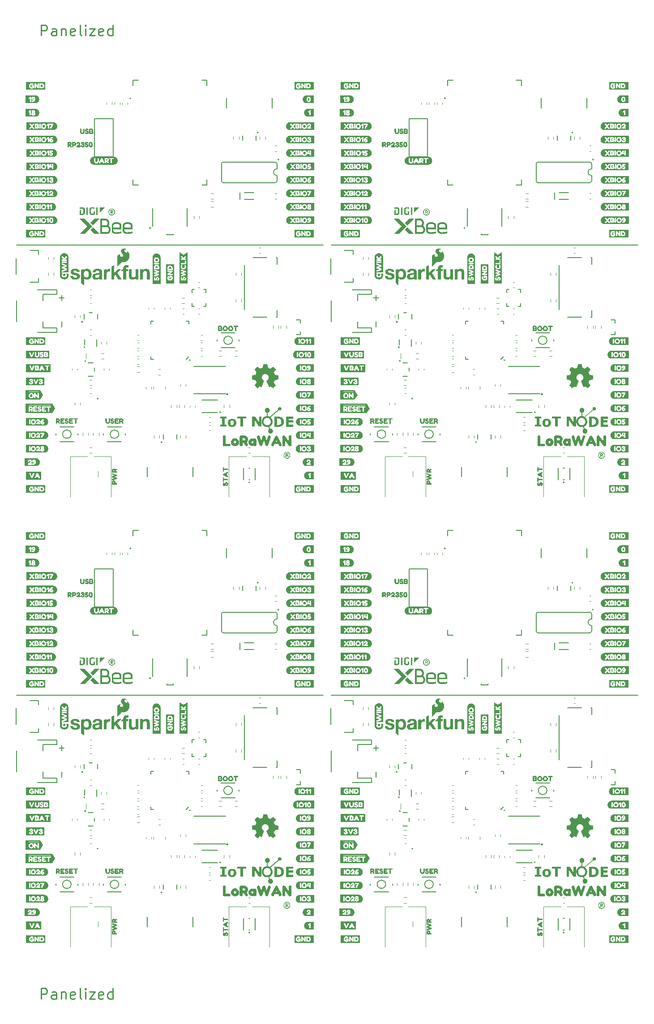
<source format=gto>
%TF.GenerationSoftware,KiCad,Pcbnew,8.0.5*%
%TF.CreationDate,2024-11-04T11:07:50-07:00*%
%TF.ProjectId,SparkFun_IoT_Node_LoRaWAN_panelized,53706172-6b46-4756-9e5f-496f545f4e6f,v10*%
%TF.SameCoordinates,Original*%
%TF.FileFunction,Legend,Top*%
%TF.FilePolarity,Positive*%
%FSLAX46Y46*%
G04 Gerber Fmt 4.6, Leading zero omitted, Abs format (unit mm)*
G04 Created by KiCad (PCBNEW 8.0.5) date 2024-11-04 11:07:50*
%MOMM*%
%LPD*%
G01*
G04 APERTURE LIST*
%ADD10C,0.200000*%
%ADD11C,0.000000*%
%ADD12C,0.250000*%
%ADD13C,0.120000*%
%ADD14C,0.152400*%
%ADD15C,0.254000*%
%ADD16C,0.203200*%
%ADD17C,0.127000*%
%ADD18C,0.036868*%
%ADD19C,0.177800*%
%ADD20C,0.100000*%
%ADD21C,0.150000*%
%ADD22C,0.300000*%
G04 APERTURE END LIST*
D10*
X38500000Y83080000D02*
X39500000Y83080000D01*
D11*
G36*
X20761813Y62223144D02*
G01*
X20766137Y62222731D01*
X20770416Y62222106D01*
X20774645Y62221275D01*
X20778814Y62220239D01*
X20782919Y62219003D01*
X20786951Y62217570D01*
X20790903Y62215943D01*
X20794770Y62214127D01*
X20798543Y62212123D01*
X20802216Y62209937D01*
X20805781Y62207572D01*
X20809233Y62205030D01*
X20812563Y62202316D01*
X20815765Y62199432D01*
X20818833Y62196383D01*
X20821758Y62193172D01*
X20824524Y62189823D01*
X20827110Y62186356D01*
X20829513Y62182779D01*
X20831731Y62179099D01*
X20833761Y62175324D01*
X20835600Y62171460D01*
X20837246Y62167515D01*
X20838697Y62163497D01*
X20839950Y62159413D01*
X20841003Y62155271D01*
X20841853Y62151077D01*
X20842498Y62146839D01*
X20842935Y62142565D01*
X20843162Y62138261D01*
X20843177Y62133936D01*
X20842976Y62129597D01*
X20842560Y62125273D01*
X20841934Y62120994D01*
X20841100Y62116766D01*
X20840062Y62112596D01*
X20838824Y62108493D01*
X20837389Y62104461D01*
X20835761Y62100509D01*
X20833942Y62096644D01*
X20831937Y62092872D01*
X20829749Y62089200D01*
X20827382Y62085635D01*
X20824838Y62082185D01*
X20822122Y62078856D01*
X20819237Y62075655D01*
X20816186Y62072589D01*
X20812973Y62069665D01*
X18870458Y60385014D01*
X18867109Y60382247D01*
X18863642Y60379661D01*
X18860065Y60377258D01*
X18856385Y60375040D01*
X18852609Y60373011D01*
X18848745Y60371172D01*
X18844801Y60369525D01*
X18840783Y60368074D01*
X18836699Y60366821D01*
X18832556Y60365769D01*
X18828362Y60364918D01*
X18824124Y60364274D01*
X18819850Y60363836D01*
X18815547Y60363609D01*
X18811222Y60363595D01*
X18806882Y60363796D01*
X18802558Y60364211D01*
X18798279Y60364838D01*
X18794051Y60365671D01*
X18789882Y60366709D01*
X18785778Y60367947D01*
X18781746Y60369383D01*
X18777794Y60371011D01*
X18773929Y60372830D01*
X18770157Y60374835D01*
X18766485Y60377023D01*
X18762920Y60379390D01*
X18759470Y60381934D01*
X18756141Y60384650D01*
X18752940Y60387535D01*
X18749874Y60390586D01*
X18746950Y60393799D01*
X18744112Y60397268D01*
X18741480Y60400838D01*
X18739054Y60404501D01*
X18736833Y60408250D01*
X18734817Y60412076D01*
X18733005Y60415972D01*
X18731396Y60419931D01*
X18729991Y60423944D01*
X18728788Y60428005D01*
X18727786Y60432105D01*
X18726987Y60436236D01*
X18726387Y60440392D01*
X18725989Y60444565D01*
X18725790Y60448746D01*
X18725790Y60452928D01*
X18725988Y60457104D01*
X18726385Y60461266D01*
X18726980Y60465406D01*
X18727771Y60469516D01*
X18728759Y60473590D01*
X18729942Y60477618D01*
X18731321Y60481595D01*
X18732895Y60485511D01*
X18734663Y60489359D01*
X18736625Y60493132D01*
X18738780Y60496822D01*
X18741127Y60500421D01*
X18743667Y60503922D01*
X18746398Y60507317D01*
X18749320Y60510598D01*
X18752432Y60513758D01*
X18755735Y60516789D01*
X20698769Y62201957D01*
X20702093Y62204698D01*
X20705532Y62207261D01*
X20709081Y62209645D01*
X20712730Y62211845D01*
X20716474Y62213861D01*
X20720305Y62215690D01*
X20724216Y62217329D01*
X20728199Y62218776D01*
X20732248Y62220028D01*
X20736355Y62221084D01*
X20740512Y62221940D01*
X20744714Y62222594D01*
X20748952Y62223044D01*
X20753219Y62223287D01*
X20757509Y62223321D01*
X20761813Y62223144D01*
G37*
G36*
X18384395Y-23132897D02*
G01*
X18388712Y-23133201D01*
X18392993Y-23133715D01*
X18397230Y-23134437D01*
X18401418Y-23135364D01*
X18405548Y-23136493D01*
X18409613Y-23137822D01*
X18413606Y-23139346D01*
X18417520Y-23141064D01*
X18421348Y-23142972D01*
X18425082Y-23145067D01*
X18428715Y-23147346D01*
X18432240Y-23149807D01*
X18435649Y-23152446D01*
X18438937Y-23155260D01*
X18442094Y-23158247D01*
X18445100Y-23161387D01*
X18447934Y-23164658D01*
X18450593Y-23168052D01*
X18453074Y-23171563D01*
X18455375Y-23175182D01*
X18457492Y-23178904D01*
X18459422Y-23182720D01*
X18461162Y-23186624D01*
X18462710Y-23190608D01*
X18464062Y-23194665D01*
X18465216Y-23198788D01*
X18466167Y-23202970D01*
X18466914Y-23207204D01*
X18467453Y-23211481D01*
X18467782Y-23215796D01*
X18467897Y-23220141D01*
X18467897Y-24490864D01*
X18467782Y-24495209D01*
X18467453Y-24499524D01*
X18466914Y-24503802D01*
X18466167Y-24508036D01*
X18465215Y-24512218D01*
X18464062Y-24516341D01*
X18462709Y-24520398D01*
X18461162Y-24524383D01*
X18459421Y-24528286D01*
X18457491Y-24532103D01*
X18455374Y-24535824D01*
X18453073Y-24539444D01*
X18450592Y-24542954D01*
X18447933Y-24546349D01*
X18445099Y-24549619D01*
X18442093Y-24552759D01*
X18438936Y-24555746D01*
X18435648Y-24558561D01*
X18432239Y-24561200D01*
X18428714Y-24563660D01*
X18425080Y-24565940D01*
X18421346Y-24568035D01*
X18417519Y-24569942D01*
X18413604Y-24571660D01*
X18409611Y-24573184D01*
X18405546Y-24574513D01*
X18401416Y-24575642D01*
X18397228Y-24576569D01*
X18392990Y-24577291D01*
X18388708Y-24577805D01*
X18384391Y-24578108D01*
X18380045Y-24578198D01*
X18375554Y-24578077D01*
X18371122Y-24577733D01*
X18366755Y-24577172D01*
X18362457Y-24576399D01*
X18358235Y-24575419D01*
X18354094Y-24574239D01*
X18350039Y-24572862D01*
X18346076Y-24571296D01*
X18342210Y-24569545D01*
X18338447Y-24567614D01*
X18334793Y-24565510D01*
X18331252Y-24563238D01*
X18327830Y-24560803D01*
X18324533Y-24558210D01*
X18321365Y-24555466D01*
X18318334Y-24552575D01*
X18315443Y-24549543D01*
X18312699Y-24546376D01*
X18310106Y-24543079D01*
X18307671Y-24539657D01*
X18305399Y-24536116D01*
X18303295Y-24532461D01*
X18301365Y-24528698D01*
X18299614Y-24524833D01*
X18298048Y-24520870D01*
X18296672Y-24516815D01*
X18295492Y-24512674D01*
X18294512Y-24508452D01*
X18293739Y-24504154D01*
X18293178Y-24499787D01*
X18292835Y-24495355D01*
X18292714Y-24490864D01*
X18292714Y-23220141D01*
X18292835Y-23215650D01*
X18293179Y-23211218D01*
X18293740Y-23206851D01*
X18294513Y-23202553D01*
X18295492Y-23198331D01*
X18296673Y-23194190D01*
X18298049Y-23190135D01*
X18299615Y-23186172D01*
X18301366Y-23182306D01*
X18303296Y-23178543D01*
X18305400Y-23174889D01*
X18307672Y-23171348D01*
X18310107Y-23167926D01*
X18312700Y-23164628D01*
X18315444Y-23161461D01*
X18318335Y-23158429D01*
X18321367Y-23155538D01*
X18324534Y-23152794D01*
X18327831Y-23150202D01*
X18331253Y-23147766D01*
X18334794Y-23145494D01*
X18338449Y-23143390D01*
X18342212Y-23141460D01*
X18346078Y-23139709D01*
X18350041Y-23138143D01*
X18354096Y-23136766D01*
X18358237Y-23135586D01*
X18362459Y-23134606D01*
X18366757Y-23133833D01*
X18371124Y-23133272D01*
X18375556Y-23132929D01*
X18380047Y-23132808D01*
X18380049Y-23132808D01*
X18384395Y-23132897D01*
G37*
G36*
X-13297120Y14146143D02*
G01*
X-13297120Y15139841D01*
X-12303393Y15139841D01*
X-13297120Y14146143D01*
G37*
G36*
X45846580Y13707627D02*
G01*
X45576271Y13707627D01*
X45576271Y15136215D01*
X45846580Y15136215D01*
X45846580Y13707627D01*
G37*
G36*
X81667807Y-31382689D02*
G01*
X81692820Y-31384733D01*
X81717082Y-31388221D01*
X81740449Y-31393221D01*
X81762777Y-31399799D01*
X81783920Y-31408023D01*
X81794003Y-31412772D01*
X81803735Y-31417958D01*
X81813100Y-31423589D01*
X81822078Y-31429673D01*
X81830652Y-31436219D01*
X81838803Y-31443234D01*
X81846514Y-31450728D01*
X81853767Y-31458709D01*
X81860543Y-31467184D01*
X81866824Y-31476163D01*
X81872593Y-31485654D01*
X81877832Y-31495665D01*
X81882521Y-31506204D01*
X81886644Y-31517280D01*
X81890182Y-31528902D01*
X81893118Y-31541077D01*
X81895432Y-31553814D01*
X81897108Y-31567121D01*
X81898126Y-31581007D01*
X81898470Y-31595481D01*
X81897899Y-31610217D01*
X81896211Y-31624810D01*
X81893445Y-31639192D01*
X81889640Y-31653296D01*
X81884834Y-31667052D01*
X81879066Y-31680395D01*
X81872375Y-31693255D01*
X81864798Y-31705566D01*
X81856375Y-31717259D01*
X81847144Y-31728267D01*
X81837144Y-31738523D01*
X81826413Y-31747958D01*
X81814990Y-31756505D01*
X81802914Y-31764095D01*
X81790223Y-31770662D01*
X81783659Y-31773541D01*
X81776956Y-31776138D01*
X81928040Y-32048737D01*
X81776956Y-32048737D01*
X81661899Y-31818795D01*
X81527298Y-31818795D01*
X81527298Y-32048737D01*
X81392697Y-32048737D01*
X81392698Y-31713765D01*
X81392699Y-31493682D01*
X81527298Y-31493682D01*
X81527298Y-31713765D01*
X81612612Y-31713765D01*
X81628846Y-31713305D01*
X81644200Y-31711930D01*
X81658652Y-31709650D01*
X81672177Y-31706476D01*
X81678586Y-31704556D01*
X81684754Y-31702416D01*
X81690679Y-31700058D01*
X81696359Y-31697481D01*
X81701789Y-31694688D01*
X81706968Y-31691680D01*
X81711892Y-31688458D01*
X81716559Y-31685023D01*
X81720965Y-31681376D01*
X81725108Y-31677519D01*
X81728985Y-31673453D01*
X81732592Y-31669179D01*
X81735928Y-31664698D01*
X81738989Y-31660012D01*
X81741772Y-31655121D01*
X81744274Y-31650027D01*
X81746493Y-31644731D01*
X81748426Y-31639235D01*
X81750069Y-31633539D01*
X81751420Y-31627645D01*
X81752475Y-31621554D01*
X81753233Y-31615266D01*
X81753690Y-31608785D01*
X81753842Y-31602110D01*
X81753736Y-31596012D01*
X81753414Y-31590053D01*
X81752871Y-31584237D01*
X81752102Y-31578567D01*
X81751102Y-31573047D01*
X81749868Y-31567680D01*
X81748393Y-31562471D01*
X81746673Y-31557421D01*
X81744702Y-31552536D01*
X81742478Y-31547818D01*
X81739993Y-31543271D01*
X81737244Y-31538900D01*
X81734226Y-31534706D01*
X81730933Y-31530695D01*
X81727362Y-31526869D01*
X81723506Y-31523232D01*
X81719362Y-31519788D01*
X81714924Y-31516540D01*
X81710187Y-31513492D01*
X81705147Y-31510647D01*
X81699799Y-31508010D01*
X81694138Y-31505583D01*
X81688159Y-31503370D01*
X81681857Y-31501375D01*
X81675228Y-31499601D01*
X81668266Y-31498052D01*
X81660967Y-31496732D01*
X81653326Y-31495644D01*
X81645337Y-31494791D01*
X81636997Y-31494177D01*
X81628300Y-31493806D01*
X81619241Y-31493682D01*
X81527298Y-31493682D01*
X81392699Y-31493682D01*
X81392699Y-31382023D01*
X81642187Y-31382023D01*
X81667807Y-31382689D01*
G37*
G36*
X70178722Y60342862D02*
G01*
X69862769Y60342862D01*
X69862769Y59098475D01*
X70178722Y59098475D01*
X70178722Y58756624D01*
X69049579Y58756624D01*
X69049579Y59098475D01*
X69365532Y59098475D01*
X69365532Y60342862D01*
X69049579Y60342862D01*
X69049579Y60684713D01*
X70178722Y60684713D01*
X70178722Y60342862D01*
G37*
G36*
X19030007Y-26701515D02*
G01*
X19053389Y-26703293D01*
X19076431Y-26706221D01*
X19099103Y-26710270D01*
X19121378Y-26715412D01*
X19143226Y-26721616D01*
X19164618Y-26728854D01*
X19185525Y-26737098D01*
X19205919Y-26746319D01*
X19225771Y-26756486D01*
X19245051Y-26767573D01*
X19263730Y-26779548D01*
X19281781Y-26792385D01*
X19299173Y-26806053D01*
X19315878Y-26820524D01*
X19331867Y-26835769D01*
X19347111Y-26851759D01*
X19361581Y-26868465D01*
X19375249Y-26885858D01*
X19388085Y-26903910D01*
X19400060Y-26922590D01*
X19411145Y-26941871D01*
X19421312Y-26961723D01*
X19430532Y-26982118D01*
X19438775Y-27003026D01*
X19446013Y-27024419D01*
X19452217Y-27046267D01*
X19457357Y-27068542D01*
X19461406Y-27091215D01*
X19464334Y-27114257D01*
X19466111Y-27137639D01*
X19466710Y-27161332D01*
X19466111Y-27185023D01*
X19464334Y-27208403D01*
X19461406Y-27231443D01*
X19457357Y-27254115D01*
X19452217Y-27276389D01*
X19446013Y-27298236D01*
X19438775Y-27319627D01*
X19430532Y-27340535D01*
X19421312Y-27360928D01*
X19411145Y-27380780D01*
X19400060Y-27400060D01*
X19388085Y-27418739D01*
X19375249Y-27436790D01*
X19361581Y-27454182D01*
X19347111Y-27470888D01*
X19331867Y-27486877D01*
X19315878Y-27502122D01*
X19299173Y-27516593D01*
X19281781Y-27530261D01*
X19263730Y-27543097D01*
X19245051Y-27555073D01*
X19225771Y-27566159D01*
X19205919Y-27576326D01*
X19185525Y-27585546D01*
X19164618Y-27593790D01*
X19143226Y-27601029D01*
X19121378Y-27607233D01*
X19099103Y-27612374D01*
X19076431Y-27616423D01*
X19053389Y-27619351D01*
X19030007Y-27621129D01*
X19006315Y-27621728D01*
X18982622Y-27621129D01*
X18959240Y-27619351D01*
X18936198Y-27616423D01*
X18913525Y-27612374D01*
X18891250Y-27607233D01*
X18869401Y-27601029D01*
X18848008Y-27593790D01*
X18827100Y-27585546D01*
X18806706Y-27576326D01*
X18786853Y-27566159D01*
X18767572Y-27555073D01*
X18748892Y-27543097D01*
X18730841Y-27530261D01*
X18713448Y-27516593D01*
X18696742Y-27502122D01*
X18680752Y-27486877D01*
X18665507Y-27470888D01*
X18651036Y-27454182D01*
X18637367Y-27436790D01*
X18624531Y-27418739D01*
X18612555Y-27400060D01*
X18601469Y-27380780D01*
X18591301Y-27360928D01*
X18582081Y-27340535D01*
X18573837Y-27319627D01*
X18566598Y-27298236D01*
X18560394Y-27276389D01*
X18555253Y-27254115D01*
X18551204Y-27231443D01*
X18548276Y-27208403D01*
X18546498Y-27185023D01*
X18545899Y-27161332D01*
X18546498Y-27137639D01*
X18548276Y-27114257D01*
X18551204Y-27091215D01*
X18555253Y-27068542D01*
X18560394Y-27046267D01*
X18566598Y-27024419D01*
X18573837Y-27003026D01*
X18582081Y-26982118D01*
X18591301Y-26961723D01*
X18601469Y-26941871D01*
X18612555Y-26922590D01*
X18624531Y-26903910D01*
X18637367Y-26885858D01*
X18651036Y-26868465D01*
X18665507Y-26851759D01*
X18680752Y-26835769D01*
X18696742Y-26820524D01*
X18713448Y-26806053D01*
X18730841Y-26792385D01*
X18748892Y-26779548D01*
X18767572Y-26767573D01*
X18786853Y-26756486D01*
X18806706Y-26746319D01*
X18827100Y-26737098D01*
X18848008Y-26728854D01*
X18869401Y-26721616D01*
X18891250Y-26715412D01*
X18913525Y-26710270D01*
X18936198Y-26706221D01*
X18959240Y-26703293D01*
X18982622Y-26701515D01*
X19006315Y-26700916D01*
X19030007Y-26701515D01*
G37*
G36*
X78530007Y-26701515D02*
G01*
X78553389Y-26703293D01*
X78576431Y-26706221D01*
X78599103Y-26710270D01*
X78621378Y-26715412D01*
X78643226Y-26721616D01*
X78664618Y-26728854D01*
X78685525Y-26737098D01*
X78705919Y-26746319D01*
X78725771Y-26756486D01*
X78745051Y-26767573D01*
X78763730Y-26779548D01*
X78781781Y-26792385D01*
X78799173Y-26806053D01*
X78815878Y-26820524D01*
X78831867Y-26835769D01*
X78847111Y-26851759D01*
X78861581Y-26868465D01*
X78875249Y-26885858D01*
X78888085Y-26903910D01*
X78900060Y-26922590D01*
X78911145Y-26941871D01*
X78921312Y-26961723D01*
X78930532Y-26982118D01*
X78938775Y-27003026D01*
X78946013Y-27024419D01*
X78952217Y-27046267D01*
X78957357Y-27068542D01*
X78961406Y-27091215D01*
X78964334Y-27114257D01*
X78966111Y-27137639D01*
X78966710Y-27161332D01*
X78966111Y-27185023D01*
X78964334Y-27208403D01*
X78961406Y-27231443D01*
X78957357Y-27254115D01*
X78952217Y-27276389D01*
X78946013Y-27298236D01*
X78938775Y-27319627D01*
X78930532Y-27340535D01*
X78921312Y-27360928D01*
X78911145Y-27380780D01*
X78900060Y-27400060D01*
X78888085Y-27418739D01*
X78875249Y-27436790D01*
X78861581Y-27454182D01*
X78847111Y-27470888D01*
X78831867Y-27486877D01*
X78815878Y-27502122D01*
X78799173Y-27516593D01*
X78781781Y-27530261D01*
X78763730Y-27543097D01*
X78745051Y-27555073D01*
X78725771Y-27566159D01*
X78705919Y-27576326D01*
X78685525Y-27585546D01*
X78664618Y-27593790D01*
X78643226Y-27601029D01*
X78621378Y-27607233D01*
X78599103Y-27612374D01*
X78576431Y-27616423D01*
X78553389Y-27619351D01*
X78530007Y-27621129D01*
X78506315Y-27621728D01*
X78482622Y-27621129D01*
X78459240Y-27619351D01*
X78436198Y-27616423D01*
X78413525Y-27612374D01*
X78391250Y-27607233D01*
X78369401Y-27601029D01*
X78348008Y-27593790D01*
X78327100Y-27585546D01*
X78306706Y-27576326D01*
X78286853Y-27566159D01*
X78267572Y-27555073D01*
X78248892Y-27543097D01*
X78230841Y-27530261D01*
X78213448Y-27516593D01*
X78196742Y-27502122D01*
X78180752Y-27486877D01*
X78165507Y-27470888D01*
X78151036Y-27454182D01*
X78137367Y-27436790D01*
X78124531Y-27418739D01*
X78112555Y-27400060D01*
X78101469Y-27380780D01*
X78091301Y-27360928D01*
X78082081Y-27340535D01*
X78073837Y-27319627D01*
X78066598Y-27298236D01*
X78060394Y-27276389D01*
X78055253Y-27254115D01*
X78051204Y-27231443D01*
X78048276Y-27208403D01*
X78046498Y-27185023D01*
X78045899Y-27161332D01*
X78046498Y-27137639D01*
X78048276Y-27114257D01*
X78051204Y-27091215D01*
X78055253Y-27068542D01*
X78060394Y-27046267D01*
X78066598Y-27024419D01*
X78073837Y-27003026D01*
X78082081Y-26982118D01*
X78091301Y-26961723D01*
X78101469Y-26941871D01*
X78112555Y-26922590D01*
X78124531Y-26903910D01*
X78137367Y-26885858D01*
X78151036Y-26868465D01*
X78165507Y-26851759D01*
X78180752Y-26835769D01*
X78196742Y-26820524D01*
X78213448Y-26806053D01*
X78230841Y-26792385D01*
X78248892Y-26779548D01*
X78267572Y-26767573D01*
X78286853Y-26756486D01*
X78306706Y-26746319D01*
X78327100Y-26737098D01*
X78348008Y-26728854D01*
X78369401Y-26721616D01*
X78391250Y-26715412D01*
X78413525Y-26710270D01*
X78436198Y-26706221D01*
X78459240Y-26703293D01*
X78482622Y-26701515D01*
X78506315Y-26700916D01*
X78530007Y-26701515D01*
G37*
G36*
X77933100Y-24317573D02*
G01*
X77985460Y-24321650D01*
X78037060Y-24328363D01*
X78087838Y-24337644D01*
X78137727Y-24349424D01*
X78186663Y-24363636D01*
X78234580Y-24380212D01*
X78281414Y-24399084D01*
X78327100Y-24420183D01*
X78371572Y-24443443D01*
X78414767Y-24468795D01*
X78456618Y-24496171D01*
X78497060Y-24525503D01*
X78536030Y-24556724D01*
X78573462Y-24589765D01*
X78609290Y-24624559D01*
X78643451Y-24661037D01*
X78675878Y-24699133D01*
X78706507Y-24738777D01*
X78735274Y-24779902D01*
X78762112Y-24822440D01*
X78786958Y-24866323D01*
X78809745Y-24911484D01*
X78830410Y-24957853D01*
X78848887Y-25005364D01*
X78865111Y-25053949D01*
X78879018Y-25103539D01*
X78890541Y-25154067D01*
X78899617Y-25205464D01*
X78906180Y-25257664D01*
X78910166Y-25310597D01*
X78911509Y-25364196D01*
X78910166Y-25417797D01*
X78906180Y-25470734D01*
X78899617Y-25522941D01*
X78890541Y-25574348D01*
X78879018Y-25624887D01*
X78865111Y-25674491D01*
X78848887Y-25723091D01*
X78830411Y-25770620D01*
X78809746Y-25817008D01*
X78786958Y-25862189D01*
X78762113Y-25906094D01*
X78735275Y-25948654D01*
X78706508Y-25989802D01*
X78675879Y-26029470D01*
X78643452Y-26067589D01*
X78609292Y-26104092D01*
X78573463Y-26138910D01*
X78536032Y-26171975D01*
X78497062Y-26203220D01*
X78456619Y-26232575D01*
X78414768Y-26259973D01*
X78371574Y-26285347D01*
X78327102Y-26308626D01*
X78281416Y-26329745D01*
X78234582Y-26348634D01*
X78186664Y-26365225D01*
X78137728Y-26379451D01*
X78087839Y-26391243D01*
X78037061Y-26400533D01*
X77985460Y-26407253D01*
X77933100Y-26411335D01*
X77880047Y-26412711D01*
X77826994Y-26411335D01*
X77774637Y-26407253D01*
X77723042Y-26400533D01*
X77672273Y-26391243D01*
X77622395Y-26379451D01*
X77573472Y-26365225D01*
X77525570Y-26348633D01*
X77478753Y-26329744D01*
X77433086Y-26308626D01*
X77388633Y-26285346D01*
X77345461Y-26259972D01*
X77303632Y-26232574D01*
X77263212Y-26203218D01*
X77224267Y-26171974D01*
X77186859Y-26138908D01*
X77151056Y-26104090D01*
X77116920Y-26067587D01*
X77084517Y-26029468D01*
X77053912Y-25989800D01*
X77025169Y-25948652D01*
X76998353Y-25906092D01*
X76973530Y-25862187D01*
X76950763Y-25817006D01*
X76930118Y-25770618D01*
X76911659Y-25723089D01*
X76895451Y-25674489D01*
X76881559Y-25624886D01*
X76870047Y-25574346D01*
X76860981Y-25522940D01*
X76854425Y-25470734D01*
X76850444Y-25417796D01*
X76849102Y-25364196D01*
X77198952Y-25364196D01*
X77199837Y-25400478D01*
X77202464Y-25436247D01*
X77206791Y-25471459D01*
X77212774Y-25506075D01*
X77220371Y-25540051D01*
X77229541Y-25573346D01*
X77240239Y-25605918D01*
X77252423Y-25637725D01*
X77266051Y-25668726D01*
X77281081Y-25698878D01*
X77297469Y-25728140D01*
X77315173Y-25756469D01*
X77334151Y-25783825D01*
X77354360Y-25810165D01*
X77375757Y-25835447D01*
X77398299Y-25859629D01*
X77421945Y-25882670D01*
X77446651Y-25904528D01*
X77472376Y-25925160D01*
X77499075Y-25944526D01*
X77526708Y-25962583D01*
X77555230Y-25979289D01*
X77584600Y-25994603D01*
X77614776Y-26008483D01*
X77645713Y-26020886D01*
X77677371Y-26031771D01*
X77709705Y-26041097D01*
X77742675Y-26048820D01*
X77776236Y-26054901D01*
X77810347Y-26059295D01*
X77844965Y-26061963D01*
X77880047Y-26062861D01*
X77915129Y-26061963D01*
X77949749Y-26059295D01*
X77983866Y-26054901D01*
X78017435Y-26048820D01*
X78050415Y-26041096D01*
X78082763Y-26031771D01*
X78114435Y-26020885D01*
X78145390Y-26008482D01*
X78175584Y-25994602D01*
X78204974Y-25979288D01*
X78233518Y-25962582D01*
X78261173Y-25944525D01*
X78287896Y-25925159D01*
X78313644Y-25904526D01*
X78338375Y-25882668D01*
X78362045Y-25859627D01*
X78384612Y-25835445D01*
X78406034Y-25810163D01*
X78426267Y-25783823D01*
X78445268Y-25756467D01*
X78462996Y-25728138D01*
X78479406Y-25698876D01*
X78494456Y-25668724D01*
X78508104Y-25637723D01*
X78520307Y-25605916D01*
X78531021Y-25573344D01*
X78540204Y-25540049D01*
X78547814Y-25506074D01*
X78553807Y-25471458D01*
X78558141Y-25436246D01*
X78560772Y-25400478D01*
X78561659Y-25364196D01*
X78560772Y-25327916D01*
X78558141Y-25292152D01*
X78553807Y-25256947D01*
X78547814Y-25222341D01*
X78540205Y-25188377D01*
X78531021Y-25155096D01*
X78520307Y-25122539D01*
X78508105Y-25090750D01*
X78494457Y-25059768D01*
X78479407Y-25029636D01*
X78462997Y-25000396D01*
X78445270Y-24972088D01*
X78426268Y-24944756D01*
X78406036Y-24918440D01*
X78384614Y-24893182D01*
X78362047Y-24869023D01*
X78338376Y-24846006D01*
X78313646Y-24824173D01*
X78287898Y-24803563D01*
X78261175Y-24784221D01*
X78233520Y-24766186D01*
X78204976Y-24749501D01*
X78175586Y-24734207D01*
X78145392Y-24720346D01*
X78114437Y-24707960D01*
X78082765Y-24697091D01*
X78050417Y-24687779D01*
X78017437Y-24680067D01*
X77983867Y-24673996D01*
X77949750Y-24669608D01*
X77915129Y-24666945D01*
X77880047Y-24666048D01*
X77844965Y-24666945D01*
X77810346Y-24669608D01*
X77776235Y-24673996D01*
X77742673Y-24680066D01*
X77709704Y-24687779D01*
X77677369Y-24697090D01*
X77645711Y-24707960D01*
X77614774Y-24720346D01*
X77584598Y-24734206D01*
X77555228Y-24749500D01*
X77526705Y-24766185D01*
X77499073Y-24784219D01*
X77472373Y-24803562D01*
X77446649Y-24824171D01*
X77421943Y-24846005D01*
X77398297Y-24869022D01*
X77375755Y-24893180D01*
X77354358Y-24918438D01*
X77334150Y-24944754D01*
X77315172Y-24972086D01*
X77297468Y-25000394D01*
X77281080Y-25029634D01*
X77266050Y-25059766D01*
X77252422Y-25090748D01*
X77240238Y-25122538D01*
X77229540Y-25155094D01*
X77220371Y-25188375D01*
X77212774Y-25222340D01*
X77206791Y-25256946D01*
X77202464Y-25292151D01*
X77199837Y-25327915D01*
X77198952Y-25364196D01*
X76849102Y-25364196D01*
X76850444Y-25310597D01*
X76854425Y-25257664D01*
X76860981Y-25205465D01*
X76870047Y-25154068D01*
X76881559Y-25103541D01*
X76895451Y-25053951D01*
X76911659Y-25005366D01*
X76930118Y-24957855D01*
X76950764Y-24911486D01*
X76973531Y-24866325D01*
X76998355Y-24822442D01*
X77025170Y-24779904D01*
X77053913Y-24738779D01*
X77084519Y-24699134D01*
X77116921Y-24661039D01*
X77151057Y-24624561D01*
X77186861Y-24589767D01*
X77224269Y-24556725D01*
X77263214Y-24525504D01*
X77303634Y-24496172D01*
X77345463Y-24468796D01*
X77388636Y-24443444D01*
X77433088Y-24420184D01*
X77478755Y-24399084D01*
X77525572Y-24380212D01*
X77573474Y-24363636D01*
X77622396Y-24349424D01*
X77672274Y-24337644D01*
X77723043Y-24328363D01*
X77774638Y-24321650D01*
X77826994Y-24317572D01*
X77880047Y-24316198D01*
X77933100Y-24317573D01*
G37*
D10*
X-21000000Y-2000000D02*
X-20000000Y-2000000D01*
D11*
G36*
X10678722Y60342862D02*
G01*
X10362769Y60342862D01*
X10362769Y59098475D01*
X10678722Y59098475D01*
X10678722Y58756624D01*
X9549579Y58756624D01*
X9549579Y59098475D01*
X9865532Y59098475D01*
X9865532Y60342862D01*
X9549579Y60342862D01*
X9549579Y60684713D01*
X10678722Y60684713D01*
X10678722Y60342862D01*
G37*
G36*
X-13653420Y98787627D02*
G01*
X-13923729Y98787627D01*
X-13923729Y100216215D01*
X-13653420Y100216215D01*
X-13653420Y98787627D01*
G37*
G36*
X73913180Y60311785D02*
G01*
X73311056Y60311785D01*
X73311056Y58756624D01*
X72813820Y58756624D01*
X72813820Y60311785D01*
X72211696Y60311785D01*
X72211696Y60684713D01*
X73913179Y60684713D01*
X73913180Y60311785D01*
G37*
G36*
X-13320246Y95201082D02*
G01*
X-14251028Y95201082D01*
X-15038386Y95988439D01*
X-14572988Y96453826D01*
X-13320246Y95201082D01*
G37*
G36*
X46179754Y10121082D02*
G01*
X45248972Y10121082D01*
X44461614Y10908439D01*
X44927012Y11373826D01*
X46179754Y10121082D01*
G37*
D10*
X-20500000Y82580000D02*
X-20500000Y83580000D01*
D11*
G36*
X20506582Y60647244D02*
G01*
X20562464Y60645362D01*
X20616324Y60642226D01*
X20668160Y60637836D01*
X20717972Y60632191D01*
X20765762Y60625292D01*
X20811528Y60617138D01*
X20855271Y60607730D01*
X20897152Y60597492D01*
X20937335Y60586202D01*
X20975817Y60573860D01*
X21012600Y60560466D01*
X21047683Y60546020D01*
X21081067Y60530522D01*
X21097122Y60522378D01*
X21112751Y60513972D01*
X21127956Y60505302D01*
X21142736Y60496369D01*
X21167329Y60480821D01*
X21191254Y60464604D01*
X21214511Y60447720D01*
X21237101Y60430168D01*
X21259023Y60411949D01*
X21280277Y60393062D01*
X21300864Y60373507D01*
X21320783Y60353284D01*
X21340034Y60332394D01*
X21358618Y60310836D01*
X21376534Y60288611D01*
X21393782Y60265717D01*
X21410363Y60242156D01*
X21426276Y60217928D01*
X21441521Y60193031D01*
X21456099Y60167467D01*
X21470054Y60141443D01*
X21483109Y60114842D01*
X21495264Y60087665D01*
X21506518Y60059911D01*
X21516872Y60031580D01*
X21526326Y60002673D01*
X21534880Y59973189D01*
X21542533Y59943128D01*
X21549285Y59912491D01*
X21555138Y59881277D01*
X21560090Y59849486D01*
X21564142Y59817119D01*
X21567293Y59784175D01*
X21569544Y59750655D01*
X21570895Y59716558D01*
X21571345Y59681884D01*
X21570864Y59648435D01*
X21569423Y59615420D01*
X21567020Y59582841D01*
X21563656Y59550696D01*
X21559332Y59518987D01*
X21554046Y59487712D01*
X21547799Y59456872D01*
X21540591Y59426468D01*
X21532422Y59396498D01*
X21523292Y59366964D01*
X21513201Y59337864D01*
X21502149Y59309199D01*
X21490136Y59280970D01*
X21477162Y59253175D01*
X21463226Y59225816D01*
X21448330Y59198891D01*
X21432701Y59172730D01*
X21416565Y59147338D01*
X21399924Y59122715D01*
X21382777Y59098861D01*
X21365124Y59075775D01*
X21346965Y59053459D01*
X21328300Y59031911D01*
X21309130Y59011132D01*
X21289453Y58991122D01*
X21269271Y58971881D01*
X21248584Y58953409D01*
X21227390Y58935705D01*
X21205690Y58918770D01*
X21183485Y58902605D01*
X21160774Y58887208D01*
X21137557Y58872579D01*
X21119808Y58862099D01*
X21101846Y58852023D01*
X21083672Y58842352D01*
X21065286Y58833085D01*
X21046687Y58824223D01*
X21027875Y58815766D01*
X21008852Y58807713D01*
X20989615Y58800066D01*
X20970167Y58792822D01*
X20950506Y58785984D01*
X20930632Y58779550D01*
X20910546Y58773520D01*
X20890248Y58767896D01*
X20869737Y58762676D01*
X20849014Y58757860D01*
X20828079Y58753449D01*
X20785024Y58745559D01*
X20740026Y58738720D01*
X20693086Y58732934D01*
X20644204Y58728199D01*
X20593380Y58724517D01*
X20540613Y58721887D01*
X20485904Y58720308D01*
X20429253Y58719782D01*
X19749437Y58719782D01*
X19749437Y59081055D01*
X19749437Y60287891D01*
X20246674Y60287891D01*
X20246674Y59081055D01*
X20372279Y59081055D01*
X20415151Y59081298D01*
X20455070Y59082026D01*
X20492035Y59083240D01*
X20526046Y59084940D01*
X20557103Y59087125D01*
X20585206Y59089795D01*
X20610356Y59092951D01*
X20632552Y59096593D01*
X20653209Y59101206D01*
X20673745Y59106628D01*
X20694159Y59112860D01*
X20714453Y59119901D01*
X20734624Y59127751D01*
X20754675Y59136411D01*
X20774604Y59145880D01*
X20794411Y59156158D01*
X20811123Y59166072D01*
X20827269Y59176391D01*
X20842848Y59187114D01*
X20857861Y59198242D01*
X20872307Y59209775D01*
X20886187Y59221712D01*
X20899500Y59234054D01*
X20912247Y59246800D01*
X20924427Y59259952D01*
X20936040Y59273507D01*
X20947087Y59287468D01*
X20957568Y59301833D01*
X20967482Y59316603D01*
X20976830Y59331777D01*
X20985611Y59347357D01*
X20993825Y59363340D01*
X21001508Y59379926D01*
X21008696Y59396987D01*
X21015388Y59414524D01*
X21021584Y59432536D01*
X21027284Y59451023D01*
X21032489Y59469987D01*
X21037198Y59489425D01*
X21041412Y59509339D01*
X21045129Y59529728D01*
X21048351Y59550593D01*
X21051078Y59571934D01*
X21053309Y59593750D01*
X21055043Y59616041D01*
X21056283Y59638808D01*
X21057026Y59662050D01*
X21057274Y59685767D01*
X21057274Y59685769D01*
X21057001Y59709345D01*
X21056182Y59732486D01*
X21054816Y59755192D01*
X21052904Y59777463D01*
X21050446Y59799299D01*
X21047441Y59820700D01*
X21043890Y59841666D01*
X21039793Y59862197D01*
X21035150Y59882293D01*
X21029960Y59901955D01*
X21024224Y59921181D01*
X21017942Y59939972D01*
X21011113Y59958328D01*
X21003738Y59976249D01*
X20995817Y59993735D01*
X20987350Y60010786D01*
X20978453Y60027548D01*
X20968918Y60043846D01*
X20958746Y60059678D01*
X20947937Y60075045D01*
X20936490Y60089946D01*
X20924406Y60104382D01*
X20911685Y60118353D01*
X20898326Y60131858D01*
X20884330Y60144898D01*
X20869697Y60157472D01*
X20854427Y60169582D01*
X20838519Y60181226D01*
X20821974Y60192404D01*
X20804791Y60203117D01*
X20786971Y60213365D01*
X20768514Y60223148D01*
X20749354Y60232151D01*
X20730072Y60240386D01*
X20710669Y60247852D01*
X20691145Y60254549D01*
X20671499Y60260477D01*
X20651731Y60265636D01*
X20631842Y60270027D01*
X20611832Y60273648D01*
X20590811Y60276986D01*
X20567240Y60279880D01*
X20541120Y60282328D01*
X20512450Y60284330D01*
X20481231Y60285888D01*
X20447463Y60287001D01*
X20411145Y60287669D01*
X20372279Y60287891D01*
X20246674Y60287891D01*
X19749437Y60287891D01*
X19749437Y60647871D01*
X20448675Y60647871D01*
X20506582Y60647244D01*
G37*
D10*
X-20500000Y-2500000D02*
X-20500000Y-1500000D01*
D11*
G36*
X20772442Y62457853D02*
G01*
X20788809Y62456608D01*
X20804938Y62454558D01*
X20820808Y62451724D01*
X20836400Y62448125D01*
X20851693Y62443782D01*
X20866668Y62438715D01*
X20881302Y62432945D01*
X20895578Y62426491D01*
X20909473Y62419373D01*
X20922969Y62411613D01*
X20936044Y62403230D01*
X20948679Y62394244D01*
X20960853Y62384677D01*
X20972547Y62374547D01*
X20983739Y62363875D01*
X20994409Y62352683D01*
X21004538Y62340988D01*
X21014105Y62328813D01*
X21023089Y62316178D01*
X21031472Y62303101D01*
X21039231Y62289605D01*
X21046348Y62275709D01*
X21052801Y62261433D01*
X21058571Y62246797D01*
X21063638Y62231822D01*
X21067980Y62216529D01*
X21071578Y62200936D01*
X21074412Y62185066D01*
X21076462Y62168937D01*
X21077706Y62152570D01*
X21078125Y62135985D01*
X21077706Y62119401D01*
X21076462Y62103034D01*
X21074412Y62086905D01*
X21071578Y62071034D01*
X21067980Y62055441D01*
X21063637Y62040148D01*
X21058571Y62025173D01*
X21052801Y62010538D01*
X21046348Y61996262D01*
X21039231Y61982365D01*
X21031471Y61968869D01*
X21023089Y61955793D01*
X21014104Y61943157D01*
X21004537Y61930982D01*
X20994409Y61919288D01*
X20983738Y61908095D01*
X20972546Y61897423D01*
X20960853Y61887294D01*
X20948679Y61877726D01*
X20936044Y61868740D01*
X20922968Y61860357D01*
X20909473Y61852597D01*
X20895577Y61845480D01*
X20881302Y61839025D01*
X20866667Y61833255D01*
X20851693Y61828188D01*
X20836399Y61823845D01*
X20820807Y61820246D01*
X20804937Y61817412D01*
X20788808Y61815362D01*
X20772441Y61814118D01*
X20755857Y61813698D01*
X20739272Y61814118D01*
X20722905Y61815362D01*
X20706776Y61817412D01*
X20690906Y61820246D01*
X20675313Y61823845D01*
X20660020Y61828188D01*
X20645045Y61833255D01*
X20630410Y61839025D01*
X20616134Y61845480D01*
X20602237Y61852597D01*
X20588741Y61860357D01*
X20575665Y61868740D01*
X20563029Y61877726D01*
X20550854Y61887294D01*
X20539160Y61897423D01*
X20527967Y61908095D01*
X20517296Y61919288D01*
X20507166Y61930982D01*
X20497598Y61943157D01*
X20488613Y61955793D01*
X20480229Y61968869D01*
X20472469Y61982365D01*
X20465352Y61996262D01*
X20458898Y62010538D01*
X20453127Y62025173D01*
X20448060Y62040148D01*
X20443717Y62055441D01*
X20440118Y62071034D01*
X20437284Y62086905D01*
X20435234Y62103034D01*
X20433990Y62119401D01*
X20433570Y62135985D01*
X20433990Y62152570D01*
X20435234Y62168937D01*
X20437284Y62185066D01*
X20440118Y62200936D01*
X20443717Y62216529D01*
X20448060Y62231822D01*
X20453127Y62246797D01*
X20458898Y62261433D01*
X20465352Y62275709D01*
X20472469Y62289605D01*
X20480230Y62303101D01*
X20488613Y62316178D01*
X20497598Y62328813D01*
X20507166Y62340988D01*
X20517296Y62352683D01*
X20527967Y62363875D01*
X20539160Y62374547D01*
X20550854Y62384677D01*
X20563029Y62394244D01*
X20575665Y62403230D01*
X20588741Y62411613D01*
X20602238Y62419373D01*
X20616134Y62426491D01*
X20630410Y62432945D01*
X20645046Y62438715D01*
X20660020Y62443782D01*
X20675314Y62448125D01*
X20690906Y62451724D01*
X20706777Y62454558D01*
X20722906Y62456608D01*
X20739273Y62457853D01*
X20755858Y62458272D01*
X20772442Y62457853D01*
G37*
G36*
X-13653420Y13707627D02*
G01*
X-13923729Y13707627D01*
X-13923729Y15136215D01*
X-13653420Y15136215D01*
X-13653420Y13707627D01*
G37*
D10*
X39000000Y82580000D02*
X39000000Y83580000D01*
D11*
G36*
X20506582Y-24432756D02*
G01*
X20562464Y-24434638D01*
X20616324Y-24437774D01*
X20668160Y-24442164D01*
X20717972Y-24447809D01*
X20765762Y-24454708D01*
X20811528Y-24462862D01*
X20855271Y-24472270D01*
X20897152Y-24482508D01*
X20937335Y-24493798D01*
X20975817Y-24506140D01*
X21012600Y-24519534D01*
X21047683Y-24533980D01*
X21081067Y-24549478D01*
X21097122Y-24557622D01*
X21112751Y-24566028D01*
X21127956Y-24574698D01*
X21142736Y-24583631D01*
X21167329Y-24599179D01*
X21191254Y-24615396D01*
X21214511Y-24632280D01*
X21237101Y-24649832D01*
X21259023Y-24668051D01*
X21280277Y-24686938D01*
X21300864Y-24706493D01*
X21320783Y-24726716D01*
X21340034Y-24747606D01*
X21358618Y-24769164D01*
X21376534Y-24791389D01*
X21393782Y-24814283D01*
X21410363Y-24837844D01*
X21426276Y-24862072D01*
X21441521Y-24886969D01*
X21456099Y-24912533D01*
X21470054Y-24938557D01*
X21483109Y-24965158D01*
X21495264Y-24992335D01*
X21506518Y-25020089D01*
X21516872Y-25048420D01*
X21526326Y-25077327D01*
X21534880Y-25106811D01*
X21542533Y-25136872D01*
X21549285Y-25167509D01*
X21555138Y-25198723D01*
X21560090Y-25230514D01*
X21564142Y-25262881D01*
X21567293Y-25295825D01*
X21569544Y-25329345D01*
X21570895Y-25363442D01*
X21571345Y-25398116D01*
X21570864Y-25431565D01*
X21569423Y-25464580D01*
X21567020Y-25497159D01*
X21563656Y-25529304D01*
X21559332Y-25561013D01*
X21554046Y-25592288D01*
X21547799Y-25623128D01*
X21540591Y-25653532D01*
X21532422Y-25683502D01*
X21523292Y-25713036D01*
X21513201Y-25742136D01*
X21502149Y-25770801D01*
X21490136Y-25799030D01*
X21477162Y-25826825D01*
X21463226Y-25854184D01*
X21448330Y-25881109D01*
X21432701Y-25907270D01*
X21416565Y-25932662D01*
X21399924Y-25957285D01*
X21382777Y-25981139D01*
X21365124Y-26004225D01*
X21346965Y-26026541D01*
X21328300Y-26048089D01*
X21309130Y-26068868D01*
X21289453Y-26088878D01*
X21269271Y-26108119D01*
X21248584Y-26126591D01*
X21227390Y-26144295D01*
X21205690Y-26161230D01*
X21183485Y-26177395D01*
X21160774Y-26192792D01*
X21137557Y-26207421D01*
X21119808Y-26217901D01*
X21101846Y-26227977D01*
X21083672Y-26237648D01*
X21065286Y-26246915D01*
X21046687Y-26255777D01*
X21027875Y-26264234D01*
X21008852Y-26272287D01*
X20989615Y-26279934D01*
X20970167Y-26287178D01*
X20950506Y-26294016D01*
X20930632Y-26300450D01*
X20910546Y-26306480D01*
X20890248Y-26312104D01*
X20869737Y-26317324D01*
X20849014Y-26322140D01*
X20828079Y-26326551D01*
X20785024Y-26334441D01*
X20740026Y-26341280D01*
X20693086Y-26347066D01*
X20644204Y-26351801D01*
X20593380Y-26355483D01*
X20540613Y-26358113D01*
X20485904Y-26359692D01*
X20429253Y-26360218D01*
X19749437Y-26360218D01*
X19749437Y-25998945D01*
X19749437Y-24792109D01*
X20246674Y-24792109D01*
X20246674Y-25998945D01*
X20372279Y-25998945D01*
X20415151Y-25998702D01*
X20455070Y-25997974D01*
X20492035Y-25996760D01*
X20526046Y-25995060D01*
X20557103Y-25992875D01*
X20585206Y-25990205D01*
X20610356Y-25987049D01*
X20632552Y-25983407D01*
X20653209Y-25978794D01*
X20673745Y-25973372D01*
X20694159Y-25967140D01*
X20714453Y-25960099D01*
X20734624Y-25952249D01*
X20754675Y-25943589D01*
X20774604Y-25934120D01*
X20794411Y-25923842D01*
X20811123Y-25913928D01*
X20827269Y-25903609D01*
X20842848Y-25892886D01*
X20857861Y-25881758D01*
X20872307Y-25870225D01*
X20886187Y-25858288D01*
X20899500Y-25845946D01*
X20912247Y-25833200D01*
X20924427Y-25820048D01*
X20936040Y-25806493D01*
X20947087Y-25792532D01*
X20957568Y-25778167D01*
X20967482Y-25763397D01*
X20976830Y-25748223D01*
X20985611Y-25732643D01*
X20993825Y-25716660D01*
X21001508Y-25700074D01*
X21008696Y-25683013D01*
X21015388Y-25665476D01*
X21021584Y-25647464D01*
X21027284Y-25628977D01*
X21032489Y-25610013D01*
X21037198Y-25590575D01*
X21041412Y-25570661D01*
X21045129Y-25550272D01*
X21048351Y-25529407D01*
X21051078Y-25508066D01*
X21053309Y-25486250D01*
X21055043Y-25463959D01*
X21056283Y-25441192D01*
X21057026Y-25417950D01*
X21057274Y-25394233D01*
X21057274Y-25394231D01*
X21057001Y-25370655D01*
X21056182Y-25347514D01*
X21054816Y-25324808D01*
X21052904Y-25302537D01*
X21050446Y-25280701D01*
X21047441Y-25259300D01*
X21043890Y-25238334D01*
X21039793Y-25217803D01*
X21035150Y-25197707D01*
X21029960Y-25178045D01*
X21024224Y-25158819D01*
X21017942Y-25140028D01*
X21011113Y-25121672D01*
X21003738Y-25103751D01*
X20995817Y-25086265D01*
X20987350Y-25069214D01*
X20978453Y-25052452D01*
X20968918Y-25036154D01*
X20958746Y-25020322D01*
X20947937Y-25004955D01*
X20936490Y-24990054D01*
X20924406Y-24975618D01*
X20911685Y-24961647D01*
X20898326Y-24948142D01*
X20884330Y-24935102D01*
X20869697Y-24922528D01*
X20854427Y-24910418D01*
X20838519Y-24898774D01*
X20821974Y-24887596D01*
X20804791Y-24876883D01*
X20786971Y-24866635D01*
X20768514Y-24856852D01*
X20749354Y-24847849D01*
X20730072Y-24839614D01*
X20710669Y-24832148D01*
X20691145Y-24825451D01*
X20671499Y-24819523D01*
X20651731Y-24814364D01*
X20631842Y-24809973D01*
X20611832Y-24806352D01*
X20590811Y-24803014D01*
X20567240Y-24800120D01*
X20541120Y-24797672D01*
X20512450Y-24795670D01*
X20481231Y-24794112D01*
X20447463Y-24792999D01*
X20411145Y-24792331D01*
X20372279Y-24792109D01*
X20246674Y-24792109D01*
X19749437Y-24792109D01*
X19749437Y-24432129D01*
X20448675Y-24432129D01*
X20506582Y-24432756D01*
G37*
G36*
X-14573023Y11721711D02*
G01*
X-15038422Y12187133D01*
X-14251028Y12974515D01*
X-13320246Y12974515D01*
X-14573023Y11721711D01*
G37*
D10*
X30500000Y8000000D02*
X88500000Y8000000D01*
D11*
G36*
X45846580Y98787627D02*
G01*
X45576271Y98787627D01*
X45576271Y100216215D01*
X45846580Y100216215D01*
X45846580Y98787627D01*
G37*
G36*
X18687188Y58927000D02*
G01*
X18691457Y58926740D01*
X18695711Y58926271D01*
X18699941Y58925594D01*
X18704141Y58924708D01*
X18708302Y58923615D01*
X18712416Y58922315D01*
X18716475Y58920807D01*
X18720473Y58919092D01*
X18724380Y58917181D01*
X18728171Y58915088D01*
X18731841Y58912818D01*
X18735383Y58910377D01*
X18738794Y58907772D01*
X18742067Y58905007D01*
X18745197Y58902089D01*
X18748180Y58899023D01*
X18751009Y58895814D01*
X18753679Y58892470D01*
X18756185Y58888995D01*
X18758522Y58885395D01*
X18760684Y58881676D01*
X18762666Y58877843D01*
X18764463Y58873903D01*
X18766070Y58869861D01*
X19106618Y57948987D01*
X19108058Y57944733D01*
X19109269Y57940457D01*
X19110253Y57936167D01*
X19111015Y57931869D01*
X19111557Y57927571D01*
X19111882Y57923279D01*
X19111994Y57919000D01*
X19111896Y57914741D01*
X19111592Y57910510D01*
X19111083Y57906313D01*
X19110375Y57902157D01*
X19109469Y57898050D01*
X19108370Y57893998D01*
X19107080Y57890008D01*
X19105602Y57886088D01*
X19103941Y57882244D01*
X19102098Y57878484D01*
X19100078Y57874814D01*
X19097883Y57871241D01*
X19095517Y57867773D01*
X19092983Y57864416D01*
X19090284Y57861178D01*
X19087423Y57858065D01*
X19084404Y57855084D01*
X19081231Y57852243D01*
X19077905Y57849549D01*
X19074430Y57847007D01*
X19070811Y57844627D01*
X19067048Y57842414D01*
X19063147Y57840375D01*
X19059111Y57838518D01*
X19054942Y57836849D01*
X19050688Y57835409D01*
X19046412Y57834198D01*
X19042122Y57833214D01*
X19037824Y57832452D01*
X19033526Y57831910D01*
X19029234Y57831585D01*
X19024955Y57831473D01*
X19020696Y57831570D01*
X19016465Y57831875D01*
X19012268Y57832383D01*
X19008112Y57833092D01*
X19004005Y57833997D01*
X18999953Y57835097D01*
X18995963Y57836387D01*
X18992043Y57837864D01*
X18988199Y57839526D01*
X18984439Y57841369D01*
X18980769Y57843389D01*
X18977196Y57845584D01*
X18973728Y57847950D01*
X18970371Y57850484D01*
X18967133Y57853183D01*
X18964020Y57856043D01*
X18961039Y57859062D01*
X18958198Y57862236D01*
X18955503Y57865562D01*
X18952962Y57869036D01*
X18950582Y57872656D01*
X18948368Y57876418D01*
X18946330Y57880319D01*
X18944472Y57884356D01*
X18942804Y57888526D01*
X18601739Y58808882D01*
X18600320Y58812994D01*
X18599112Y58817152D01*
X18598114Y58821350D01*
X18597327Y58825580D01*
X18596750Y58829833D01*
X18596382Y58834101D01*
X18596225Y58838378D01*
X18596276Y58842655D01*
X18596536Y58846924D01*
X18597005Y58851178D01*
X18597682Y58855409D01*
X18598568Y58859609D01*
X18599661Y58863769D01*
X18600961Y58867883D01*
X18602469Y58871943D01*
X18604184Y58875940D01*
X18606095Y58879848D01*
X18608188Y58883639D01*
X18610458Y58887308D01*
X18612899Y58890851D01*
X18615504Y58894261D01*
X18618269Y58897534D01*
X18621188Y58900665D01*
X18624254Y58903647D01*
X18627462Y58906476D01*
X18630807Y58909146D01*
X18634282Y58911652D01*
X18637882Y58913989D01*
X18641601Y58916151D01*
X18645434Y58918133D01*
X18649374Y58919930D01*
X18653416Y58921537D01*
X18657527Y58922956D01*
X18661686Y58924164D01*
X18665884Y58925162D01*
X18670113Y58925949D01*
X18674366Y58926526D01*
X18678634Y58926894D01*
X18682911Y58927052D01*
X18687188Y58927000D01*
G37*
G36*
X22167807Y53697311D02*
G01*
X22192820Y53695267D01*
X22217082Y53691779D01*
X22240449Y53686779D01*
X22262777Y53680201D01*
X22283920Y53671977D01*
X22294003Y53667228D01*
X22303735Y53662042D01*
X22313100Y53656411D01*
X22322078Y53650327D01*
X22330652Y53643781D01*
X22338803Y53636766D01*
X22346514Y53629272D01*
X22353767Y53621291D01*
X22360543Y53612816D01*
X22366824Y53603837D01*
X22372593Y53594346D01*
X22377832Y53584335D01*
X22382521Y53573796D01*
X22386644Y53562720D01*
X22390182Y53551098D01*
X22393118Y53538923D01*
X22395432Y53526186D01*
X22397108Y53512879D01*
X22398126Y53498993D01*
X22398470Y53484519D01*
X22397899Y53469783D01*
X22396211Y53455190D01*
X22393445Y53440808D01*
X22389640Y53426704D01*
X22384834Y53412948D01*
X22379066Y53399605D01*
X22372375Y53386745D01*
X22364798Y53374434D01*
X22356375Y53362741D01*
X22347144Y53351733D01*
X22337144Y53341477D01*
X22326413Y53332042D01*
X22314990Y53323495D01*
X22302914Y53315905D01*
X22290223Y53309338D01*
X22283659Y53306459D01*
X22276956Y53303862D01*
X22428040Y53031263D01*
X22276956Y53031263D01*
X22161899Y53261205D01*
X22027298Y53261205D01*
X22027298Y53031263D01*
X21892697Y53031263D01*
X21892698Y53366235D01*
X21892699Y53586318D01*
X22027298Y53586318D01*
X22027298Y53366235D01*
X22112612Y53366235D01*
X22128846Y53366695D01*
X22144200Y53368070D01*
X22158652Y53370350D01*
X22172177Y53373524D01*
X22178586Y53375444D01*
X22184754Y53377584D01*
X22190679Y53379942D01*
X22196359Y53382519D01*
X22201789Y53385312D01*
X22206968Y53388320D01*
X22211892Y53391542D01*
X22216559Y53394977D01*
X22220965Y53398624D01*
X22225108Y53402481D01*
X22228985Y53406547D01*
X22232592Y53410821D01*
X22235928Y53415302D01*
X22238989Y53419988D01*
X22241772Y53424879D01*
X22244274Y53429973D01*
X22246493Y53435269D01*
X22248426Y53440765D01*
X22250069Y53446461D01*
X22251420Y53452355D01*
X22252475Y53458446D01*
X22253233Y53464734D01*
X22253690Y53471215D01*
X22253842Y53477890D01*
X22253736Y53483988D01*
X22253414Y53489947D01*
X22252871Y53495763D01*
X22252102Y53501433D01*
X22251102Y53506953D01*
X22249868Y53512320D01*
X22248393Y53517529D01*
X22246673Y53522579D01*
X22244702Y53527464D01*
X22242478Y53532182D01*
X22239993Y53536729D01*
X22237244Y53541100D01*
X22234226Y53545294D01*
X22230933Y53549305D01*
X22227362Y53553131D01*
X22223506Y53556768D01*
X22219362Y53560212D01*
X22214924Y53563460D01*
X22210187Y53566508D01*
X22205147Y53569353D01*
X22199799Y53571990D01*
X22194138Y53574417D01*
X22188159Y53576630D01*
X22181857Y53578625D01*
X22175228Y53580399D01*
X22168266Y53581948D01*
X22160967Y53583268D01*
X22153326Y53584356D01*
X22145337Y53585209D01*
X22136997Y53585823D01*
X22128300Y53586194D01*
X22119241Y53586318D01*
X22027298Y53586318D01*
X21892699Y53586318D01*
X21892699Y53697977D01*
X22142187Y53697977D01*
X22167807Y53697311D01*
G37*
G36*
X22160934Y54002610D02*
G01*
X22192364Y54000330D01*
X22223349Y53996564D01*
X22253850Y53991335D01*
X22283827Y53984670D01*
X22313239Y53976595D01*
X22342048Y53967136D01*
X22370214Y53956318D01*
X22397696Y53944167D01*
X22424456Y53930710D01*
X22450453Y53915972D01*
X22475648Y53899979D01*
X22500000Y53882756D01*
X22523472Y53864331D01*
X22546021Y53844727D01*
X22567610Y53823973D01*
X22588198Y53802092D01*
X22607746Y53779112D01*
X22626213Y53755057D01*
X22643561Y53729955D01*
X22659748Y53703830D01*
X22674737Y53676708D01*
X22688486Y53648616D01*
X22700957Y53619580D01*
X22712109Y53589624D01*
X22721904Y53558775D01*
X22730300Y53527059D01*
X22737259Y53494502D01*
X22742740Y53461130D01*
X22746705Y53426968D01*
X22749113Y53392042D01*
X22749924Y53356378D01*
X22749113Y53320714D01*
X22746705Y53285789D01*
X22742740Y53251627D01*
X22737259Y53218254D01*
X22730300Y53185697D01*
X22721904Y53153981D01*
X22712109Y53123133D01*
X22700957Y53093177D01*
X22688486Y53064141D01*
X22674737Y53036049D01*
X22659748Y53008927D01*
X22643561Y52982802D01*
X22626213Y52957700D01*
X22607746Y52933645D01*
X22588198Y52910665D01*
X22567610Y52888784D01*
X22546021Y52868029D01*
X22523472Y52848426D01*
X22500000Y52830000D01*
X22475648Y52812778D01*
X22450453Y52796784D01*
X22424456Y52782046D01*
X22397696Y52768589D01*
X22370214Y52756438D01*
X22342048Y52745621D01*
X22313239Y52736161D01*
X22283827Y52728086D01*
X22253850Y52721421D01*
X22223349Y52716192D01*
X22192364Y52712426D01*
X22160934Y52710146D01*
X22129098Y52709381D01*
X22097572Y52710146D01*
X22066431Y52712426D01*
X22035716Y52716192D01*
X22005468Y52721421D01*
X21975727Y52728086D01*
X21946533Y52736161D01*
X21917926Y52745621D01*
X21889947Y52756438D01*
X21862637Y52768589D01*
X21836035Y52782046D01*
X21810182Y52796784D01*
X21785118Y52812778D01*
X21760883Y52830000D01*
X21737519Y52848426D01*
X21715064Y52868029D01*
X21693560Y52888784D01*
X21673047Y52910665D01*
X21653565Y52933645D01*
X21635154Y52957700D01*
X21617856Y52982802D01*
X21601709Y53008927D01*
X21586755Y53036049D01*
X21573034Y53064141D01*
X21560585Y53093177D01*
X21549451Y53123133D01*
X21539670Y53153981D01*
X21531283Y53185697D01*
X21524331Y53218254D01*
X21518853Y53251627D01*
X21514890Y53285789D01*
X21512483Y53320714D01*
X21511672Y53356378D01*
X21643043Y53356378D01*
X21643655Y53327418D01*
X21645471Y53299056D01*
X21648467Y53271314D01*
X21652615Y53244213D01*
X21657889Y53217773D01*
X21664262Y53192016D01*
X21671708Y53166963D01*
X21680201Y53142635D01*
X21689713Y53119052D01*
X21700219Y53096237D01*
X21711692Y53074209D01*
X21724106Y53052990D01*
X21737433Y53032601D01*
X21751648Y53013064D01*
X21766724Y52994398D01*
X21782635Y52976626D01*
X21799354Y52959767D01*
X21816854Y52943844D01*
X21835109Y52928877D01*
X21854094Y52914887D01*
X21873780Y52901896D01*
X21894142Y52889924D01*
X21915153Y52878992D01*
X21936787Y52869121D01*
X21959017Y52860334D01*
X21981817Y52852649D01*
X22005160Y52846089D01*
X22029020Y52840675D01*
X22053370Y52836427D01*
X22078184Y52833367D01*
X22103436Y52831515D01*
X22129098Y52830893D01*
X22154770Y52831515D01*
X22180050Y52833367D01*
X22204910Y52836427D01*
X22229322Y52840675D01*
X22253259Y52846089D01*
X22276693Y52852649D01*
X22299596Y52860334D01*
X22321940Y52869121D01*
X22343698Y52878992D01*
X22364842Y52889924D01*
X22385345Y52901896D01*
X22405178Y52914887D01*
X22424314Y52928877D01*
X22442725Y52943844D01*
X22460383Y52959767D01*
X22477261Y52976626D01*
X22493331Y52994398D01*
X22508565Y53013064D01*
X22522935Y53032601D01*
X22536414Y53052990D01*
X22548974Y53074209D01*
X22560588Y53096237D01*
X22571227Y53119052D01*
X22580864Y53142635D01*
X22589471Y53166963D01*
X22597020Y53192016D01*
X22603484Y53217773D01*
X22608835Y53244213D01*
X22613045Y53271314D01*
X22616086Y53299056D01*
X22617932Y53327418D01*
X22618553Y53356378D01*
X22617932Y53385064D01*
X22616086Y53413206D01*
X22613045Y53440780D01*
X22608835Y53467763D01*
X22603484Y53494129D01*
X22597020Y53519855D01*
X22589471Y53544917D01*
X22580864Y53569291D01*
X22571227Y53592952D01*
X22560588Y53615877D01*
X22548975Y53638042D01*
X22536415Y53659423D01*
X22522936Y53679995D01*
X22508565Y53699734D01*
X22493331Y53718617D01*
X22477262Y53736620D01*
X22460384Y53753717D01*
X22442725Y53769886D01*
X22424315Y53785102D01*
X22405179Y53799341D01*
X22385346Y53812580D01*
X22364843Y53824793D01*
X22343699Y53835957D01*
X22321941Y53846049D01*
X22299597Y53855043D01*
X22276693Y53862916D01*
X22253260Y53869644D01*
X22229323Y53875202D01*
X22204910Y53879567D01*
X22180050Y53882715D01*
X22154770Y53884621D01*
X22129098Y53885262D01*
X22103436Y53884621D01*
X22078184Y53882715D01*
X22053370Y53879567D01*
X22029020Y53875202D01*
X22005160Y53869644D01*
X21981817Y53862916D01*
X21959017Y53855043D01*
X21936787Y53846049D01*
X21915153Y53835957D01*
X21894142Y53824793D01*
X21873780Y53812580D01*
X21854094Y53799341D01*
X21835109Y53785102D01*
X21816854Y53769886D01*
X21799354Y53753717D01*
X21782635Y53736620D01*
X21766724Y53718617D01*
X21751648Y53699734D01*
X21737433Y53679995D01*
X21724106Y53659423D01*
X21711692Y53638042D01*
X21700219Y53615877D01*
X21689713Y53592952D01*
X21680201Y53569291D01*
X21671708Y53544917D01*
X21664262Y53519855D01*
X21657889Y53494129D01*
X21652615Y53467763D01*
X21648467Y53440780D01*
X21645471Y53413206D01*
X21643655Y53385064D01*
X21643043Y53356378D01*
X21511672Y53356378D01*
X21512483Y53392042D01*
X21514890Y53426968D01*
X21518853Y53461130D01*
X21524331Y53494502D01*
X21531283Y53527059D01*
X21539670Y53558775D01*
X21549451Y53589624D01*
X21560586Y53619580D01*
X21573034Y53648616D01*
X21586755Y53676708D01*
X21601710Y53703830D01*
X21617856Y53729955D01*
X21635155Y53755057D01*
X21653566Y53779112D01*
X21673048Y53802092D01*
X21693561Y53823973D01*
X21715065Y53844727D01*
X21737519Y53864331D01*
X21760884Y53882756D01*
X21785119Y53899979D01*
X21810183Y53915972D01*
X21836036Y53930710D01*
X21862638Y53944167D01*
X21889948Y53956318D01*
X21917927Y53967136D01*
X21946533Y53976595D01*
X21975727Y53984670D01*
X22005468Y53991335D01*
X22035716Y53996564D01*
X22066431Y54000330D01*
X22097572Y54002610D01*
X22129098Y54003375D01*
X22160934Y54002610D01*
G37*
G36*
X22160934Y-31077390D02*
G01*
X22192364Y-31079670D01*
X22223349Y-31083436D01*
X22253850Y-31088665D01*
X22283827Y-31095330D01*
X22313239Y-31103405D01*
X22342048Y-31112864D01*
X22370214Y-31123682D01*
X22397696Y-31135833D01*
X22424456Y-31149290D01*
X22450453Y-31164028D01*
X22475648Y-31180021D01*
X22500000Y-31197244D01*
X22523472Y-31215669D01*
X22546021Y-31235273D01*
X22567610Y-31256027D01*
X22588198Y-31277908D01*
X22607746Y-31300888D01*
X22626213Y-31324943D01*
X22643561Y-31350045D01*
X22659748Y-31376170D01*
X22674737Y-31403292D01*
X22688486Y-31431384D01*
X22700957Y-31460420D01*
X22712109Y-31490376D01*
X22721904Y-31521225D01*
X22730300Y-31552941D01*
X22737259Y-31585498D01*
X22742740Y-31618870D01*
X22746705Y-31653032D01*
X22749113Y-31687958D01*
X22749924Y-31723622D01*
X22749113Y-31759286D01*
X22746705Y-31794211D01*
X22742740Y-31828373D01*
X22737259Y-31861746D01*
X22730300Y-31894303D01*
X22721904Y-31926019D01*
X22712109Y-31956867D01*
X22700957Y-31986823D01*
X22688486Y-32015859D01*
X22674737Y-32043951D01*
X22659748Y-32071073D01*
X22643561Y-32097198D01*
X22626213Y-32122300D01*
X22607746Y-32146355D01*
X22588198Y-32169335D01*
X22567610Y-32191216D01*
X22546021Y-32211971D01*
X22523472Y-32231574D01*
X22500000Y-32250000D01*
X22475648Y-32267222D01*
X22450453Y-32283216D01*
X22424456Y-32297954D01*
X22397696Y-32311411D01*
X22370214Y-32323562D01*
X22342048Y-32334379D01*
X22313239Y-32343839D01*
X22283827Y-32351914D01*
X22253850Y-32358579D01*
X22223349Y-32363808D01*
X22192364Y-32367574D01*
X22160934Y-32369854D01*
X22129098Y-32370619D01*
X22097572Y-32369854D01*
X22066431Y-32367574D01*
X22035716Y-32363808D01*
X22005468Y-32358579D01*
X21975727Y-32351914D01*
X21946533Y-32343839D01*
X21917926Y-32334379D01*
X21889947Y-32323562D01*
X21862637Y-32311411D01*
X21836035Y-32297954D01*
X21810182Y-32283216D01*
X21785118Y-32267222D01*
X21760883Y-32250000D01*
X21737519Y-32231574D01*
X21715064Y-32211971D01*
X21693560Y-32191216D01*
X21673047Y-32169335D01*
X21653565Y-32146355D01*
X21635154Y-32122300D01*
X21617856Y-32097198D01*
X21601709Y-32071073D01*
X21586755Y-32043951D01*
X21573034Y-32015859D01*
X21560585Y-31986823D01*
X21549451Y-31956867D01*
X21539670Y-31926019D01*
X21531283Y-31894303D01*
X21524331Y-31861746D01*
X21518853Y-31828373D01*
X21514890Y-31794211D01*
X21512483Y-31759286D01*
X21511672Y-31723622D01*
X21643043Y-31723622D01*
X21643655Y-31752582D01*
X21645471Y-31780944D01*
X21648467Y-31808686D01*
X21652615Y-31835787D01*
X21657889Y-31862227D01*
X21664262Y-31887984D01*
X21671708Y-31913037D01*
X21680201Y-31937365D01*
X21689713Y-31960948D01*
X21700219Y-31983763D01*
X21711692Y-32005791D01*
X21724106Y-32027010D01*
X21737433Y-32047399D01*
X21751648Y-32066936D01*
X21766724Y-32085602D01*
X21782635Y-32103374D01*
X21799354Y-32120233D01*
X21816854Y-32136156D01*
X21835109Y-32151123D01*
X21854094Y-32165113D01*
X21873780Y-32178104D01*
X21894142Y-32190076D01*
X21915153Y-32201008D01*
X21936787Y-32210879D01*
X21959017Y-32219666D01*
X21981817Y-32227351D01*
X22005160Y-32233911D01*
X22029020Y-32239325D01*
X22053370Y-32243573D01*
X22078184Y-32246633D01*
X22103436Y-32248485D01*
X22129098Y-32249107D01*
X22154770Y-32248485D01*
X22180050Y-32246633D01*
X22204910Y-32243573D01*
X22229322Y-32239325D01*
X22253259Y-32233911D01*
X22276693Y-32227351D01*
X22299596Y-32219666D01*
X22321940Y-32210879D01*
X22343698Y-32201008D01*
X22364842Y-32190076D01*
X22385345Y-32178104D01*
X22405178Y-32165113D01*
X22424314Y-32151123D01*
X22442725Y-32136156D01*
X22460383Y-32120233D01*
X22477261Y-32103374D01*
X22493331Y-32085602D01*
X22508565Y-32066936D01*
X22522935Y-32047399D01*
X22536414Y-32027010D01*
X22548974Y-32005791D01*
X22560588Y-31983763D01*
X22571227Y-31960948D01*
X22580864Y-31937365D01*
X22589471Y-31913037D01*
X22597020Y-31887984D01*
X22603484Y-31862227D01*
X22608835Y-31835787D01*
X22613045Y-31808686D01*
X22616086Y-31780944D01*
X22617932Y-31752582D01*
X22618553Y-31723622D01*
X22617932Y-31694936D01*
X22616086Y-31666794D01*
X22613045Y-31639220D01*
X22608835Y-31612237D01*
X22603484Y-31585871D01*
X22597020Y-31560145D01*
X22589471Y-31535083D01*
X22580864Y-31510709D01*
X22571227Y-31487048D01*
X22560588Y-31464123D01*
X22548975Y-31441958D01*
X22536415Y-31420577D01*
X22522936Y-31400005D01*
X22508565Y-31380266D01*
X22493331Y-31361383D01*
X22477262Y-31343380D01*
X22460384Y-31326283D01*
X22442725Y-31310114D01*
X22424315Y-31294898D01*
X22405179Y-31280659D01*
X22385346Y-31267420D01*
X22364843Y-31255207D01*
X22343699Y-31244043D01*
X22321941Y-31233951D01*
X22299597Y-31224957D01*
X22276693Y-31217084D01*
X22253260Y-31210356D01*
X22229323Y-31204798D01*
X22204910Y-31200433D01*
X22180050Y-31197285D01*
X22154770Y-31195379D01*
X22129098Y-31194738D01*
X22103436Y-31195379D01*
X22078184Y-31197285D01*
X22053370Y-31200433D01*
X22029020Y-31204798D01*
X22005160Y-31210356D01*
X21981817Y-31217084D01*
X21959017Y-31224957D01*
X21936787Y-31233951D01*
X21915153Y-31244043D01*
X21894142Y-31255207D01*
X21873780Y-31267420D01*
X21854094Y-31280659D01*
X21835109Y-31294898D01*
X21816854Y-31310114D01*
X21799354Y-31326283D01*
X21782635Y-31343380D01*
X21766724Y-31361383D01*
X21751648Y-31380266D01*
X21737433Y-31400005D01*
X21724106Y-31420577D01*
X21711692Y-31441958D01*
X21700219Y-31464123D01*
X21689713Y-31487048D01*
X21680201Y-31510709D01*
X21671708Y-31535083D01*
X21664262Y-31560145D01*
X21657889Y-31585871D01*
X21652615Y-31612237D01*
X21648467Y-31639220D01*
X21645471Y-31666794D01*
X21643655Y-31694936D01*
X21643043Y-31723622D01*
X21511672Y-31723622D01*
X21512483Y-31687958D01*
X21514890Y-31653032D01*
X21518853Y-31618870D01*
X21524331Y-31585498D01*
X21531283Y-31552941D01*
X21539670Y-31521225D01*
X21549451Y-31490376D01*
X21560586Y-31460420D01*
X21573034Y-31431384D01*
X21586755Y-31403292D01*
X21601710Y-31376170D01*
X21617856Y-31350045D01*
X21635155Y-31324943D01*
X21653566Y-31300888D01*
X21673048Y-31277908D01*
X21693561Y-31256027D01*
X21715065Y-31235273D01*
X21737519Y-31215669D01*
X21760884Y-31197244D01*
X21785119Y-31180021D01*
X21810183Y-31164028D01*
X21836036Y-31149290D01*
X21862638Y-31135833D01*
X21889948Y-31123682D01*
X21917927Y-31112864D01*
X21946533Y-31103405D01*
X21975727Y-31095330D01*
X22005468Y-31088665D01*
X22035716Y-31083436D01*
X22066431Y-31079670D01*
X22097572Y-31077390D01*
X22129098Y-31076625D01*
X22160934Y-31077390D01*
G37*
G36*
X80261813Y-22856856D02*
G01*
X80266137Y-22857269D01*
X80270416Y-22857894D01*
X80274645Y-22858725D01*
X80278814Y-22859761D01*
X80282919Y-22860997D01*
X80286951Y-22862430D01*
X80290903Y-22864057D01*
X80294770Y-22865873D01*
X80298543Y-22867877D01*
X80302216Y-22870063D01*
X80305781Y-22872428D01*
X80309233Y-22874970D01*
X80312563Y-22877684D01*
X80315765Y-22880568D01*
X80318833Y-22883617D01*
X80321758Y-22886828D01*
X80324524Y-22890177D01*
X80327110Y-22893644D01*
X80329513Y-22897221D01*
X80331731Y-22900901D01*
X80333761Y-22904676D01*
X80335600Y-22908540D01*
X80337246Y-22912485D01*
X80338697Y-22916503D01*
X80339950Y-22920587D01*
X80341003Y-22924729D01*
X80341853Y-22928923D01*
X80342498Y-22933161D01*
X80342935Y-22937435D01*
X80343162Y-22941739D01*
X80343177Y-22946064D01*
X80342976Y-22950403D01*
X80342560Y-22954727D01*
X80341934Y-22959006D01*
X80341100Y-22963234D01*
X80340062Y-22967404D01*
X80338824Y-22971507D01*
X80337389Y-22975539D01*
X80335761Y-22979491D01*
X80333942Y-22983356D01*
X80331937Y-22987128D01*
X80329749Y-22990800D01*
X80327382Y-22994365D01*
X80324838Y-22997815D01*
X80322122Y-23001144D01*
X80319237Y-23004345D01*
X80316186Y-23007411D01*
X80312973Y-23010335D01*
X78370458Y-24694986D01*
X78367109Y-24697753D01*
X78363642Y-24700339D01*
X78360065Y-24702742D01*
X78356385Y-24704960D01*
X78352609Y-24706989D01*
X78348745Y-24708828D01*
X78344801Y-24710475D01*
X78340783Y-24711926D01*
X78336699Y-24713179D01*
X78332556Y-24714231D01*
X78328362Y-24715082D01*
X78324124Y-24715726D01*
X78319850Y-24716164D01*
X78315547Y-24716391D01*
X78311222Y-24716405D01*
X78306882Y-24716204D01*
X78302558Y-24715789D01*
X78298279Y-24715162D01*
X78294051Y-24714329D01*
X78289882Y-24713291D01*
X78285778Y-24712053D01*
X78281746Y-24710617D01*
X78277794Y-24708989D01*
X78273929Y-24707170D01*
X78270157Y-24705165D01*
X78266485Y-24702977D01*
X78262920Y-24700610D01*
X78259470Y-24698066D01*
X78256141Y-24695350D01*
X78252940Y-24692465D01*
X78249874Y-24689414D01*
X78246950Y-24686201D01*
X78244112Y-24682732D01*
X78241480Y-24679162D01*
X78239054Y-24675499D01*
X78236833Y-24671750D01*
X78234817Y-24667924D01*
X78233005Y-24664028D01*
X78231396Y-24660069D01*
X78229991Y-24656056D01*
X78228788Y-24651995D01*
X78227786Y-24647895D01*
X78226987Y-24643764D01*
X78226387Y-24639608D01*
X78225989Y-24635435D01*
X78225790Y-24631254D01*
X78225790Y-24627072D01*
X78225988Y-24622896D01*
X78226385Y-24618734D01*
X78226980Y-24614594D01*
X78227771Y-24610484D01*
X78228759Y-24606410D01*
X78229942Y-24602382D01*
X78231321Y-24598405D01*
X78232895Y-24594489D01*
X78234663Y-24590641D01*
X78236625Y-24586868D01*
X78238780Y-24583178D01*
X78241127Y-24579579D01*
X78243667Y-24576078D01*
X78246398Y-24572683D01*
X78249320Y-24569402D01*
X78252432Y-24566242D01*
X78255735Y-24563211D01*
X80198769Y-22878043D01*
X80202093Y-22875302D01*
X80205532Y-22872739D01*
X80209081Y-22870355D01*
X80212730Y-22868155D01*
X80216474Y-22866139D01*
X80220305Y-22864310D01*
X80224216Y-22862671D01*
X80228199Y-22861224D01*
X80232248Y-22859972D01*
X80236355Y-22858916D01*
X80240512Y-22858060D01*
X80244714Y-22857406D01*
X80248952Y-22856956D01*
X80253219Y-22856713D01*
X80257509Y-22856679D01*
X80261813Y-22856856D01*
G37*
G36*
X78187188Y-26153000D02*
G01*
X78191457Y-26153260D01*
X78195711Y-26153729D01*
X78199941Y-26154406D01*
X78204141Y-26155292D01*
X78208302Y-26156385D01*
X78212416Y-26157685D01*
X78216475Y-26159193D01*
X78220473Y-26160908D01*
X78224380Y-26162819D01*
X78228171Y-26164912D01*
X78231841Y-26167182D01*
X78235383Y-26169623D01*
X78238794Y-26172228D01*
X78242067Y-26174993D01*
X78245197Y-26177911D01*
X78248180Y-26180977D01*
X78251009Y-26184186D01*
X78253679Y-26187530D01*
X78256185Y-26191005D01*
X78258522Y-26194605D01*
X78260684Y-26198324D01*
X78262666Y-26202157D01*
X78264463Y-26206097D01*
X78266070Y-26210139D01*
X78606618Y-27131013D01*
X78608058Y-27135267D01*
X78609269Y-27139543D01*
X78610253Y-27143833D01*
X78611015Y-27148131D01*
X78611557Y-27152429D01*
X78611882Y-27156721D01*
X78611994Y-27161000D01*
X78611896Y-27165259D01*
X78611592Y-27169490D01*
X78611083Y-27173687D01*
X78610375Y-27177843D01*
X78609469Y-27181950D01*
X78608370Y-27186002D01*
X78607080Y-27189992D01*
X78605602Y-27193912D01*
X78603941Y-27197756D01*
X78602098Y-27201516D01*
X78600078Y-27205186D01*
X78597883Y-27208759D01*
X78595517Y-27212227D01*
X78592983Y-27215584D01*
X78590284Y-27218822D01*
X78587423Y-27221935D01*
X78584404Y-27224916D01*
X78581231Y-27227757D01*
X78577905Y-27230451D01*
X78574430Y-27232993D01*
X78570811Y-27235373D01*
X78567048Y-27237586D01*
X78563147Y-27239625D01*
X78559111Y-27241482D01*
X78554942Y-27243151D01*
X78550688Y-27244591D01*
X78546412Y-27245802D01*
X78542122Y-27246786D01*
X78537824Y-27247548D01*
X78533526Y-27248090D01*
X78529234Y-27248415D01*
X78524955Y-27248527D01*
X78520696Y-27248430D01*
X78516465Y-27248125D01*
X78512268Y-27247617D01*
X78508112Y-27246908D01*
X78504005Y-27246003D01*
X78499953Y-27244903D01*
X78495963Y-27243613D01*
X78492043Y-27242136D01*
X78488199Y-27240474D01*
X78484439Y-27238631D01*
X78480769Y-27236611D01*
X78477196Y-27234416D01*
X78473728Y-27232050D01*
X78470371Y-27229516D01*
X78467133Y-27226817D01*
X78464020Y-27223957D01*
X78461039Y-27220938D01*
X78458198Y-27217764D01*
X78455503Y-27214438D01*
X78452962Y-27210964D01*
X78450582Y-27207344D01*
X78448368Y-27203582D01*
X78446330Y-27199681D01*
X78444472Y-27195644D01*
X78442804Y-27191474D01*
X78101739Y-26271118D01*
X78100320Y-26267006D01*
X78099112Y-26262848D01*
X78098114Y-26258650D01*
X78097327Y-26254420D01*
X78096750Y-26250167D01*
X78096382Y-26245899D01*
X78096225Y-26241622D01*
X78096276Y-26237345D01*
X78096536Y-26233076D01*
X78097005Y-26228822D01*
X78097682Y-26224591D01*
X78098568Y-26220391D01*
X78099661Y-26216231D01*
X78100961Y-26212117D01*
X78102469Y-26208057D01*
X78104184Y-26204060D01*
X78106095Y-26200152D01*
X78108188Y-26196361D01*
X78110458Y-26192692D01*
X78112899Y-26189149D01*
X78115504Y-26185739D01*
X78118269Y-26182466D01*
X78121188Y-26179335D01*
X78124254Y-26176353D01*
X78127462Y-26173524D01*
X78130807Y-26170854D01*
X78134282Y-26168348D01*
X78137882Y-26166011D01*
X78141601Y-26163849D01*
X78145434Y-26161867D01*
X78149374Y-26160070D01*
X78153416Y-26158463D01*
X78157527Y-26157044D01*
X78161686Y-26155836D01*
X78165884Y-26154838D01*
X78170113Y-26154051D01*
X78174366Y-26153474D01*
X78178634Y-26153106D01*
X78182911Y-26152948D01*
X78187188Y-26153000D01*
G37*
G36*
X14413180Y-24768215D02*
G01*
X13811056Y-24768215D01*
X13811056Y-26323376D01*
X13313820Y-26323376D01*
X13313820Y-24768215D01*
X12711696Y-24768215D01*
X12711696Y-24395287D01*
X14413179Y-24395287D01*
X14413180Y-24768215D01*
G37*
G36*
X82845342Y60274943D02*
G01*
X81945395Y60274943D01*
X81945395Y59942157D01*
X82780598Y59942157D01*
X82780598Y59569229D01*
X81945395Y59569229D01*
X81945395Y59092710D01*
X82845342Y59092710D01*
X82845342Y58719782D01*
X81450747Y58719782D01*
X81450747Y60647871D01*
X82845342Y60647871D01*
X82845342Y60274943D01*
G37*
G36*
X-10969864Y14896232D02*
G01*
X-10938434Y14893952D01*
X-10907449Y14890186D01*
X-10876948Y14884957D01*
X-10846971Y14878292D01*
X-10817559Y14870217D01*
X-10788750Y14860758D01*
X-10760584Y14849940D01*
X-10733102Y14837789D01*
X-10706342Y14824332D01*
X-10680345Y14809594D01*
X-10655150Y14793601D01*
X-10630798Y14776378D01*
X-10607326Y14757953D01*
X-10584777Y14738349D01*
X-10563188Y14717595D01*
X-10542600Y14695714D01*
X-10523052Y14672734D01*
X-10504585Y14648679D01*
X-10487237Y14623577D01*
X-10471050Y14597452D01*
X-10456061Y14570330D01*
X-10442312Y14542238D01*
X-10429841Y14513202D01*
X-10418689Y14483246D01*
X-10408894Y14452397D01*
X-10400498Y14420681D01*
X-10393539Y14388124D01*
X-10388058Y14354752D01*
X-10384093Y14320590D01*
X-10381685Y14285664D01*
X-10380874Y14250000D01*
X-10381685Y14214336D01*
X-10384093Y14179411D01*
X-10388058Y14145249D01*
X-10393539Y14111876D01*
X-10400498Y14079319D01*
X-10408894Y14047603D01*
X-10418689Y14016755D01*
X-10429841Y13986799D01*
X-10442312Y13957763D01*
X-10456061Y13929671D01*
X-10471050Y13902549D01*
X-10487237Y13876424D01*
X-10504585Y13851322D01*
X-10523052Y13827267D01*
X-10542600Y13804287D01*
X-10563188Y13782406D01*
X-10584777Y13761651D01*
X-10607326Y13742048D01*
X-10630798Y13723622D01*
X-10655150Y13706400D01*
X-10680345Y13690406D01*
X-10706342Y13675668D01*
X-10733102Y13662211D01*
X-10760584Y13650060D01*
X-10788750Y13639243D01*
X-10817559Y13629783D01*
X-10846971Y13621708D01*
X-10876948Y13615043D01*
X-10907449Y13609814D01*
X-10938434Y13606048D01*
X-10969864Y13603768D01*
X-11001700Y13603003D01*
X-11033226Y13603768D01*
X-11064367Y13606048D01*
X-11095082Y13609814D01*
X-11125330Y13615043D01*
X-11155071Y13621708D01*
X-11184265Y13629783D01*
X-11212872Y13639243D01*
X-11240851Y13650060D01*
X-11268161Y13662211D01*
X-11294763Y13675668D01*
X-11320616Y13690406D01*
X-11345680Y13706400D01*
X-11369915Y13723622D01*
X-11393279Y13742048D01*
X-11415734Y13761651D01*
X-11437238Y13782406D01*
X-11457751Y13804287D01*
X-11477233Y13827267D01*
X-11495644Y13851322D01*
X-11512942Y13876424D01*
X-11529089Y13902549D01*
X-11544043Y13929671D01*
X-11557764Y13957763D01*
X-11570213Y13986799D01*
X-11581347Y14016755D01*
X-11591128Y14047603D01*
X-11599515Y14079319D01*
X-11606467Y14111876D01*
X-11611945Y14145249D01*
X-11615908Y14179411D01*
X-11618315Y14214336D01*
X-11619126Y14250000D01*
X-11487755Y14250000D01*
X-11487143Y14221040D01*
X-11485327Y14192678D01*
X-11482331Y14164936D01*
X-11478183Y14137835D01*
X-11472909Y14111395D01*
X-11466536Y14085638D01*
X-11459090Y14060585D01*
X-11450597Y14036257D01*
X-11441085Y14012674D01*
X-11430579Y13989859D01*
X-11419106Y13967831D01*
X-11406692Y13946612D01*
X-11393365Y13926223D01*
X-11379150Y13906686D01*
X-11364074Y13888020D01*
X-11348163Y13870248D01*
X-11331444Y13853389D01*
X-11313944Y13837466D01*
X-11295689Y13822499D01*
X-11276704Y13808509D01*
X-11257018Y13795518D01*
X-11236656Y13783546D01*
X-11215645Y13772614D01*
X-11194011Y13762743D01*
X-11171781Y13753956D01*
X-11148981Y13746271D01*
X-11125638Y13739711D01*
X-11101778Y13734297D01*
X-11077428Y13730049D01*
X-11052614Y13726989D01*
X-11027362Y13725137D01*
X-11001700Y13724515D01*
X-10976028Y13725137D01*
X-10950748Y13726989D01*
X-10925888Y13730049D01*
X-10901476Y13734297D01*
X-10877539Y13739711D01*
X-10854105Y13746271D01*
X-10831202Y13753956D01*
X-10808858Y13762743D01*
X-10787100Y13772614D01*
X-10765956Y13783546D01*
X-10745453Y13795518D01*
X-10725620Y13808509D01*
X-10706484Y13822499D01*
X-10688073Y13837466D01*
X-10670415Y13853389D01*
X-10653537Y13870248D01*
X-10637467Y13888020D01*
X-10622233Y13906686D01*
X-10607863Y13926223D01*
X-10594384Y13946612D01*
X-10581824Y13967831D01*
X-10570210Y13989859D01*
X-10559571Y14012674D01*
X-10549934Y14036257D01*
X-10541327Y14060585D01*
X-10533778Y14085638D01*
X-10527314Y14111395D01*
X-10521963Y14137835D01*
X-10517753Y14164936D01*
X-10514712Y14192678D01*
X-10512866Y14221040D01*
X-10512245Y14250000D01*
X-10512866Y14278686D01*
X-10514712Y14306828D01*
X-10517753Y14334402D01*
X-10521963Y14361385D01*
X-10527314Y14387751D01*
X-10533778Y14413477D01*
X-10541327Y14438539D01*
X-10549934Y14462913D01*
X-10559571Y14486574D01*
X-10570210Y14509499D01*
X-10581823Y14531664D01*
X-10594383Y14553045D01*
X-10607862Y14573617D01*
X-10622233Y14593356D01*
X-10637467Y14612239D01*
X-10653536Y14630242D01*
X-10670414Y14647339D01*
X-10688073Y14663508D01*
X-10706483Y14678724D01*
X-10725619Y14692963D01*
X-10745452Y14706202D01*
X-10765955Y14718415D01*
X-10787099Y14729579D01*
X-10808857Y14739671D01*
X-10831201Y14748665D01*
X-10854105Y14756538D01*
X-10877538Y14763266D01*
X-10901475Y14768824D01*
X-10925888Y14773189D01*
X-10950748Y14776337D01*
X-10976028Y14778243D01*
X-11001700Y14778884D01*
X-11027362Y14778243D01*
X-11052614Y14776337D01*
X-11077428Y14773189D01*
X-11101778Y14768824D01*
X-11125638Y14763266D01*
X-11148981Y14756538D01*
X-11171781Y14748665D01*
X-11194011Y14739671D01*
X-11215645Y14729579D01*
X-11236656Y14718415D01*
X-11257018Y14706202D01*
X-11276704Y14692963D01*
X-11295689Y14678724D01*
X-11313944Y14663508D01*
X-11331444Y14647339D01*
X-11348163Y14630242D01*
X-11364074Y14612239D01*
X-11379150Y14593356D01*
X-11393365Y14573617D01*
X-11406692Y14553045D01*
X-11419106Y14531664D01*
X-11430579Y14509499D01*
X-11441085Y14486574D01*
X-11450597Y14462913D01*
X-11459090Y14438539D01*
X-11466536Y14413477D01*
X-11472909Y14387751D01*
X-11478183Y14361385D01*
X-11482331Y14334402D01*
X-11485327Y14306828D01*
X-11487143Y14278686D01*
X-11487755Y14250000D01*
X-11619126Y14250000D01*
X-11618315Y14285664D01*
X-11615908Y14320590D01*
X-11611945Y14354752D01*
X-11606467Y14388124D01*
X-11599515Y14420681D01*
X-11591128Y14452397D01*
X-11581347Y14483246D01*
X-11570212Y14513202D01*
X-11557764Y14542238D01*
X-11544043Y14570330D01*
X-11529088Y14597452D01*
X-11512942Y14623577D01*
X-11495643Y14648679D01*
X-11477232Y14672734D01*
X-11457750Y14695714D01*
X-11437237Y14717595D01*
X-11415733Y14738349D01*
X-11393279Y14757953D01*
X-11369914Y14776378D01*
X-11345679Y14793601D01*
X-11320615Y14809594D01*
X-11294762Y14824332D01*
X-11268160Y14837789D01*
X-11240850Y14849940D01*
X-11212871Y14860758D01*
X-11184265Y14870217D01*
X-11155071Y14878292D01*
X-11125330Y14884957D01*
X-11095082Y14890186D01*
X-11064367Y14893952D01*
X-11033226Y14896232D01*
X-11001700Y14896997D01*
X-10969864Y14896232D01*
G37*
G36*
X77940684Y62319545D02*
G01*
X77964066Y62317767D01*
X77987108Y62314839D01*
X78009781Y62310790D01*
X78032056Y62305650D01*
X78053905Y62299446D01*
X78075298Y62292208D01*
X78096206Y62283965D01*
X78116601Y62274745D01*
X78136453Y62264578D01*
X78155734Y62253493D01*
X78174414Y62241518D01*
X78192465Y62228682D01*
X78209859Y62215015D01*
X78226565Y62200544D01*
X78242555Y62185300D01*
X78257800Y62169311D01*
X78272271Y62152606D01*
X78285939Y62135214D01*
X78298775Y62117164D01*
X78310751Y62098484D01*
X78321838Y62079204D01*
X78332005Y62059352D01*
X78341226Y62038958D01*
X78349469Y62018051D01*
X78356708Y61996659D01*
X78362912Y61974811D01*
X78368053Y61952536D01*
X78372102Y61929863D01*
X78375030Y61906822D01*
X78376808Y61883440D01*
X78377407Y61859747D01*
X78376808Y61836055D01*
X78375030Y61812673D01*
X78372102Y61789631D01*
X78368053Y61766958D01*
X78362912Y61744683D01*
X78356708Y61722834D01*
X78349469Y61701442D01*
X78341226Y61680533D01*
X78332005Y61660139D01*
X78321838Y61640287D01*
X78310751Y61621006D01*
X78298775Y61602325D01*
X78285939Y61584274D01*
X78272271Y61566881D01*
X78257800Y61550175D01*
X78242555Y61534185D01*
X78226565Y61518940D01*
X78209859Y61504469D01*
X78192465Y61490801D01*
X78174414Y61477964D01*
X78155734Y61465988D01*
X78136453Y61454902D01*
X78116601Y61444734D01*
X78096206Y61435514D01*
X78075298Y61427270D01*
X78053905Y61420032D01*
X78032056Y61413827D01*
X78009781Y61408686D01*
X77987108Y61404637D01*
X77964066Y61401709D01*
X77940684Y61399931D01*
X77916992Y61399332D01*
X77893299Y61399931D01*
X77869917Y61401709D01*
X77846876Y61404637D01*
X77824203Y61408686D01*
X77801928Y61413827D01*
X77780080Y61420032D01*
X77758688Y61427270D01*
X77737781Y61435514D01*
X77717387Y61444734D01*
X77697535Y61454902D01*
X77678255Y61465988D01*
X77659576Y61477964D01*
X77641525Y61490801D01*
X77624133Y61504469D01*
X77607428Y61518940D01*
X77591439Y61534185D01*
X77576195Y61550175D01*
X77561725Y61566881D01*
X77548057Y61584274D01*
X77535222Y61602325D01*
X77523247Y61621006D01*
X77512161Y61640287D01*
X77501994Y61660139D01*
X77492775Y61680534D01*
X77484531Y61701442D01*
X77477293Y61722834D01*
X77471090Y61744683D01*
X77465949Y61766958D01*
X77461900Y61789631D01*
X77458973Y61812673D01*
X77457195Y61836055D01*
X77456596Y61859747D01*
X77457195Y61883440D01*
X77458973Y61906822D01*
X77461900Y61929863D01*
X77465949Y61952536D01*
X77471090Y61974811D01*
X77477293Y61996659D01*
X77484531Y62018051D01*
X77492775Y62038958D01*
X77501994Y62059352D01*
X77512161Y62079204D01*
X77523247Y62098484D01*
X77535222Y62117164D01*
X77548057Y62135214D01*
X77561725Y62152606D01*
X77576195Y62169311D01*
X77591439Y62185300D01*
X77607428Y62200544D01*
X77624133Y62215015D01*
X77641525Y62228682D01*
X77659576Y62241518D01*
X77678255Y62253493D01*
X77697535Y62264578D01*
X77717387Y62274745D01*
X77737781Y62283965D01*
X77758688Y62292208D01*
X77780080Y62299446D01*
X77801928Y62305650D01*
X77824203Y62310790D01*
X77846876Y62314839D01*
X77869917Y62317767D01*
X77893299Y62319545D01*
X77916992Y62320144D01*
X77940684Y62319545D01*
G37*
G36*
X47381892Y98055977D02*
G01*
X47416872Y98052972D01*
X47451229Y98048017D01*
X47484929Y98041154D01*
X47517936Y98032425D01*
X47550214Y98021875D01*
X47581728Y98009546D01*
X47612442Y97995480D01*
X47642321Y97979722D01*
X47671329Y97962312D01*
X47699430Y97943295D01*
X47726588Y97922714D01*
X47752769Y97900610D01*
X47777937Y97877028D01*
X47802055Y97852010D01*
X47825089Y97825598D01*
X47847002Y97797837D01*
X47867760Y97768768D01*
X47887326Y97738435D01*
X47905666Y97706880D01*
X47922743Y97674146D01*
X47938521Y97640277D01*
X47952966Y97605315D01*
X47966041Y97569303D01*
X47977712Y97532284D01*
X47987942Y97494301D01*
X47996695Y97455396D01*
X48003937Y97415613D01*
X48009632Y97374995D01*
X48013743Y97333584D01*
X48016236Y97291423D01*
X48017075Y97248555D01*
X48016652Y97218500D01*
X48015387Y97188632D01*
X48013286Y97158976D01*
X48010353Y97129557D01*
X48006596Y97100398D01*
X48002020Y97071525D01*
X47996629Y97042960D01*
X47990431Y97014730D01*
X47983431Y96986857D01*
X47975634Y96959368D01*
X47967047Y96932284D01*
X47957674Y96905633D01*
X47947522Y96879436D01*
X47936597Y96853720D01*
X47924903Y96828507D01*
X47912447Y96803824D01*
X47882219Y96746281D01*
X47935722Y96709430D01*
X47973172Y96681562D01*
X48008629Y96650988D01*
X48042035Y96617832D01*
X48073331Y96582219D01*
X48102459Y96544274D01*
X48129361Y96504121D01*
X48153977Y96461886D01*
X48176251Y96417693D01*
X48196122Y96371666D01*
X48213534Y96323931D01*
X48228426Y96274613D01*
X48240743Y96223835D01*
X48250423Y96171723D01*
X48257411Y96118402D01*
X48261646Y96063996D01*
X48263070Y96008631D01*
X48262231Y95965763D01*
X48259738Y95923602D01*
X48255627Y95882191D01*
X48249932Y95841573D01*
X48242690Y95801790D01*
X48233936Y95762885D01*
X48223706Y95724902D01*
X48212035Y95687883D01*
X48198960Y95651871D01*
X48184514Y95616909D01*
X48168735Y95583040D01*
X48151658Y95550307D01*
X48133317Y95518752D01*
X48113750Y95488419D01*
X48092991Y95459350D01*
X48071076Y95431588D01*
X48048041Y95405177D01*
X48023921Y95380159D01*
X47998752Y95356577D01*
X47972569Y95334474D01*
X47945408Y95313892D01*
X47917304Y95294875D01*
X47888294Y95277466D01*
X47858412Y95261707D01*
X47827695Y95247642D01*
X47796177Y95235312D01*
X47763895Y95224762D01*
X47730884Y95216034D01*
X47697180Y95209171D01*
X47662818Y95204216D01*
X47627833Y95201211D01*
X47592262Y95200200D01*
X46328671Y95200200D01*
X46328671Y95547643D01*
X46328671Y96469582D01*
X46676113Y96469582D01*
X46676113Y95547643D01*
X47592262Y95547643D01*
X47609676Y95548207D01*
X47626773Y95549886D01*
X47643538Y95552656D01*
X47659955Y95556495D01*
X47676010Y95561383D01*
X47691685Y95567296D01*
X47706967Y95574213D01*
X47721839Y95582111D01*
X47736286Y95590968D01*
X47750292Y95600762D01*
X47763843Y95611472D01*
X47776922Y95623075D01*
X47789514Y95635548D01*
X47801603Y95648871D01*
X47824212Y95677974D01*
X47844626Y95710208D01*
X47862720Y95745396D01*
X47878370Y95783360D01*
X47891452Y95823925D01*
X47901843Y95866914D01*
X47909419Y95912149D01*
X47914055Y95959455D01*
X47915628Y96008654D01*
X47915232Y96033474D01*
X47914055Y96057843D01*
X47912112Y96081738D01*
X47909419Y96105139D01*
X47905991Y96128022D01*
X47901843Y96150365D01*
X47896992Y96172147D01*
X47891452Y96193345D01*
X47885240Y96213938D01*
X47878370Y96233903D01*
X47870858Y96253218D01*
X47862720Y96271860D01*
X47853970Y96289809D01*
X47844626Y96307042D01*
X47834701Y96323536D01*
X47824212Y96339270D01*
X47813174Y96354222D01*
X47801603Y96368369D01*
X47789513Y96381689D01*
X47776921Y96394161D01*
X47763842Y96405762D01*
X47750292Y96416470D01*
X47736285Y96426263D01*
X47721838Y96435119D01*
X47706966Y96443016D01*
X47691685Y96449932D01*
X47676009Y96455844D01*
X47659955Y96460731D01*
X47643538Y96464570D01*
X47626773Y96467340D01*
X47609676Y96469018D01*
X47592262Y96469582D01*
X46676113Y96469582D01*
X46328671Y96469582D01*
X46328671Y96787592D01*
X46328671Y97709522D01*
X46676113Y97709522D01*
X46676113Y96787592D01*
X47346327Y96787592D01*
X47363735Y96788156D01*
X47380827Y96789835D01*
X47397587Y96792605D01*
X47414000Y96796444D01*
X47430050Y96801331D01*
X47445722Y96807244D01*
X47461000Y96814160D01*
X47475869Y96822057D01*
X47490313Y96830914D01*
X47504316Y96840708D01*
X47517864Y96851417D01*
X47530941Y96863018D01*
X47543531Y96875491D01*
X47555618Y96888812D01*
X47578225Y96917913D01*
X47598636Y96950144D01*
X47616728Y96985328D01*
X47632377Y97023289D01*
X47645458Y97063849D01*
X47655849Y97106833D01*
X47663424Y97152063D01*
X47668060Y97199363D01*
X47669633Y97248556D01*
X47669237Y97273379D01*
X47668060Y97297751D01*
X47666117Y97321650D01*
X47663424Y97345053D01*
X47659996Y97367938D01*
X47655849Y97390284D01*
X47650998Y97412069D01*
X47645458Y97433269D01*
X47639246Y97453864D01*
X47632377Y97473830D01*
X47624865Y97493147D01*
X47616728Y97511791D01*
X47607979Y97529741D01*
X47598636Y97546975D01*
X47588712Y97563471D01*
X47578225Y97579206D01*
X47567188Y97594158D01*
X47555618Y97608306D01*
X47543531Y97621627D01*
X47530941Y97634099D01*
X47517864Y97645701D01*
X47504316Y97656409D01*
X47490313Y97666203D01*
X47475869Y97675059D01*
X47461000Y97682956D01*
X47445722Y97689872D01*
X47430050Y97695784D01*
X47414000Y97700671D01*
X47397587Y97704510D01*
X47380827Y97707280D01*
X47363735Y97708958D01*
X47346327Y97709522D01*
X46676113Y97709522D01*
X46328671Y97709522D01*
X46328671Y98056988D01*
X47346327Y98056988D01*
X47381892Y98055977D01*
G37*
G36*
X18440684Y-22760455D02*
G01*
X18464066Y-22762233D01*
X18487108Y-22765161D01*
X18509781Y-22769210D01*
X18532056Y-22774350D01*
X18553905Y-22780554D01*
X18575298Y-22787792D01*
X18596206Y-22796035D01*
X18616601Y-22805255D01*
X18636453Y-22815422D01*
X18655734Y-22826507D01*
X18674414Y-22838482D01*
X18692465Y-22851318D01*
X18709859Y-22864985D01*
X18726565Y-22879456D01*
X18742555Y-22894700D01*
X18757800Y-22910689D01*
X18772271Y-22927394D01*
X18785939Y-22944786D01*
X18798775Y-22962836D01*
X18810751Y-22981516D01*
X18821838Y-23000796D01*
X18832005Y-23020648D01*
X18841226Y-23041042D01*
X18849469Y-23061949D01*
X18856708Y-23083341D01*
X18862912Y-23105189D01*
X18868053Y-23127464D01*
X18872102Y-23150137D01*
X18875030Y-23173178D01*
X18876808Y-23196560D01*
X18877407Y-23220253D01*
X18876808Y-23243945D01*
X18875030Y-23267327D01*
X18872102Y-23290369D01*
X18868053Y-23313042D01*
X18862912Y-23335317D01*
X18856708Y-23357166D01*
X18849469Y-23378558D01*
X18841226Y-23399467D01*
X18832005Y-23419861D01*
X18821838Y-23439713D01*
X18810751Y-23458994D01*
X18798775Y-23477675D01*
X18785939Y-23495726D01*
X18772271Y-23513119D01*
X18757800Y-23529825D01*
X18742555Y-23545815D01*
X18726565Y-23561060D01*
X18709859Y-23575531D01*
X18692465Y-23589199D01*
X18674414Y-23602036D01*
X18655734Y-23614012D01*
X18636453Y-23625098D01*
X18616601Y-23635266D01*
X18596206Y-23644486D01*
X18575298Y-23652730D01*
X18553905Y-23659968D01*
X18532056Y-23666173D01*
X18509781Y-23671314D01*
X18487108Y-23675363D01*
X18464066Y-23678291D01*
X18440684Y-23680069D01*
X18416992Y-23680668D01*
X18393299Y-23680069D01*
X18369917Y-23678291D01*
X18346876Y-23675363D01*
X18324203Y-23671314D01*
X18301928Y-23666173D01*
X18280080Y-23659968D01*
X18258688Y-23652730D01*
X18237781Y-23644486D01*
X18217387Y-23635266D01*
X18197535Y-23625098D01*
X18178255Y-23614012D01*
X18159576Y-23602036D01*
X18141525Y-23589199D01*
X18124133Y-23575531D01*
X18107428Y-23561060D01*
X18091439Y-23545815D01*
X18076195Y-23529825D01*
X18061725Y-23513119D01*
X18048057Y-23495726D01*
X18035222Y-23477675D01*
X18023247Y-23458994D01*
X18012161Y-23439713D01*
X18001994Y-23419861D01*
X17992775Y-23399466D01*
X17984531Y-23378558D01*
X17977293Y-23357166D01*
X17971090Y-23335317D01*
X17965949Y-23313042D01*
X17961900Y-23290369D01*
X17958973Y-23267327D01*
X17957195Y-23243945D01*
X17956596Y-23220253D01*
X17957195Y-23196560D01*
X17958973Y-23173178D01*
X17961900Y-23150137D01*
X17965949Y-23127464D01*
X17971090Y-23105189D01*
X17977293Y-23083341D01*
X17984531Y-23061949D01*
X17992775Y-23041042D01*
X18001994Y-23020648D01*
X18012161Y-23000796D01*
X18023247Y-22981516D01*
X18035222Y-22962836D01*
X18048057Y-22944786D01*
X18061725Y-22927394D01*
X18076195Y-22910689D01*
X18091439Y-22894700D01*
X18107428Y-22879456D01*
X18124133Y-22864985D01*
X18141525Y-22851318D01*
X18159576Y-22838482D01*
X18178255Y-22826507D01*
X18197535Y-22815422D01*
X18217387Y-22805255D01*
X18237781Y-22796035D01*
X18258688Y-22787792D01*
X18280080Y-22780554D01*
X18301928Y-22774350D01*
X18324203Y-22769210D01*
X18346876Y-22765161D01*
X18369917Y-22762233D01*
X18393299Y-22760455D01*
X18416992Y-22759856D01*
X18440684Y-22760455D01*
G37*
G36*
X78530007Y58378485D02*
G01*
X78553389Y58376707D01*
X78576431Y58373779D01*
X78599103Y58369730D01*
X78621378Y58364588D01*
X78643226Y58358384D01*
X78664618Y58351146D01*
X78685525Y58342902D01*
X78705919Y58333681D01*
X78725771Y58323514D01*
X78745051Y58312427D01*
X78763730Y58300452D01*
X78781781Y58287615D01*
X78799173Y58273947D01*
X78815878Y58259476D01*
X78831867Y58244231D01*
X78847111Y58228241D01*
X78861581Y58211535D01*
X78875249Y58194142D01*
X78888085Y58176090D01*
X78900060Y58157410D01*
X78911145Y58138129D01*
X78921312Y58118277D01*
X78930532Y58097882D01*
X78938775Y58076974D01*
X78946013Y58055581D01*
X78952217Y58033733D01*
X78957357Y58011458D01*
X78961406Y57988785D01*
X78964334Y57965743D01*
X78966111Y57942361D01*
X78966710Y57918668D01*
X78966111Y57894977D01*
X78964334Y57871597D01*
X78961406Y57848557D01*
X78957357Y57825885D01*
X78952217Y57803611D01*
X78946013Y57781764D01*
X78938775Y57760373D01*
X78930532Y57739465D01*
X78921312Y57719072D01*
X78911145Y57699220D01*
X78900060Y57679940D01*
X78888085Y57661261D01*
X78875249Y57643210D01*
X78861581Y57625818D01*
X78847111Y57609112D01*
X78831867Y57593123D01*
X78815878Y57577878D01*
X78799173Y57563407D01*
X78781781Y57549739D01*
X78763730Y57536903D01*
X78745051Y57524927D01*
X78725771Y57513841D01*
X78705919Y57503674D01*
X78685525Y57494454D01*
X78664618Y57486210D01*
X78643226Y57478971D01*
X78621378Y57472767D01*
X78599103Y57467626D01*
X78576431Y57463577D01*
X78553389Y57460649D01*
X78530007Y57458871D01*
X78506315Y57458272D01*
X78482622Y57458871D01*
X78459240Y57460649D01*
X78436198Y57463577D01*
X78413525Y57467626D01*
X78391250Y57472767D01*
X78369401Y57478971D01*
X78348008Y57486210D01*
X78327100Y57494454D01*
X78306706Y57503674D01*
X78286853Y57513841D01*
X78267572Y57524927D01*
X78248892Y57536903D01*
X78230841Y57549739D01*
X78213448Y57563407D01*
X78196742Y57577878D01*
X78180752Y57593123D01*
X78165507Y57609112D01*
X78151036Y57625818D01*
X78137367Y57643210D01*
X78124531Y57661261D01*
X78112555Y57679940D01*
X78101469Y57699220D01*
X78091301Y57719072D01*
X78082081Y57739465D01*
X78073837Y57760373D01*
X78066598Y57781764D01*
X78060394Y57803611D01*
X78055253Y57825885D01*
X78051204Y57848557D01*
X78048276Y57871597D01*
X78046498Y57894977D01*
X78045899Y57918668D01*
X78046498Y57942361D01*
X78048276Y57965743D01*
X78051204Y57988785D01*
X78055253Y58011458D01*
X78060394Y58033733D01*
X78066598Y58055581D01*
X78073837Y58076974D01*
X78082081Y58097882D01*
X78091301Y58118277D01*
X78101469Y58138129D01*
X78112555Y58157410D01*
X78124531Y58176090D01*
X78137367Y58194142D01*
X78151036Y58211535D01*
X78165507Y58228241D01*
X78180752Y58244231D01*
X78196742Y58259476D01*
X78213448Y58273947D01*
X78230841Y58287615D01*
X78248892Y58300452D01*
X78267572Y58312427D01*
X78286853Y58323514D01*
X78306706Y58333681D01*
X78327100Y58342902D01*
X78348008Y58351146D01*
X78369401Y58358384D01*
X78391250Y58364588D01*
X78413525Y58369730D01*
X78436198Y58373779D01*
X78459240Y58376707D01*
X78482622Y58378485D01*
X78506315Y58379084D01*
X78530007Y58378485D01*
G37*
G36*
X80006582Y60647244D02*
G01*
X80062464Y60645362D01*
X80116324Y60642226D01*
X80168160Y60637836D01*
X80217972Y60632191D01*
X80265762Y60625292D01*
X80311528Y60617138D01*
X80355271Y60607730D01*
X80397152Y60597492D01*
X80437335Y60586202D01*
X80475817Y60573860D01*
X80512600Y60560466D01*
X80547683Y60546020D01*
X80581067Y60530522D01*
X80597122Y60522378D01*
X80612751Y60513972D01*
X80627956Y60505302D01*
X80642736Y60496369D01*
X80667329Y60480821D01*
X80691254Y60464604D01*
X80714511Y60447720D01*
X80737101Y60430168D01*
X80759023Y60411949D01*
X80780277Y60393062D01*
X80800864Y60373507D01*
X80820783Y60353284D01*
X80840034Y60332394D01*
X80858618Y60310836D01*
X80876534Y60288611D01*
X80893782Y60265717D01*
X80910363Y60242156D01*
X80926276Y60217928D01*
X80941521Y60193031D01*
X80956099Y60167467D01*
X80970054Y60141443D01*
X80983109Y60114842D01*
X80995264Y60087665D01*
X81006518Y60059911D01*
X81016872Y60031580D01*
X81026326Y60002673D01*
X81034880Y59973189D01*
X81042533Y59943128D01*
X81049285Y59912491D01*
X81055138Y59881277D01*
X81060090Y59849486D01*
X81064142Y59817119D01*
X81067293Y59784175D01*
X81069544Y59750655D01*
X81070895Y59716558D01*
X81071345Y59681884D01*
X81070864Y59648435D01*
X81069423Y59615420D01*
X81067020Y59582841D01*
X81063656Y59550696D01*
X81059332Y59518987D01*
X81054046Y59487712D01*
X81047799Y59456872D01*
X81040591Y59426468D01*
X81032422Y59396498D01*
X81023292Y59366964D01*
X81013201Y59337864D01*
X81002149Y59309199D01*
X80990136Y59280970D01*
X80977162Y59253175D01*
X80963226Y59225816D01*
X80948330Y59198891D01*
X80932701Y59172730D01*
X80916565Y59147338D01*
X80899924Y59122715D01*
X80882777Y59098861D01*
X80865124Y59075775D01*
X80846965Y59053459D01*
X80828300Y59031911D01*
X80809130Y59011132D01*
X80789453Y58991122D01*
X80769271Y58971881D01*
X80748584Y58953409D01*
X80727390Y58935705D01*
X80705690Y58918770D01*
X80683485Y58902605D01*
X80660774Y58887208D01*
X80637557Y58872579D01*
X80619808Y58862099D01*
X80601846Y58852023D01*
X80583672Y58842352D01*
X80565286Y58833085D01*
X80546687Y58824223D01*
X80527875Y58815766D01*
X80508852Y58807713D01*
X80489615Y58800066D01*
X80470167Y58792822D01*
X80450506Y58785984D01*
X80430632Y58779550D01*
X80410546Y58773520D01*
X80390248Y58767896D01*
X80369737Y58762676D01*
X80349014Y58757860D01*
X80328079Y58753449D01*
X80285024Y58745559D01*
X80240026Y58738720D01*
X80193086Y58732934D01*
X80144204Y58728199D01*
X80093380Y58724517D01*
X80040613Y58721887D01*
X79985904Y58720308D01*
X79929253Y58719782D01*
X79249437Y58719782D01*
X79249437Y59081055D01*
X79249437Y60287891D01*
X79746674Y60287891D01*
X79746674Y59081055D01*
X79872279Y59081055D01*
X79915151Y59081298D01*
X79955070Y59082026D01*
X79992035Y59083240D01*
X80026046Y59084940D01*
X80057103Y59087125D01*
X80085206Y59089795D01*
X80110356Y59092951D01*
X80132552Y59096593D01*
X80153209Y59101206D01*
X80173745Y59106628D01*
X80194159Y59112860D01*
X80214453Y59119901D01*
X80234624Y59127751D01*
X80254675Y59136411D01*
X80274604Y59145880D01*
X80294411Y59156158D01*
X80311123Y59166072D01*
X80327269Y59176391D01*
X80342848Y59187114D01*
X80357861Y59198242D01*
X80372307Y59209775D01*
X80386187Y59221712D01*
X80399500Y59234054D01*
X80412247Y59246800D01*
X80424427Y59259952D01*
X80436040Y59273507D01*
X80447087Y59287468D01*
X80457568Y59301833D01*
X80467482Y59316603D01*
X80476830Y59331777D01*
X80485611Y59347357D01*
X80493825Y59363340D01*
X80501508Y59379926D01*
X80508696Y59396987D01*
X80515388Y59414524D01*
X80521584Y59432536D01*
X80527284Y59451023D01*
X80532489Y59469987D01*
X80537198Y59489425D01*
X80541412Y59509339D01*
X80545129Y59529728D01*
X80548351Y59550593D01*
X80551078Y59571934D01*
X80553309Y59593750D01*
X80555043Y59616041D01*
X80556283Y59638808D01*
X80557026Y59662050D01*
X80557274Y59685767D01*
X80557274Y59685769D01*
X80557001Y59709345D01*
X80556182Y59732486D01*
X80554816Y59755192D01*
X80552904Y59777463D01*
X80550446Y59799299D01*
X80547441Y59820700D01*
X80543890Y59841666D01*
X80539793Y59862197D01*
X80535150Y59882293D01*
X80529960Y59901955D01*
X80524224Y59921181D01*
X80517942Y59939972D01*
X80511113Y59958328D01*
X80503738Y59976249D01*
X80495817Y59993735D01*
X80487350Y60010786D01*
X80478453Y60027548D01*
X80468918Y60043846D01*
X80458746Y60059678D01*
X80447937Y60075045D01*
X80436490Y60089946D01*
X80424406Y60104382D01*
X80411685Y60118353D01*
X80398326Y60131858D01*
X80384330Y60144898D01*
X80369697Y60157472D01*
X80354427Y60169582D01*
X80338519Y60181226D01*
X80321974Y60192404D01*
X80304791Y60203117D01*
X80286971Y60213365D01*
X80268514Y60223148D01*
X80249354Y60232151D01*
X80230072Y60240386D01*
X80210669Y60247852D01*
X80191145Y60254549D01*
X80171499Y60260477D01*
X80151731Y60265636D01*
X80131842Y60270027D01*
X80111832Y60273648D01*
X80090811Y60276986D01*
X80067240Y60279880D01*
X80041120Y60282328D01*
X80012450Y60284330D01*
X79981231Y60285888D01*
X79947463Y60287001D01*
X79911145Y60287669D01*
X79872279Y60287891D01*
X79746674Y60287891D01*
X79249437Y60287891D01*
X79249437Y60647871D01*
X79948675Y60647871D01*
X80006582Y60647244D01*
G37*
G36*
X77933100Y60762427D02*
G01*
X77985460Y60758350D01*
X78037060Y60751637D01*
X78087838Y60742356D01*
X78137727Y60730576D01*
X78186663Y60716364D01*
X78234580Y60699788D01*
X78281414Y60680916D01*
X78327100Y60659817D01*
X78371572Y60636557D01*
X78414767Y60611205D01*
X78456618Y60583829D01*
X78497060Y60554497D01*
X78536030Y60523276D01*
X78573462Y60490235D01*
X78609290Y60455441D01*
X78643451Y60418963D01*
X78675878Y60380867D01*
X78706507Y60341223D01*
X78735274Y60300098D01*
X78762112Y60257560D01*
X78786958Y60213677D01*
X78809745Y60168516D01*
X78830410Y60122147D01*
X78848887Y60074636D01*
X78865111Y60026051D01*
X78879018Y59976461D01*
X78890541Y59925933D01*
X78899617Y59874536D01*
X78906180Y59822336D01*
X78910166Y59769403D01*
X78911509Y59715804D01*
X78910166Y59662203D01*
X78906180Y59609266D01*
X78899617Y59557059D01*
X78890541Y59505652D01*
X78879018Y59455113D01*
X78865111Y59405509D01*
X78848887Y59356909D01*
X78830411Y59309380D01*
X78809746Y59262992D01*
X78786958Y59217811D01*
X78762113Y59173906D01*
X78735275Y59131346D01*
X78706508Y59090198D01*
X78675879Y59050530D01*
X78643452Y59012411D01*
X78609292Y58975908D01*
X78573463Y58941090D01*
X78536032Y58908025D01*
X78497062Y58876780D01*
X78456619Y58847425D01*
X78414768Y58820027D01*
X78371574Y58794653D01*
X78327102Y58771374D01*
X78281416Y58750255D01*
X78234582Y58731366D01*
X78186664Y58714775D01*
X78137728Y58700549D01*
X78087839Y58688757D01*
X78037061Y58679467D01*
X77985460Y58672747D01*
X77933100Y58668665D01*
X77880047Y58667289D01*
X77826994Y58668665D01*
X77774637Y58672747D01*
X77723042Y58679467D01*
X77672273Y58688757D01*
X77622395Y58700549D01*
X77573472Y58714775D01*
X77525570Y58731367D01*
X77478753Y58750256D01*
X77433086Y58771374D01*
X77388633Y58794654D01*
X77345461Y58820028D01*
X77303632Y58847426D01*
X77263212Y58876782D01*
X77224267Y58908026D01*
X77186859Y58941092D01*
X77151056Y58975910D01*
X77116920Y59012413D01*
X77084517Y59050532D01*
X77053912Y59090200D01*
X77025169Y59131348D01*
X76998353Y59173908D01*
X76973530Y59217813D01*
X76950763Y59262994D01*
X76930118Y59309382D01*
X76911659Y59356911D01*
X76895451Y59405511D01*
X76881559Y59455114D01*
X76870047Y59505654D01*
X76860981Y59557060D01*
X76854425Y59609266D01*
X76850444Y59662204D01*
X76849102Y59715804D01*
X77198952Y59715804D01*
X77199837Y59679522D01*
X77202464Y59643753D01*
X77206791Y59608541D01*
X77212774Y59573925D01*
X77220371Y59539949D01*
X77229541Y59506654D01*
X77240239Y59474082D01*
X77252423Y59442275D01*
X77266051Y59411274D01*
X77281081Y59381122D01*
X77297469Y59351860D01*
X77315173Y59323531D01*
X77334151Y59296175D01*
X77354360Y59269835D01*
X77375757Y59244553D01*
X77398299Y59220371D01*
X77421945Y59197330D01*
X77446651Y59175472D01*
X77472376Y59154840D01*
X77499075Y59135474D01*
X77526708Y59117417D01*
X77555230Y59100711D01*
X77584600Y59085397D01*
X77614776Y59071517D01*
X77645713Y59059114D01*
X77677371Y59048229D01*
X77709705Y59038903D01*
X77742675Y59031180D01*
X77776236Y59025099D01*
X77810347Y59020705D01*
X77844965Y59018037D01*
X77880047Y59017139D01*
X77915129Y59018037D01*
X77949749Y59020705D01*
X77983866Y59025099D01*
X78017435Y59031180D01*
X78050415Y59038904D01*
X78082763Y59048229D01*
X78114435Y59059115D01*
X78145390Y59071518D01*
X78175584Y59085398D01*
X78204974Y59100712D01*
X78233518Y59117418D01*
X78261173Y59135475D01*
X78287896Y59154841D01*
X78313644Y59175474D01*
X78338375Y59197332D01*
X78362045Y59220373D01*
X78384612Y59244555D01*
X78406034Y59269837D01*
X78426267Y59296177D01*
X78445268Y59323533D01*
X78462996Y59351862D01*
X78479406Y59381124D01*
X78494456Y59411276D01*
X78508104Y59442277D01*
X78520307Y59474084D01*
X78531021Y59506656D01*
X78540204Y59539951D01*
X78547814Y59573926D01*
X78553807Y59608542D01*
X78558141Y59643754D01*
X78560772Y59679522D01*
X78561659Y59715804D01*
X78560772Y59752084D01*
X78558141Y59787848D01*
X78553807Y59823053D01*
X78547814Y59857659D01*
X78540205Y59891623D01*
X78531021Y59924904D01*
X78520307Y59957461D01*
X78508105Y59989250D01*
X78494457Y60020232D01*
X78479407Y60050364D01*
X78462997Y60079604D01*
X78445270Y60107912D01*
X78426268Y60135244D01*
X78406036Y60161560D01*
X78384614Y60186818D01*
X78362047Y60210977D01*
X78338376Y60233994D01*
X78313646Y60255827D01*
X78287898Y60276437D01*
X78261175Y60295779D01*
X78233520Y60313814D01*
X78204976Y60330499D01*
X78175586Y60345793D01*
X78145392Y60359654D01*
X78114437Y60372040D01*
X78082765Y60382909D01*
X78050417Y60392221D01*
X78017437Y60399933D01*
X77983867Y60406004D01*
X77949750Y60410392D01*
X77915129Y60413055D01*
X77880047Y60413952D01*
X77844965Y60413055D01*
X77810346Y60410392D01*
X77776235Y60406004D01*
X77742673Y60399934D01*
X77709704Y60392221D01*
X77677369Y60382910D01*
X77645711Y60372040D01*
X77614774Y60359654D01*
X77584598Y60345794D01*
X77555228Y60330500D01*
X77526705Y60313815D01*
X77499073Y60295781D01*
X77472373Y60276438D01*
X77446649Y60255829D01*
X77421943Y60233995D01*
X77398297Y60210978D01*
X77375755Y60186820D01*
X77354358Y60161562D01*
X77334150Y60135246D01*
X77315172Y60107914D01*
X77297468Y60079606D01*
X77281080Y60050366D01*
X77266050Y60020234D01*
X77252422Y59989252D01*
X77240238Y59957462D01*
X77229540Y59924906D01*
X77220371Y59891625D01*
X77212774Y59857660D01*
X77206791Y59823054D01*
X77202464Y59787849D01*
X77199837Y59752085D01*
X77198952Y59715804D01*
X76849102Y59715804D01*
X76850444Y59769403D01*
X76854425Y59822336D01*
X76860981Y59874535D01*
X76870047Y59925932D01*
X76881559Y59976459D01*
X76895451Y60026049D01*
X76911659Y60074634D01*
X76930118Y60122145D01*
X76950764Y60168514D01*
X76973531Y60213675D01*
X76998355Y60257558D01*
X77025170Y60300096D01*
X77053913Y60341221D01*
X77084519Y60380866D01*
X77116921Y60418961D01*
X77151057Y60455439D01*
X77186861Y60490233D01*
X77224269Y60523275D01*
X77263214Y60554496D01*
X77303634Y60583828D01*
X77345463Y60611204D01*
X77388636Y60636556D01*
X77433088Y60659816D01*
X77478755Y60680916D01*
X77525572Y60699788D01*
X77573474Y60716364D01*
X77622396Y60730576D01*
X77672274Y60742356D01*
X77723043Y60751637D01*
X77774638Y60758350D01*
X77826994Y60762428D01*
X77880047Y60763802D01*
X77933100Y60762427D01*
G37*
G36*
X80272442Y62457853D02*
G01*
X80288809Y62456608D01*
X80304938Y62454558D01*
X80320808Y62451724D01*
X80336400Y62448125D01*
X80351693Y62443782D01*
X80366668Y62438715D01*
X80381302Y62432945D01*
X80395578Y62426491D01*
X80409473Y62419373D01*
X80422969Y62411613D01*
X80436044Y62403230D01*
X80448679Y62394244D01*
X80460853Y62384677D01*
X80472547Y62374547D01*
X80483739Y62363875D01*
X80494409Y62352683D01*
X80504538Y62340988D01*
X80514105Y62328813D01*
X80523089Y62316178D01*
X80531472Y62303101D01*
X80539231Y62289605D01*
X80546348Y62275709D01*
X80552801Y62261433D01*
X80558571Y62246797D01*
X80563638Y62231822D01*
X80567980Y62216529D01*
X80571578Y62200936D01*
X80574412Y62185066D01*
X80576462Y62168937D01*
X80577706Y62152570D01*
X80578125Y62135985D01*
X80577706Y62119401D01*
X80576462Y62103034D01*
X80574412Y62086905D01*
X80571578Y62071034D01*
X80567980Y62055441D01*
X80563637Y62040148D01*
X80558571Y62025173D01*
X80552801Y62010538D01*
X80546348Y61996262D01*
X80539231Y61982365D01*
X80531471Y61968869D01*
X80523089Y61955793D01*
X80514104Y61943157D01*
X80504537Y61930982D01*
X80494409Y61919288D01*
X80483738Y61908095D01*
X80472546Y61897423D01*
X80460853Y61887294D01*
X80448679Y61877726D01*
X80436044Y61868740D01*
X80422968Y61860357D01*
X80409473Y61852597D01*
X80395577Y61845480D01*
X80381302Y61839025D01*
X80366667Y61833255D01*
X80351693Y61828188D01*
X80336399Y61823845D01*
X80320807Y61820246D01*
X80304937Y61817412D01*
X80288808Y61815362D01*
X80272441Y61814118D01*
X80255857Y61813698D01*
X80239272Y61814118D01*
X80222905Y61815362D01*
X80206776Y61817412D01*
X80190906Y61820246D01*
X80175313Y61823845D01*
X80160020Y61828188D01*
X80145045Y61833255D01*
X80130410Y61839025D01*
X80116134Y61845480D01*
X80102237Y61852597D01*
X80088741Y61860357D01*
X80075665Y61868740D01*
X80063029Y61877726D01*
X80050854Y61887294D01*
X80039160Y61897423D01*
X80027967Y61908095D01*
X80017296Y61919288D01*
X80007166Y61930982D01*
X79997598Y61943157D01*
X79988613Y61955793D01*
X79980229Y61968869D01*
X79972469Y61982365D01*
X79965352Y61996262D01*
X79958898Y62010538D01*
X79953127Y62025173D01*
X79948060Y62040148D01*
X79943717Y62055441D01*
X79940118Y62071034D01*
X79937284Y62086905D01*
X79935234Y62103034D01*
X79933990Y62119401D01*
X79933570Y62135985D01*
X79933990Y62152570D01*
X79935234Y62168937D01*
X79937284Y62185066D01*
X79940118Y62200936D01*
X79943717Y62216529D01*
X79948060Y62231822D01*
X79953127Y62246797D01*
X79958898Y62261433D01*
X79965352Y62275709D01*
X79972469Y62289605D01*
X79980230Y62303101D01*
X79988613Y62316178D01*
X79997598Y62328813D01*
X80007166Y62340988D01*
X80017296Y62352683D01*
X80027967Y62363875D01*
X80039160Y62374547D01*
X80050854Y62384677D01*
X80063029Y62394244D01*
X80075665Y62403230D01*
X80088741Y62411613D01*
X80102238Y62419373D01*
X80116134Y62426491D01*
X80130410Y62432945D01*
X80145046Y62438715D01*
X80160020Y62443782D01*
X80175314Y62448125D01*
X80190906Y62451724D01*
X80206777Y62454558D01*
X80222906Y62456608D01*
X80239273Y62457853D01*
X80255858Y62458272D01*
X80272442Y62457853D01*
G37*
D10*
X-29000000Y93080000D02*
X29000000Y93080000D01*
D11*
G36*
X49440850Y97410792D02*
G01*
X49488326Y97408710D01*
X49534958Y97405276D01*
X49580698Y97400519D01*
X49625496Y97394470D01*
X49669306Y97387159D01*
X49712078Y97378615D01*
X49753764Y97368867D01*
X49794316Y97357946D01*
X49833686Y97345881D01*
X49871825Y97332701D01*
X49908685Y97318438D01*
X49944218Y97303120D01*
X49978376Y97286777D01*
X50011109Y97269439D01*
X50042371Y97251135D01*
X50072112Y97231896D01*
X50100284Y97211751D01*
X50126839Y97190729D01*
X50151729Y97168861D01*
X50174905Y97146176D01*
X50196319Y97122704D01*
X50215923Y97098475D01*
X50233669Y97073518D01*
X50249508Y97047863D01*
X50263391Y97021540D01*
X50275271Y96994578D01*
X50285100Y96967008D01*
X50292828Y96938858D01*
X50298408Y96910160D01*
X50301792Y96880942D01*
X50302930Y96851234D01*
X50302930Y96089153D01*
X48815251Y96089153D01*
X48815251Y95821450D01*
X48815842Y95806566D01*
X48817614Y95791657D01*
X48824677Y95761891D01*
X48836395Y95732415D01*
X48852724Y95703490D01*
X48873622Y95675378D01*
X48899044Y95648339D01*
X48928948Y95622635D01*
X48963290Y95598527D01*
X49002026Y95576277D01*
X49045114Y95556146D01*
X49092509Y95538395D01*
X49144168Y95523285D01*
X49200048Y95511078D01*
X49260105Y95502036D01*
X49324296Y95496418D01*
X49392577Y95494488D01*
X49437762Y95495516D01*
X49488482Y95498456D01*
X49603111Y95509222D01*
X49729639Y95525081D01*
X49861241Y95544324D01*
X49991089Y95565247D01*
X50112359Y95586143D01*
X50301860Y95621026D01*
X50302781Y95307554D01*
X50139971Y95275129D01*
X50025085Y95253926D01*
X49897102Y95232074D01*
X49762942Y95211582D01*
X49629522Y95194458D01*
X49503760Y95182710D01*
X49445914Y95179480D01*
X49392577Y95178348D01*
X49344305Y95179049D01*
X49296829Y95181131D01*
X49250197Y95184565D01*
X49204458Y95189321D01*
X49159660Y95195370D01*
X49115851Y95202681D01*
X49073080Y95211225D01*
X49031395Y95220972D01*
X48990844Y95231893D01*
X48951475Y95243958D01*
X48913337Y95257137D01*
X48876478Y95271400D01*
X48840947Y95286718D01*
X48806791Y95303060D01*
X48774058Y95320398D01*
X48742798Y95338701D01*
X48713059Y95357940D01*
X48684888Y95378085D01*
X48658334Y95399107D01*
X48633446Y95420975D01*
X48610271Y95443660D01*
X48588858Y95467132D01*
X48569255Y95491361D01*
X48551510Y95516318D01*
X48535673Y95541974D01*
X48521790Y95568297D01*
X48509911Y95595259D01*
X48500083Y95622830D01*
X48492355Y95650980D01*
X48486775Y95679679D01*
X48483392Y95708898D01*
X48482254Y95738607D01*
X48482254Y96405293D01*
X48815251Y96405293D01*
X49969933Y96405293D01*
X49969933Y96795267D01*
X49969257Y96808876D01*
X49967244Y96822516D01*
X49963914Y96836156D01*
X49959290Y96849765D01*
X49953394Y96863313D01*
X49946247Y96876769D01*
X49928288Y96903288D01*
X49905586Y96929078D01*
X49878316Y96953897D01*
X49846651Y96977503D01*
X49810766Y96999653D01*
X49770833Y97020105D01*
X49727026Y97038617D01*
X49679520Y97054946D01*
X49628488Y97068849D01*
X49574104Y97080085D01*
X49516542Y97088410D01*
X49455975Y97093583D01*
X49392577Y97095362D01*
X49360538Y97094912D01*
X49329184Y97093583D01*
X49298539Y97091406D01*
X49268622Y97088410D01*
X49239456Y97084626D01*
X49211064Y97080085D01*
X49183465Y97074815D01*
X49156683Y97068849D01*
X49130739Y97062216D01*
X49105654Y97054946D01*
X49081450Y97047069D01*
X49058150Y97038617D01*
X49035775Y97029619D01*
X49014346Y97020105D01*
X48993885Y97010107D01*
X48974414Y96999653D01*
X48955955Y96988775D01*
X48938530Y96977503D01*
X48922160Y96965867D01*
X48906866Y96953897D01*
X48892671Y96941624D01*
X48879597Y96929078D01*
X48867664Y96916289D01*
X48856896Y96903288D01*
X48847312Y96890104D01*
X48838937Y96876769D01*
X48831790Y96863313D01*
X48825894Y96849765D01*
X48821270Y96836156D01*
X48817940Y96822516D01*
X48815927Y96808876D01*
X48815251Y96795267D01*
X48815251Y96405293D01*
X48482254Y96405293D01*
X48482254Y96795267D01*
X48482254Y96851233D01*
X48483392Y96880941D01*
X48486775Y96910160D01*
X48492355Y96938858D01*
X48500083Y96967007D01*
X48509911Y96994578D01*
X48521790Y97021539D01*
X48535673Y97047862D01*
X48551510Y97073517D01*
X48569255Y97098474D01*
X48588858Y97122704D01*
X48633446Y97168861D01*
X48684888Y97211750D01*
X48742798Y97251135D01*
X48806791Y97286777D01*
X48876478Y97318438D01*
X48951475Y97345880D01*
X49031395Y97368866D01*
X49115851Y97387159D01*
X49204458Y97400519D01*
X49296829Y97408709D01*
X49392577Y97411492D01*
X49392577Y97411493D01*
X49440850Y97410792D01*
G37*
G36*
X44868968Y15157086D02*
G01*
X44918169Y15155158D01*
X44969986Y15151822D01*
X45023414Y15146976D01*
X45077447Y15140519D01*
X45131081Y15132351D01*
X45183311Y15122370D01*
X45208586Y15116668D01*
X45233133Y15110475D01*
X45203073Y14874527D01*
X45153983Y14884201D01*
X45104795Y14892339D01*
X45055407Y14899019D01*
X45005719Y14904314D01*
X44955628Y14908301D01*
X44905033Y14911055D01*
X44853834Y14912652D01*
X44801929Y14913168D01*
X44768004Y14912265D01*
X44752124Y14911138D01*
X44736951Y14909564D01*
X44722472Y14907543D01*
X44708676Y14905077D01*
X44695550Y14902169D01*
X44683084Y14898818D01*
X44671265Y14895028D01*
X44660081Y14890799D01*
X44649521Y14886134D01*
X44639573Y14881033D01*
X44630225Y14875499D01*
X44621466Y14869533D01*
X44613283Y14863136D01*
X44605665Y14856310D01*
X44598600Y14849057D01*
X44592076Y14841378D01*
X44586081Y14833275D01*
X44580604Y14824750D01*
X44575633Y14815803D01*
X44571157Y14806437D01*
X44567162Y14796654D01*
X44563638Y14786454D01*
X44560573Y14775839D01*
X44557954Y14764812D01*
X44554011Y14741524D01*
X44551714Y14716603D01*
X44550970Y14690061D01*
X44550970Y14149473D01*
X44551690Y14124013D01*
X44553918Y14099946D01*
X44555629Y14088446D01*
X44557755Y14077306D01*
X44560308Y14066532D01*
X44563301Y14056127D01*
X44566746Y14046097D01*
X44570656Y14036444D01*
X44575044Y14027174D01*
X44579922Y14018292D01*
X44585303Y14009800D01*
X44591199Y14001704D01*
X44597623Y13994008D01*
X44604587Y13986716D01*
X44612104Y13979832D01*
X44620187Y13973362D01*
X44628848Y13967308D01*
X44638100Y13961676D01*
X44647955Y13956470D01*
X44658426Y13951694D01*
X44669526Y13947352D01*
X44681267Y13943449D01*
X44693661Y13939989D01*
X44706721Y13936976D01*
X44720461Y13934415D01*
X44734891Y13932310D01*
X44750026Y13930665D01*
X44765877Y13929485D01*
X44782457Y13928773D01*
X44799779Y13928535D01*
X44827223Y13928832D01*
X44854821Y13929706D01*
X44882521Y13931132D01*
X44910271Y13933087D01*
X44938018Y13935544D01*
X44965711Y13938479D01*
X44993298Y13941868D01*
X45020726Y13945686D01*
X45020726Y14379000D01*
X45276000Y14379000D01*
X45276000Y13750489D01*
X45218504Y13735409D01*
X45159044Y13722339D01*
X45098274Y13711279D01*
X45036846Y13702229D01*
X44975415Y13695189D01*
X44914631Y13690160D01*
X44855149Y13687143D01*
X44797621Y13686137D01*
X44734203Y13687868D01*
X44675034Y13693050D01*
X44620092Y13701664D01*
X44594200Y13707252D01*
X44569357Y13713690D01*
X44545560Y13720977D01*
X44522806Y13729110D01*
X44501092Y13738087D01*
X44480417Y13747905D01*
X44460776Y13758562D01*
X44442168Y13770055D01*
X44424590Y13782383D01*
X44408038Y13795543D01*
X44392511Y13809532D01*
X44378006Y13824349D01*
X44364519Y13839990D01*
X44352048Y13856454D01*
X44340590Y13873738D01*
X44330144Y13891839D01*
X44320705Y13910756D01*
X44312271Y13930486D01*
X44304839Y13951027D01*
X44298407Y13972376D01*
X44292973Y13994531D01*
X44288532Y14017489D01*
X44285083Y14041249D01*
X44282623Y14065807D01*
X44280658Y14117311D01*
X44280658Y14726531D01*
X44281162Y14753622D01*
X44282677Y14779799D01*
X44285207Y14805065D01*
X44288759Y14829425D01*
X44293337Y14852883D01*
X44298946Y14875440D01*
X44305592Y14897101D01*
X44313279Y14917870D01*
X44322012Y14937750D01*
X44331797Y14956745D01*
X44342639Y14974857D01*
X44354542Y14992091D01*
X44367512Y15008450D01*
X44381554Y15023938D01*
X44396673Y15038557D01*
X44412874Y15052312D01*
X44430162Y15065207D01*
X44448542Y15077244D01*
X44468020Y15088427D01*
X44488600Y15098760D01*
X44510287Y15108246D01*
X44533086Y15116888D01*
X44557004Y15124691D01*
X44582043Y15131658D01*
X44608211Y15137791D01*
X44635511Y15143096D01*
X44663949Y15147575D01*
X44693531Y15151231D01*
X44724260Y15154069D01*
X44756142Y15156092D01*
X44823386Y15157706D01*
X44868968Y15157086D01*
G37*
G36*
X44753026Y11547826D02*
G01*
X44753085Y11547826D01*
X44753082Y11547824D01*
X44753079Y11547821D01*
X44753072Y11547816D01*
X44753066Y11547810D01*
X44753060Y11547805D01*
X44753082Y11547775D01*
X44753093Y11547761D01*
X44753104Y11547746D01*
X44752944Y11547689D01*
X43326347Y10121082D01*
X42395550Y10121082D01*
X43822260Y11547805D01*
X42395550Y12974515D01*
X43326347Y12974515D01*
X44753026Y11547826D01*
G37*
G36*
X46202880Y99226143D02*
G01*
X46202880Y100219841D01*
X47196607Y100219841D01*
X46202880Y99226143D01*
G37*
G36*
X-10059150Y12330792D02*
G01*
X-10011674Y12328710D01*
X-9965042Y12325276D01*
X-9919302Y12320519D01*
X-9874504Y12314470D01*
X-9830694Y12307159D01*
X-9787922Y12298615D01*
X-9746236Y12288867D01*
X-9705684Y12277946D01*
X-9666314Y12265881D01*
X-9628175Y12252701D01*
X-9591315Y12238438D01*
X-9555782Y12223120D01*
X-9521624Y12206777D01*
X-9488891Y12189439D01*
X-9457629Y12171135D01*
X-9427888Y12151896D01*
X-9399716Y12131751D01*
X-9373161Y12110729D01*
X-9348271Y12088861D01*
X-9325095Y12066176D01*
X-9303681Y12042704D01*
X-9284077Y12018475D01*
X-9266331Y11993518D01*
X-9250492Y11967863D01*
X-9236609Y11941540D01*
X-9224729Y11914578D01*
X-9214900Y11887008D01*
X-9207172Y11858858D01*
X-9201592Y11830160D01*
X-9198208Y11800942D01*
X-9197070Y11771234D01*
X-9197070Y11009153D01*
X-10684749Y11009153D01*
X-10684749Y10741450D01*
X-10684158Y10726566D01*
X-10682386Y10711657D01*
X-10675323Y10681891D01*
X-10663605Y10652415D01*
X-10647276Y10623490D01*
X-10626378Y10595378D01*
X-10600956Y10568339D01*
X-10571052Y10542635D01*
X-10536710Y10518527D01*
X-10497974Y10496277D01*
X-10454886Y10476146D01*
X-10407491Y10458395D01*
X-10355832Y10443285D01*
X-10299952Y10431078D01*
X-10239895Y10422036D01*
X-10175704Y10416418D01*
X-10107423Y10414488D01*
X-10062238Y10415516D01*
X-10011518Y10418456D01*
X-9896889Y10429222D01*
X-9770361Y10445081D01*
X-9638759Y10464324D01*
X-9508911Y10485247D01*
X-9387641Y10506143D01*
X-9198140Y10541026D01*
X-9197219Y10227554D01*
X-9360029Y10195129D01*
X-9474915Y10173926D01*
X-9602898Y10152074D01*
X-9737058Y10131582D01*
X-9870478Y10114458D01*
X-9996240Y10102710D01*
X-10054086Y10099480D01*
X-10107423Y10098348D01*
X-10155695Y10099049D01*
X-10203171Y10101131D01*
X-10249803Y10104565D01*
X-10295542Y10109321D01*
X-10340340Y10115370D01*
X-10384149Y10122681D01*
X-10426920Y10131225D01*
X-10468605Y10140972D01*
X-10509156Y10151893D01*
X-10548525Y10163958D01*
X-10586663Y10177137D01*
X-10623522Y10191400D01*
X-10659053Y10206718D01*
X-10693209Y10223060D01*
X-10725942Y10240398D01*
X-10757202Y10258701D01*
X-10786941Y10277940D01*
X-10815112Y10298085D01*
X-10841666Y10319107D01*
X-10866554Y10340975D01*
X-10889729Y10363660D01*
X-10911142Y10387132D01*
X-10930745Y10411361D01*
X-10948490Y10436318D01*
X-10964327Y10461974D01*
X-10978210Y10488297D01*
X-10990089Y10515259D01*
X-10999917Y10542830D01*
X-11007645Y10570980D01*
X-11013225Y10599679D01*
X-11016608Y10628898D01*
X-11017746Y10658607D01*
X-11017746Y11325293D01*
X-10684749Y11325293D01*
X-9530067Y11325293D01*
X-9530067Y11715267D01*
X-9530743Y11728876D01*
X-9532756Y11742516D01*
X-9536086Y11756156D01*
X-9540710Y11769765D01*
X-9546606Y11783313D01*
X-9553753Y11796769D01*
X-9571712Y11823288D01*
X-9594414Y11849078D01*
X-9621684Y11873897D01*
X-9653349Y11897503D01*
X-9689234Y11919653D01*
X-9729167Y11940105D01*
X-9772974Y11958617D01*
X-9820480Y11974946D01*
X-9871512Y11988849D01*
X-9925896Y12000085D01*
X-9983458Y12008410D01*
X-10044025Y12013583D01*
X-10107423Y12015362D01*
X-10139462Y12014912D01*
X-10170816Y12013583D01*
X-10201461Y12011406D01*
X-10231378Y12008410D01*
X-10260544Y12004626D01*
X-10288936Y12000085D01*
X-10316535Y11994815D01*
X-10343317Y11988849D01*
X-10369261Y11982216D01*
X-10394346Y11974946D01*
X-10418550Y11967069D01*
X-10441850Y11958617D01*
X-10464225Y11949619D01*
X-10485654Y11940105D01*
X-10506115Y11930107D01*
X-10525586Y11919653D01*
X-10544045Y11908775D01*
X-10561470Y11897503D01*
X-10577840Y11885867D01*
X-10593134Y11873897D01*
X-10607329Y11861624D01*
X-10620403Y11849078D01*
X-10632336Y11836289D01*
X-10643104Y11823288D01*
X-10652688Y11810104D01*
X-10661063Y11796769D01*
X-10668210Y11783313D01*
X-10674106Y11769765D01*
X-10678730Y11756156D01*
X-10682060Y11742516D01*
X-10684073Y11728876D01*
X-10684749Y11715267D01*
X-10684749Y11325293D01*
X-11017746Y11325293D01*
X-11017746Y11715267D01*
X-11017746Y11771233D01*
X-11016608Y11800941D01*
X-11013225Y11830160D01*
X-11007645Y11858858D01*
X-10999917Y11887007D01*
X-10990089Y11914578D01*
X-10978210Y11941539D01*
X-10964327Y11967862D01*
X-10948490Y11993517D01*
X-10930745Y12018474D01*
X-10911142Y12042704D01*
X-10866554Y12088861D01*
X-10815112Y12131750D01*
X-10757202Y12171135D01*
X-10693209Y12206777D01*
X-10623522Y12238438D01*
X-10548525Y12265880D01*
X-10468605Y12288866D01*
X-10384149Y12307159D01*
X-10295542Y12320519D01*
X-10203171Y12328709D01*
X-10107423Y12331492D01*
X-10107423Y12331493D01*
X-10059150Y12330792D01*
G37*
G36*
X18384395Y61947103D02*
G01*
X18388712Y61946799D01*
X18392993Y61946285D01*
X18397230Y61945563D01*
X18401418Y61944636D01*
X18405548Y61943507D01*
X18409613Y61942178D01*
X18413606Y61940654D01*
X18417520Y61938936D01*
X18421348Y61937028D01*
X18425082Y61934933D01*
X18428715Y61932654D01*
X18432240Y61930193D01*
X18435649Y61927554D01*
X18438937Y61924740D01*
X18442094Y61921753D01*
X18445100Y61918613D01*
X18447934Y61915342D01*
X18450593Y61911948D01*
X18453074Y61908437D01*
X18455375Y61904818D01*
X18457492Y61901096D01*
X18459422Y61897280D01*
X18461162Y61893376D01*
X18462710Y61889392D01*
X18464062Y61885335D01*
X18465216Y61881212D01*
X18466167Y61877030D01*
X18466914Y61872796D01*
X18467453Y61868519D01*
X18467782Y61864204D01*
X18467897Y61859859D01*
X18467897Y60589136D01*
X18467782Y60584791D01*
X18467453Y60580476D01*
X18466914Y60576198D01*
X18466167Y60571964D01*
X18465215Y60567782D01*
X18464062Y60563659D01*
X18462709Y60559602D01*
X18461162Y60555617D01*
X18459421Y60551714D01*
X18457491Y60547897D01*
X18455374Y60544176D01*
X18453073Y60540556D01*
X18450592Y60537046D01*
X18447933Y60533651D01*
X18445099Y60530381D01*
X18442093Y60527241D01*
X18438936Y60524254D01*
X18435648Y60521439D01*
X18432239Y60518800D01*
X18428714Y60516340D01*
X18425080Y60514060D01*
X18421346Y60511965D01*
X18417519Y60510058D01*
X18413604Y60508340D01*
X18409611Y60506816D01*
X18405546Y60505487D01*
X18401416Y60504358D01*
X18397228Y60503431D01*
X18392990Y60502709D01*
X18388708Y60502195D01*
X18384391Y60501892D01*
X18380045Y60501802D01*
X18375554Y60501923D01*
X18371122Y60502267D01*
X18366755Y60502828D01*
X18362457Y60503601D01*
X18358235Y60504581D01*
X18354094Y60505761D01*
X18350039Y60507138D01*
X18346076Y60508704D01*
X18342210Y60510455D01*
X18338447Y60512386D01*
X18334793Y60514490D01*
X18331252Y60516762D01*
X18327830Y60519197D01*
X18324533Y60521790D01*
X18321365Y60524534D01*
X18318334Y60527425D01*
X18315443Y60530457D01*
X18312699Y60533624D01*
X18310106Y60536921D01*
X18307671Y60540343D01*
X18305399Y60543884D01*
X18303295Y60547539D01*
X18301365Y60551302D01*
X18299614Y60555167D01*
X18298048Y60559130D01*
X18296672Y60563185D01*
X18295492Y60567326D01*
X18294512Y60571548D01*
X18293739Y60575846D01*
X18293178Y60580213D01*
X18292835Y60584645D01*
X18292714Y60589136D01*
X18292714Y61859859D01*
X18292835Y61864350D01*
X18293179Y61868782D01*
X18293740Y61873149D01*
X18294513Y61877447D01*
X18295492Y61881669D01*
X18296673Y61885810D01*
X18298049Y61889865D01*
X18299615Y61893828D01*
X18301366Y61897694D01*
X18303296Y61901457D01*
X18305400Y61905111D01*
X18307672Y61908652D01*
X18310107Y61912074D01*
X18312700Y61915372D01*
X18315444Y61918539D01*
X18318335Y61921571D01*
X18321367Y61924462D01*
X18324534Y61927206D01*
X18327831Y61929798D01*
X18331253Y61932234D01*
X18334794Y61934506D01*
X18338449Y61936610D01*
X18342212Y61938540D01*
X18346078Y61940291D01*
X18350041Y61941857D01*
X18354096Y61943234D01*
X18358237Y61944414D01*
X18362459Y61945394D01*
X18366757Y61946167D01*
X18371124Y61946728D01*
X18375556Y61947071D01*
X18380047Y61947192D01*
X18380049Y61947192D01*
X18384395Y61947103D01*
G37*
G36*
X14413180Y60311785D02*
G01*
X13811056Y60311785D01*
X13811056Y58756624D01*
X13313820Y58756624D01*
X13313820Y60311785D01*
X12711696Y60311785D01*
X12711696Y60684713D01*
X14413179Y60684713D01*
X14413180Y60311785D01*
G37*
G36*
X77884395Y61947103D02*
G01*
X77888712Y61946799D01*
X77892993Y61946285D01*
X77897230Y61945563D01*
X77901418Y61944636D01*
X77905548Y61943507D01*
X77909613Y61942178D01*
X77913606Y61940654D01*
X77917520Y61938936D01*
X77921348Y61937028D01*
X77925082Y61934933D01*
X77928715Y61932654D01*
X77932240Y61930193D01*
X77935649Y61927554D01*
X77938937Y61924740D01*
X77942094Y61921753D01*
X77945100Y61918613D01*
X77947934Y61915342D01*
X77950593Y61911948D01*
X77953074Y61908437D01*
X77955375Y61904818D01*
X77957492Y61901096D01*
X77959422Y61897280D01*
X77961162Y61893376D01*
X77962710Y61889392D01*
X77964062Y61885335D01*
X77965216Y61881212D01*
X77966167Y61877030D01*
X77966914Y61872796D01*
X77967453Y61868519D01*
X77967782Y61864204D01*
X77967897Y61859859D01*
X77967897Y60589136D01*
X77967782Y60584791D01*
X77967453Y60580476D01*
X77966914Y60576198D01*
X77966167Y60571964D01*
X77965215Y60567782D01*
X77964062Y60563659D01*
X77962709Y60559602D01*
X77961162Y60555617D01*
X77959421Y60551714D01*
X77957491Y60547897D01*
X77955374Y60544176D01*
X77953073Y60540556D01*
X77950592Y60537046D01*
X77947933Y60533651D01*
X77945099Y60530381D01*
X77942093Y60527241D01*
X77938936Y60524254D01*
X77935648Y60521439D01*
X77932239Y60518800D01*
X77928714Y60516340D01*
X77925080Y60514060D01*
X77921346Y60511965D01*
X77917519Y60510058D01*
X77913604Y60508340D01*
X77909611Y60506816D01*
X77905546Y60505487D01*
X77901416Y60504358D01*
X77897228Y60503431D01*
X77892990Y60502709D01*
X77888708Y60502195D01*
X77884391Y60501892D01*
X77880045Y60501802D01*
X77875554Y60501923D01*
X77871122Y60502267D01*
X77866755Y60502828D01*
X77862457Y60503601D01*
X77858235Y60504581D01*
X77854094Y60505761D01*
X77850039Y60507138D01*
X77846076Y60508704D01*
X77842210Y60510455D01*
X77838447Y60512386D01*
X77834793Y60514490D01*
X77831252Y60516762D01*
X77827830Y60519197D01*
X77824533Y60521790D01*
X77821365Y60524534D01*
X77818334Y60527425D01*
X77815443Y60530457D01*
X77812699Y60533624D01*
X77810106Y60536921D01*
X77807671Y60540343D01*
X77805399Y60543884D01*
X77803295Y60547539D01*
X77801365Y60551302D01*
X77799614Y60555167D01*
X77798048Y60559130D01*
X77796672Y60563185D01*
X77795492Y60567326D01*
X77794512Y60571548D01*
X77793739Y60575846D01*
X77793178Y60580213D01*
X77792835Y60584645D01*
X77792714Y60589136D01*
X77792714Y61859859D01*
X77792835Y61864350D01*
X77793179Y61868782D01*
X77793740Y61873149D01*
X77794513Y61877447D01*
X77795492Y61881669D01*
X77796673Y61885810D01*
X77798049Y61889865D01*
X77799615Y61893828D01*
X77801366Y61897694D01*
X77803296Y61901457D01*
X77805400Y61905111D01*
X77807672Y61908652D01*
X77810107Y61912074D01*
X77812700Y61915372D01*
X77815444Y61918539D01*
X77818335Y61921571D01*
X77821367Y61924462D01*
X77824534Y61927206D01*
X77827831Y61929798D01*
X77831253Y61932234D01*
X77834794Y61934506D01*
X77838449Y61936610D01*
X77842212Y61938540D01*
X77846078Y61940291D01*
X77850041Y61941857D01*
X77854096Y61943234D01*
X77858237Y61944414D01*
X77862459Y61945394D01*
X77866757Y61946167D01*
X77871124Y61946728D01*
X77875556Y61947071D01*
X77880047Y61947192D01*
X77880049Y61947192D01*
X77884395Y61947103D01*
G37*
G36*
X-10059150Y97410792D02*
G01*
X-10011674Y97408710D01*
X-9965042Y97405276D01*
X-9919302Y97400519D01*
X-9874504Y97394470D01*
X-9830694Y97387159D01*
X-9787922Y97378615D01*
X-9746236Y97368867D01*
X-9705684Y97357946D01*
X-9666314Y97345881D01*
X-9628175Y97332701D01*
X-9591315Y97318438D01*
X-9555782Y97303120D01*
X-9521624Y97286777D01*
X-9488891Y97269439D01*
X-9457629Y97251135D01*
X-9427888Y97231896D01*
X-9399716Y97211751D01*
X-9373161Y97190729D01*
X-9348271Y97168861D01*
X-9325095Y97146176D01*
X-9303681Y97122704D01*
X-9284077Y97098475D01*
X-9266331Y97073518D01*
X-9250492Y97047863D01*
X-9236609Y97021540D01*
X-9224729Y96994578D01*
X-9214900Y96967008D01*
X-9207172Y96938858D01*
X-9201592Y96910160D01*
X-9198208Y96880942D01*
X-9197070Y96851234D01*
X-9197070Y96089153D01*
X-10684749Y96089153D01*
X-10684749Y95821450D01*
X-10684158Y95806566D01*
X-10682386Y95791657D01*
X-10675323Y95761891D01*
X-10663605Y95732415D01*
X-10647276Y95703490D01*
X-10626378Y95675378D01*
X-10600956Y95648339D01*
X-10571052Y95622635D01*
X-10536710Y95598527D01*
X-10497974Y95576277D01*
X-10454886Y95556146D01*
X-10407491Y95538395D01*
X-10355832Y95523285D01*
X-10299952Y95511078D01*
X-10239895Y95502036D01*
X-10175704Y95496418D01*
X-10107423Y95494488D01*
X-10062238Y95495516D01*
X-10011518Y95498456D01*
X-9896889Y95509222D01*
X-9770361Y95525081D01*
X-9638759Y95544324D01*
X-9508911Y95565247D01*
X-9387641Y95586143D01*
X-9198140Y95621026D01*
X-9197219Y95307554D01*
X-9360029Y95275129D01*
X-9474915Y95253926D01*
X-9602898Y95232074D01*
X-9737058Y95211582D01*
X-9870478Y95194458D01*
X-9996240Y95182710D01*
X-10054086Y95179480D01*
X-10107423Y95178348D01*
X-10155695Y95179049D01*
X-10203171Y95181131D01*
X-10249803Y95184565D01*
X-10295542Y95189321D01*
X-10340340Y95195370D01*
X-10384149Y95202681D01*
X-10426920Y95211225D01*
X-10468605Y95220972D01*
X-10509156Y95231893D01*
X-10548525Y95243958D01*
X-10586663Y95257137D01*
X-10623522Y95271400D01*
X-10659053Y95286718D01*
X-10693209Y95303060D01*
X-10725942Y95320398D01*
X-10757202Y95338701D01*
X-10786941Y95357940D01*
X-10815112Y95378085D01*
X-10841666Y95399107D01*
X-10866554Y95420975D01*
X-10889729Y95443660D01*
X-10911142Y95467132D01*
X-10930745Y95491361D01*
X-10948490Y95516318D01*
X-10964327Y95541974D01*
X-10978210Y95568297D01*
X-10990089Y95595259D01*
X-10999917Y95622830D01*
X-11007645Y95650980D01*
X-11013225Y95679679D01*
X-11016608Y95708898D01*
X-11017746Y95738607D01*
X-11017746Y96405293D01*
X-10684749Y96405293D01*
X-9530067Y96405293D01*
X-9530067Y96795267D01*
X-9530743Y96808876D01*
X-9532756Y96822516D01*
X-9536086Y96836156D01*
X-9540710Y96849765D01*
X-9546606Y96863313D01*
X-9553753Y96876769D01*
X-9571712Y96903288D01*
X-9594414Y96929078D01*
X-9621684Y96953897D01*
X-9653349Y96977503D01*
X-9689234Y96999653D01*
X-9729167Y97020105D01*
X-9772974Y97038617D01*
X-9820480Y97054946D01*
X-9871512Y97068849D01*
X-9925896Y97080085D01*
X-9983458Y97088410D01*
X-10044025Y97093583D01*
X-10107423Y97095362D01*
X-10139462Y97094912D01*
X-10170816Y97093583D01*
X-10201461Y97091406D01*
X-10231378Y97088410D01*
X-10260544Y97084626D01*
X-10288936Y97080085D01*
X-10316535Y97074815D01*
X-10343317Y97068849D01*
X-10369261Y97062216D01*
X-10394346Y97054946D01*
X-10418550Y97047069D01*
X-10441850Y97038617D01*
X-10464225Y97029619D01*
X-10485654Y97020105D01*
X-10506115Y97010107D01*
X-10525586Y96999653D01*
X-10544045Y96988775D01*
X-10561470Y96977503D01*
X-10577840Y96965867D01*
X-10593134Y96953897D01*
X-10607329Y96941624D01*
X-10620403Y96929078D01*
X-10632336Y96916289D01*
X-10643104Y96903288D01*
X-10652688Y96890104D01*
X-10661063Y96876769D01*
X-10668210Y96863313D01*
X-10674106Y96849765D01*
X-10678730Y96836156D01*
X-10682060Y96822516D01*
X-10684073Y96808876D01*
X-10684749Y96795267D01*
X-10684749Y96405293D01*
X-11017746Y96405293D01*
X-11017746Y96795267D01*
X-11017746Y96851233D01*
X-11016608Y96880941D01*
X-11013225Y96910160D01*
X-11007645Y96938858D01*
X-10999917Y96967007D01*
X-10990089Y96994578D01*
X-10978210Y97021539D01*
X-10964327Y97047862D01*
X-10948490Y97073517D01*
X-10930745Y97098474D01*
X-10911142Y97122704D01*
X-10866554Y97168861D01*
X-10815112Y97211750D01*
X-10757202Y97251135D01*
X-10693209Y97286777D01*
X-10623522Y97318438D01*
X-10548525Y97345880D01*
X-10468605Y97368866D01*
X-10384149Y97387159D01*
X-10295542Y97400519D01*
X-10203171Y97408709D01*
X-10107423Y97411492D01*
X-10107423Y97411493D01*
X-10059150Y97410792D01*
G37*
G36*
X-14746974Y96627826D02*
G01*
X-14746915Y96627826D01*
X-14746918Y96627824D01*
X-14746921Y96627821D01*
X-14746928Y96627816D01*
X-14746934Y96627810D01*
X-14746940Y96627805D01*
X-14746918Y96627775D01*
X-14746907Y96627761D01*
X-14746896Y96627746D01*
X-14747056Y96627689D01*
X-16173653Y95201082D01*
X-17104450Y95201082D01*
X-15677740Y96627805D01*
X-17104450Y98054515D01*
X-16173653Y98054515D01*
X-14746974Y96627826D01*
G37*
G36*
X73913180Y-24768215D02*
G01*
X73311056Y-24768215D01*
X73311056Y-26323376D01*
X72813820Y-26323376D01*
X72813820Y-24768215D01*
X72211696Y-24768215D01*
X72211696Y-24395287D01*
X73913179Y-24395287D01*
X73913180Y-24768215D01*
G37*
D10*
X39000000Y-2500000D02*
X39000000Y-1500000D01*
D11*
G36*
X20761813Y-22856856D02*
G01*
X20766137Y-22857269D01*
X20770416Y-22857894D01*
X20774645Y-22858725D01*
X20778814Y-22859761D01*
X20782919Y-22860997D01*
X20786951Y-22862430D01*
X20790903Y-22864057D01*
X20794770Y-22865873D01*
X20798543Y-22867877D01*
X20802216Y-22870063D01*
X20805781Y-22872428D01*
X20809233Y-22874970D01*
X20812563Y-22877684D01*
X20815765Y-22880568D01*
X20818833Y-22883617D01*
X20821758Y-22886828D01*
X20824524Y-22890177D01*
X20827110Y-22893644D01*
X20829513Y-22897221D01*
X20831731Y-22900901D01*
X20833761Y-22904676D01*
X20835600Y-22908540D01*
X20837246Y-22912485D01*
X20838697Y-22916503D01*
X20839950Y-22920587D01*
X20841003Y-22924729D01*
X20841853Y-22928923D01*
X20842498Y-22933161D01*
X20842935Y-22937435D01*
X20843162Y-22941739D01*
X20843177Y-22946064D01*
X20842976Y-22950403D01*
X20842560Y-22954727D01*
X20841934Y-22959006D01*
X20841100Y-22963234D01*
X20840062Y-22967404D01*
X20838824Y-22971507D01*
X20837389Y-22975539D01*
X20835761Y-22979491D01*
X20833942Y-22983356D01*
X20831937Y-22987128D01*
X20829749Y-22990800D01*
X20827382Y-22994365D01*
X20824838Y-22997815D01*
X20822122Y-23001144D01*
X20819237Y-23004345D01*
X20816186Y-23007411D01*
X20812973Y-23010335D01*
X18870458Y-24694986D01*
X18867109Y-24697753D01*
X18863642Y-24700339D01*
X18860065Y-24702742D01*
X18856385Y-24704960D01*
X18852609Y-24706989D01*
X18848745Y-24708828D01*
X18844801Y-24710475D01*
X18840783Y-24711926D01*
X18836699Y-24713179D01*
X18832556Y-24714231D01*
X18828362Y-24715082D01*
X18824124Y-24715726D01*
X18819850Y-24716164D01*
X18815547Y-24716391D01*
X18811222Y-24716405D01*
X18806882Y-24716204D01*
X18802558Y-24715789D01*
X18798279Y-24715162D01*
X18794051Y-24714329D01*
X18789882Y-24713291D01*
X18785778Y-24712053D01*
X18781746Y-24710617D01*
X18777794Y-24708989D01*
X18773929Y-24707170D01*
X18770157Y-24705165D01*
X18766485Y-24702977D01*
X18762920Y-24700610D01*
X18759470Y-24698066D01*
X18756141Y-24695350D01*
X18752940Y-24692465D01*
X18749874Y-24689414D01*
X18746950Y-24686201D01*
X18744112Y-24682732D01*
X18741480Y-24679162D01*
X18739054Y-24675499D01*
X18736833Y-24671750D01*
X18734817Y-24667924D01*
X18733005Y-24664028D01*
X18731396Y-24660069D01*
X18729991Y-24656056D01*
X18728788Y-24651995D01*
X18727786Y-24647895D01*
X18726987Y-24643764D01*
X18726387Y-24639608D01*
X18725989Y-24635435D01*
X18725790Y-24631254D01*
X18725790Y-24627072D01*
X18725988Y-24622896D01*
X18726385Y-24618734D01*
X18726980Y-24614594D01*
X18727771Y-24610484D01*
X18728759Y-24606410D01*
X18729942Y-24602382D01*
X18731321Y-24598405D01*
X18732895Y-24594489D01*
X18734663Y-24590641D01*
X18736625Y-24586868D01*
X18738780Y-24583178D01*
X18741127Y-24579579D01*
X18743667Y-24576078D01*
X18746398Y-24572683D01*
X18749320Y-24569402D01*
X18752432Y-24566242D01*
X18755735Y-24563211D01*
X20698769Y-22878043D01*
X20702093Y-22875302D01*
X20705532Y-22872739D01*
X20709081Y-22870355D01*
X20712730Y-22868155D01*
X20716474Y-22866139D01*
X20720305Y-22864310D01*
X20724216Y-22862671D01*
X20728199Y-22861224D01*
X20732248Y-22859972D01*
X20736355Y-22858916D01*
X20740512Y-22858060D01*
X20744714Y-22857406D01*
X20748952Y-22856956D01*
X20753219Y-22856713D01*
X20757509Y-22856679D01*
X20761813Y-22856856D01*
G37*
G36*
X47381892Y12975977D02*
G01*
X47416872Y12972972D01*
X47451229Y12968017D01*
X47484929Y12961154D01*
X47517936Y12952425D01*
X47550214Y12941875D01*
X47581728Y12929546D01*
X47612442Y12915480D01*
X47642321Y12899722D01*
X47671329Y12882312D01*
X47699430Y12863295D01*
X47726588Y12842714D01*
X47752769Y12820610D01*
X47777937Y12797028D01*
X47802055Y12772010D01*
X47825089Y12745598D01*
X47847002Y12717837D01*
X47867760Y12688768D01*
X47887326Y12658435D01*
X47905666Y12626880D01*
X47922743Y12594146D01*
X47938521Y12560277D01*
X47952966Y12525315D01*
X47966041Y12489303D01*
X47977712Y12452284D01*
X47987942Y12414301D01*
X47996695Y12375396D01*
X48003937Y12335613D01*
X48009632Y12294995D01*
X48013743Y12253584D01*
X48016236Y12211423D01*
X48017075Y12168555D01*
X48016652Y12138500D01*
X48015387Y12108632D01*
X48013286Y12078976D01*
X48010353Y12049557D01*
X48006596Y12020398D01*
X48002020Y11991525D01*
X47996629Y11962960D01*
X47990431Y11934730D01*
X47983431Y11906857D01*
X47975634Y11879368D01*
X47967047Y11852284D01*
X47957674Y11825633D01*
X47947522Y11799436D01*
X47936597Y11773720D01*
X47924903Y11748507D01*
X47912447Y11723824D01*
X47882219Y11666281D01*
X47935722Y11629430D01*
X47973172Y11601562D01*
X48008629Y11570988D01*
X48042035Y11537832D01*
X48073331Y11502219D01*
X48102459Y11464274D01*
X48129361Y11424121D01*
X48153977Y11381886D01*
X48176251Y11337693D01*
X48196122Y11291666D01*
X48213534Y11243931D01*
X48228426Y11194613D01*
X48240743Y11143835D01*
X48250423Y11091723D01*
X48257411Y11038402D01*
X48261646Y10983996D01*
X48263070Y10928631D01*
X48262231Y10885763D01*
X48259738Y10843602D01*
X48255627Y10802191D01*
X48249932Y10761573D01*
X48242690Y10721790D01*
X48233936Y10682885D01*
X48223706Y10644902D01*
X48212035Y10607883D01*
X48198960Y10571871D01*
X48184514Y10536909D01*
X48168735Y10503040D01*
X48151658Y10470307D01*
X48133317Y10438752D01*
X48113750Y10408419D01*
X48092991Y10379350D01*
X48071076Y10351588D01*
X48048041Y10325177D01*
X48023921Y10300159D01*
X47998752Y10276577D01*
X47972569Y10254474D01*
X47945408Y10233892D01*
X47917304Y10214875D01*
X47888294Y10197466D01*
X47858412Y10181707D01*
X47827695Y10167642D01*
X47796177Y10155312D01*
X47763895Y10144762D01*
X47730884Y10136034D01*
X47697180Y10129171D01*
X47662818Y10124216D01*
X47627833Y10121211D01*
X47592262Y10120200D01*
X46328671Y10120200D01*
X46328671Y10467643D01*
X46328671Y11389582D01*
X46676113Y11389582D01*
X46676113Y10467643D01*
X47592262Y10467643D01*
X47609676Y10468207D01*
X47626773Y10469886D01*
X47643538Y10472656D01*
X47659955Y10476495D01*
X47676010Y10481383D01*
X47691685Y10487296D01*
X47706967Y10494213D01*
X47721839Y10502111D01*
X47736286Y10510968D01*
X47750292Y10520762D01*
X47763843Y10531472D01*
X47776922Y10543075D01*
X47789514Y10555548D01*
X47801603Y10568871D01*
X47824212Y10597974D01*
X47844626Y10630208D01*
X47862720Y10665396D01*
X47878370Y10703360D01*
X47891452Y10743925D01*
X47901843Y10786914D01*
X47909419Y10832149D01*
X47914055Y10879455D01*
X47915628Y10928654D01*
X47915232Y10953474D01*
X47914055Y10977843D01*
X47912112Y11001738D01*
X47909419Y11025139D01*
X47905991Y11048022D01*
X47901843Y11070365D01*
X47896992Y11092147D01*
X47891452Y11113345D01*
X47885240Y11133938D01*
X47878370Y11153903D01*
X47870858Y11173218D01*
X47862720Y11191860D01*
X47853970Y11209809D01*
X47844626Y11227042D01*
X47834701Y11243536D01*
X47824212Y11259270D01*
X47813174Y11274222D01*
X47801603Y11288369D01*
X47789513Y11301689D01*
X47776921Y11314161D01*
X47763842Y11325762D01*
X47750292Y11336470D01*
X47736285Y11346263D01*
X47721838Y11355119D01*
X47706966Y11363016D01*
X47691685Y11369932D01*
X47676009Y11375844D01*
X47659955Y11380731D01*
X47643538Y11384570D01*
X47626773Y11387340D01*
X47609676Y11389018D01*
X47592262Y11389582D01*
X46676113Y11389582D01*
X46328671Y11389582D01*
X46328671Y11707592D01*
X46328671Y12629522D01*
X46676113Y12629522D01*
X46676113Y11707592D01*
X47346327Y11707592D01*
X47363735Y11708156D01*
X47380827Y11709835D01*
X47397587Y11712605D01*
X47414000Y11716444D01*
X47430050Y11721331D01*
X47445722Y11727244D01*
X47461000Y11734160D01*
X47475869Y11742057D01*
X47490313Y11750914D01*
X47504316Y11760708D01*
X47517864Y11771417D01*
X47530941Y11783018D01*
X47543531Y11795491D01*
X47555618Y11808812D01*
X47578225Y11837913D01*
X47598636Y11870144D01*
X47616728Y11905328D01*
X47632377Y11943289D01*
X47645458Y11983849D01*
X47655849Y12026833D01*
X47663424Y12072063D01*
X47668060Y12119363D01*
X47669633Y12168556D01*
X47669237Y12193379D01*
X47668060Y12217751D01*
X47666117Y12241650D01*
X47663424Y12265053D01*
X47659996Y12287938D01*
X47655849Y12310284D01*
X47650998Y12332069D01*
X47645458Y12353269D01*
X47639246Y12373864D01*
X47632377Y12393830D01*
X47624865Y12413147D01*
X47616728Y12431791D01*
X47607979Y12449741D01*
X47598636Y12466975D01*
X47588712Y12483471D01*
X47578225Y12499206D01*
X47567188Y12514158D01*
X47555618Y12528306D01*
X47543531Y12541627D01*
X47530941Y12554099D01*
X47517864Y12565701D01*
X47504316Y12576409D01*
X47490313Y12586203D01*
X47475869Y12595059D01*
X47461000Y12602956D01*
X47445722Y12609872D01*
X47430050Y12615784D01*
X47414000Y12620671D01*
X47397587Y12624510D01*
X47380827Y12627280D01*
X47363735Y12628958D01*
X47346327Y12629522D01*
X46676113Y12629522D01*
X46328671Y12629522D01*
X46328671Y12976988D01*
X47346327Y12976988D01*
X47381892Y12975977D01*
G37*
G36*
X44753026Y96627826D02*
G01*
X44753085Y96627826D01*
X44753082Y96627824D01*
X44753079Y96627821D01*
X44753072Y96627816D01*
X44753066Y96627810D01*
X44753060Y96627805D01*
X44753082Y96627775D01*
X44753093Y96627761D01*
X44753104Y96627746D01*
X44752944Y96627689D01*
X43326347Y95201082D01*
X42395550Y95201082D01*
X43822260Y96627805D01*
X42395550Y98054515D01*
X43326347Y98054515D01*
X44753026Y96627826D01*
G37*
G36*
X77940684Y-22760455D02*
G01*
X77964066Y-22762233D01*
X77987108Y-22765161D01*
X78009781Y-22769210D01*
X78032056Y-22774350D01*
X78053905Y-22780554D01*
X78075298Y-22787792D01*
X78096206Y-22796035D01*
X78116601Y-22805255D01*
X78136453Y-22815422D01*
X78155734Y-22826507D01*
X78174414Y-22838482D01*
X78192465Y-22851318D01*
X78209859Y-22864985D01*
X78226565Y-22879456D01*
X78242555Y-22894700D01*
X78257800Y-22910689D01*
X78272271Y-22927394D01*
X78285939Y-22944786D01*
X78298775Y-22962836D01*
X78310751Y-22981516D01*
X78321838Y-23000796D01*
X78332005Y-23020648D01*
X78341226Y-23041042D01*
X78349469Y-23061949D01*
X78356708Y-23083341D01*
X78362912Y-23105189D01*
X78368053Y-23127464D01*
X78372102Y-23150137D01*
X78375030Y-23173178D01*
X78376808Y-23196560D01*
X78377407Y-23220253D01*
X78376808Y-23243945D01*
X78375030Y-23267327D01*
X78372102Y-23290369D01*
X78368053Y-23313042D01*
X78362912Y-23335317D01*
X78356708Y-23357166D01*
X78349469Y-23378558D01*
X78341226Y-23399467D01*
X78332005Y-23419861D01*
X78321838Y-23439713D01*
X78310751Y-23458994D01*
X78298775Y-23477675D01*
X78285939Y-23495726D01*
X78272271Y-23513119D01*
X78257800Y-23529825D01*
X78242555Y-23545815D01*
X78226565Y-23561060D01*
X78209859Y-23575531D01*
X78192465Y-23589199D01*
X78174414Y-23602036D01*
X78155734Y-23614012D01*
X78136453Y-23625098D01*
X78116601Y-23635266D01*
X78096206Y-23644486D01*
X78075298Y-23652730D01*
X78053905Y-23659968D01*
X78032056Y-23666173D01*
X78009781Y-23671314D01*
X77987108Y-23675363D01*
X77964066Y-23678291D01*
X77940684Y-23680069D01*
X77916992Y-23680668D01*
X77893299Y-23680069D01*
X77869917Y-23678291D01*
X77846876Y-23675363D01*
X77824203Y-23671314D01*
X77801928Y-23666173D01*
X77780080Y-23659968D01*
X77758688Y-23652730D01*
X77737781Y-23644486D01*
X77717387Y-23635266D01*
X77697535Y-23625098D01*
X77678255Y-23614012D01*
X77659576Y-23602036D01*
X77641525Y-23589199D01*
X77624133Y-23575531D01*
X77607428Y-23561060D01*
X77591439Y-23545815D01*
X77576195Y-23529825D01*
X77561725Y-23513119D01*
X77548057Y-23495726D01*
X77535222Y-23477675D01*
X77523247Y-23458994D01*
X77512161Y-23439713D01*
X77501994Y-23419861D01*
X77492775Y-23399466D01*
X77484531Y-23378558D01*
X77477293Y-23357166D01*
X77471090Y-23335317D01*
X77465949Y-23313042D01*
X77461900Y-23290369D01*
X77458973Y-23267327D01*
X77457195Y-23243945D01*
X77456596Y-23220253D01*
X77457195Y-23196560D01*
X77458973Y-23173178D01*
X77461900Y-23150137D01*
X77465949Y-23127464D01*
X77471090Y-23105189D01*
X77477293Y-23083341D01*
X77484531Y-23061949D01*
X77492775Y-23041042D01*
X77501994Y-23020648D01*
X77512161Y-23000796D01*
X77523247Y-22981516D01*
X77535222Y-22962836D01*
X77548057Y-22944786D01*
X77561725Y-22927394D01*
X77576195Y-22910689D01*
X77591439Y-22894700D01*
X77607428Y-22879456D01*
X77624133Y-22864985D01*
X77641525Y-22851318D01*
X77659576Y-22838482D01*
X77678255Y-22826507D01*
X77697535Y-22815422D01*
X77717387Y-22805255D01*
X77737781Y-22796035D01*
X77758688Y-22787792D01*
X77780080Y-22780554D01*
X77801928Y-22774350D01*
X77824203Y-22769210D01*
X77846876Y-22765161D01*
X77869917Y-22762233D01*
X77893299Y-22760455D01*
X77916992Y-22759856D01*
X77940684Y-22760455D01*
G37*
G36*
X-16531837Y15135728D02*
G01*
X-16500850Y15134195D01*
X-16471168Y15131674D01*
X-16442772Y15128193D01*
X-16415643Y15123778D01*
X-16389760Y15118457D01*
X-16365105Y15112258D01*
X-16341658Y15105208D01*
X-16319398Y15097335D01*
X-16298306Y15088667D01*
X-16278363Y15079230D01*
X-16259549Y15069052D01*
X-16241845Y15058162D01*
X-16225229Y15046585D01*
X-16209684Y15034350D01*
X-16195190Y15021485D01*
X-16181726Y15008016D01*
X-16169273Y14993972D01*
X-16157811Y14979380D01*
X-16147321Y14964266D01*
X-16137783Y14948660D01*
X-16129178Y14932588D01*
X-16121486Y14916077D01*
X-16114686Y14899156D01*
X-16108761Y14881852D01*
X-16103689Y14864192D01*
X-16099451Y14846204D01*
X-16096028Y14827915D01*
X-16093399Y14809353D01*
X-16091546Y14790545D01*
X-16090088Y14752302D01*
X-16090088Y14091571D01*
X-16091546Y14053676D01*
X-16096028Y14016564D01*
X-16103689Y13980465D01*
X-16114686Y13945607D01*
X-16121486Y13928715D01*
X-16129178Y13912220D01*
X-16137783Y13896150D01*
X-16147321Y13880534D01*
X-16157811Y13865400D01*
X-16169273Y13850777D01*
X-16181726Y13836693D01*
X-16195190Y13823179D01*
X-16209684Y13810261D01*
X-16225229Y13797969D01*
X-16241845Y13786331D01*
X-16259549Y13775376D01*
X-16278363Y13765133D01*
X-16298306Y13755630D01*
X-16319398Y13746897D01*
X-16341658Y13738961D01*
X-16365105Y13731851D01*
X-16389760Y13725596D01*
X-16415643Y13720225D01*
X-16442772Y13715766D01*
X-16471168Y13712248D01*
X-16500850Y13709700D01*
X-16531837Y13708150D01*
X-16564150Y13707627D01*
X-17096160Y13707627D01*
X-17096160Y14493021D01*
X-16825893Y14763300D01*
X-16825893Y13945715D01*
X-16592061Y13945715D01*
X-16575353Y13945928D01*
X-16559409Y13946567D01*
X-16544215Y13947631D01*
X-16529753Y13949116D01*
X-16516010Y13951023D01*
X-16502969Y13953349D01*
X-16490616Y13956093D01*
X-16478935Y13959253D01*
X-16467911Y13962828D01*
X-16457528Y13966816D01*
X-16447772Y13971216D01*
X-16438626Y13976025D01*
X-16430076Y13981243D01*
X-16422106Y13986869D01*
X-16414701Y13992899D01*
X-16407846Y13999333D01*
X-16401524Y14006170D01*
X-16395722Y14013407D01*
X-16390423Y14021043D01*
X-16385613Y14029077D01*
X-16381275Y14037507D01*
X-16377395Y14046331D01*
X-16373957Y14055548D01*
X-16370946Y14065156D01*
X-16368347Y14075155D01*
X-16366144Y14085541D01*
X-16362866Y14107472D01*
X-16360989Y14130936D01*
X-16360390Y14155923D01*
X-16360390Y14687920D01*
X-16360989Y14712907D01*
X-16362866Y14736373D01*
X-16366144Y14758305D01*
X-16368347Y14768692D01*
X-16370946Y14778691D01*
X-16373957Y14788301D01*
X-16377395Y14797519D01*
X-16381275Y14806344D01*
X-16385613Y14814775D01*
X-16390423Y14822810D01*
X-16395722Y14830448D01*
X-16401524Y14837686D01*
X-16407846Y14844524D01*
X-16414701Y14850960D01*
X-16422106Y14856992D01*
X-16430076Y14862618D01*
X-16438626Y14867838D01*
X-16447772Y14872649D01*
X-16457528Y14877050D01*
X-16467911Y14881039D01*
X-16478935Y14884615D01*
X-16490616Y14887776D01*
X-16502969Y14890521D01*
X-16516010Y14892847D01*
X-16529753Y14894755D01*
X-16544215Y14896241D01*
X-16559409Y14897304D01*
X-16592061Y14898157D01*
X-17096160Y14897146D01*
X-17096160Y15136245D01*
X-16564150Y15136245D01*
X-16531837Y15135728D01*
G37*
G36*
X23345342Y60274943D02*
G01*
X22445395Y60274943D01*
X22445395Y59942157D01*
X23280598Y59942157D01*
X23280598Y59569229D01*
X22445395Y59569229D01*
X22445395Y59092710D01*
X23345342Y59092710D01*
X23345342Y58719782D01*
X21950747Y58719782D01*
X21950747Y60647871D01*
X23345342Y60647871D01*
X23345342Y60274943D01*
G37*
G36*
X-14746974Y11547826D02*
G01*
X-14746915Y11547826D01*
X-14746918Y11547824D01*
X-14746921Y11547821D01*
X-14746928Y11547816D01*
X-14746934Y11547810D01*
X-14746940Y11547805D01*
X-14746918Y11547775D01*
X-14746907Y11547761D01*
X-14746896Y11547746D01*
X-14747056Y11547689D01*
X-16173653Y10121082D01*
X-17104450Y10121082D01*
X-15677740Y11547805D01*
X-17104450Y12974515D01*
X-16173653Y12974515D01*
X-14746974Y11547826D01*
G37*
G36*
X81660934Y-31077390D02*
G01*
X81692364Y-31079670D01*
X81723349Y-31083436D01*
X81753850Y-31088665D01*
X81783827Y-31095330D01*
X81813239Y-31103405D01*
X81842048Y-31112864D01*
X81870214Y-31123682D01*
X81897696Y-31135833D01*
X81924456Y-31149290D01*
X81950453Y-31164028D01*
X81975648Y-31180021D01*
X82000000Y-31197244D01*
X82023472Y-31215669D01*
X82046021Y-31235273D01*
X82067610Y-31256027D01*
X82088198Y-31277908D01*
X82107746Y-31300888D01*
X82126213Y-31324943D01*
X82143561Y-31350045D01*
X82159748Y-31376170D01*
X82174737Y-31403292D01*
X82188486Y-31431384D01*
X82200957Y-31460420D01*
X82212109Y-31490376D01*
X82221904Y-31521225D01*
X82230300Y-31552941D01*
X82237259Y-31585498D01*
X82242740Y-31618870D01*
X82246705Y-31653032D01*
X82249113Y-31687958D01*
X82249924Y-31723622D01*
X82249113Y-31759286D01*
X82246705Y-31794211D01*
X82242740Y-31828373D01*
X82237259Y-31861746D01*
X82230300Y-31894303D01*
X82221904Y-31926019D01*
X82212109Y-31956867D01*
X82200957Y-31986823D01*
X82188486Y-32015859D01*
X82174737Y-32043951D01*
X82159748Y-32071073D01*
X82143561Y-32097198D01*
X82126213Y-32122300D01*
X82107746Y-32146355D01*
X82088198Y-32169335D01*
X82067610Y-32191216D01*
X82046021Y-32211971D01*
X82023472Y-32231574D01*
X82000000Y-32250000D01*
X81975648Y-32267222D01*
X81950453Y-32283216D01*
X81924456Y-32297954D01*
X81897696Y-32311411D01*
X81870214Y-32323562D01*
X81842048Y-32334379D01*
X81813239Y-32343839D01*
X81783827Y-32351914D01*
X81753850Y-32358579D01*
X81723349Y-32363808D01*
X81692364Y-32367574D01*
X81660934Y-32369854D01*
X81629098Y-32370619D01*
X81597572Y-32369854D01*
X81566431Y-32367574D01*
X81535716Y-32363808D01*
X81505468Y-32358579D01*
X81475727Y-32351914D01*
X81446533Y-32343839D01*
X81417926Y-32334379D01*
X81389947Y-32323562D01*
X81362637Y-32311411D01*
X81336035Y-32297954D01*
X81310182Y-32283216D01*
X81285118Y-32267222D01*
X81260883Y-32250000D01*
X81237519Y-32231574D01*
X81215064Y-32211971D01*
X81193560Y-32191216D01*
X81173047Y-32169335D01*
X81153565Y-32146355D01*
X81135154Y-32122300D01*
X81117856Y-32097198D01*
X81101709Y-32071073D01*
X81086755Y-32043951D01*
X81073034Y-32015859D01*
X81060585Y-31986823D01*
X81049451Y-31956867D01*
X81039670Y-31926019D01*
X81031283Y-31894303D01*
X81024331Y-31861746D01*
X81018853Y-31828373D01*
X81014890Y-31794211D01*
X81012483Y-31759286D01*
X81011672Y-31723622D01*
X81143043Y-31723622D01*
X81143655Y-31752582D01*
X81145471Y-31780944D01*
X81148467Y-31808686D01*
X81152615Y-31835787D01*
X81157889Y-31862227D01*
X81164262Y-31887984D01*
X81171708Y-31913037D01*
X81180201Y-31937365D01*
X81189713Y-31960948D01*
X81200219Y-31983763D01*
X81211692Y-32005791D01*
X81224106Y-32027010D01*
X81237433Y-32047399D01*
X81251648Y-32066936D01*
X81266724Y-32085602D01*
X81282635Y-32103374D01*
X81299354Y-32120233D01*
X81316854Y-32136156D01*
X81335109Y-32151123D01*
X81354094Y-32165113D01*
X81373780Y-32178104D01*
X81394142Y-32190076D01*
X81415153Y-32201008D01*
X81436787Y-32210879D01*
X81459017Y-32219666D01*
X81481817Y-32227351D01*
X81505160Y-32233911D01*
X81529020Y-32239325D01*
X81553370Y-32243573D01*
X81578184Y-32246633D01*
X81603436Y-32248485D01*
X81629098Y-32249107D01*
X81654770Y-32248485D01*
X81680050Y-32246633D01*
X81704910Y-32243573D01*
X81729322Y-32239325D01*
X81753259Y-32233911D01*
X81776693Y-32227351D01*
X81799596Y-32219666D01*
X81821940Y-32210879D01*
X81843698Y-32201008D01*
X81864842Y-32190076D01*
X81885345Y-32178104D01*
X81905178Y-32165113D01*
X81924314Y-32151123D01*
X81942725Y-32136156D01*
X81960383Y-32120233D01*
X81977261Y-32103374D01*
X81993331Y-32085602D01*
X82008565Y-32066936D01*
X82022935Y-32047399D01*
X82036414Y-32027010D01*
X82048974Y-32005791D01*
X82060588Y-31983763D01*
X82071227Y-31960948D01*
X82080864Y-31937365D01*
X82089471Y-31913037D01*
X82097020Y-31887984D01*
X82103484Y-31862227D01*
X82108835Y-31835787D01*
X82113045Y-31808686D01*
X82116086Y-31780944D01*
X82117932Y-31752582D01*
X82118553Y-31723622D01*
X82117932Y-31694936D01*
X82116086Y-31666794D01*
X82113045Y-31639220D01*
X82108835Y-31612237D01*
X82103484Y-31585871D01*
X82097020Y-31560145D01*
X82089471Y-31535083D01*
X82080864Y-31510709D01*
X82071227Y-31487048D01*
X82060588Y-31464123D01*
X82048975Y-31441958D01*
X82036415Y-31420577D01*
X82022936Y-31400005D01*
X82008565Y-31380266D01*
X81993331Y-31361383D01*
X81977262Y-31343380D01*
X81960384Y-31326283D01*
X81942725Y-31310114D01*
X81924315Y-31294898D01*
X81905179Y-31280659D01*
X81885346Y-31267420D01*
X81864843Y-31255207D01*
X81843699Y-31244043D01*
X81821941Y-31233951D01*
X81799597Y-31224957D01*
X81776693Y-31217084D01*
X81753260Y-31210356D01*
X81729323Y-31204798D01*
X81704910Y-31200433D01*
X81680050Y-31197285D01*
X81654770Y-31195379D01*
X81629098Y-31194738D01*
X81603436Y-31195379D01*
X81578184Y-31197285D01*
X81553370Y-31200433D01*
X81529020Y-31204798D01*
X81505160Y-31210356D01*
X81481817Y-31217084D01*
X81459017Y-31224957D01*
X81436787Y-31233951D01*
X81415153Y-31244043D01*
X81394142Y-31255207D01*
X81373780Y-31267420D01*
X81354094Y-31280659D01*
X81335109Y-31294898D01*
X81316854Y-31310114D01*
X81299354Y-31326283D01*
X81282635Y-31343380D01*
X81266724Y-31361383D01*
X81251648Y-31380266D01*
X81237433Y-31400005D01*
X81224106Y-31420577D01*
X81211692Y-31441958D01*
X81200219Y-31464123D01*
X81189713Y-31487048D01*
X81180201Y-31510709D01*
X81171708Y-31535083D01*
X81164262Y-31560145D01*
X81157889Y-31585871D01*
X81152615Y-31612237D01*
X81148467Y-31639220D01*
X81145471Y-31666794D01*
X81143655Y-31694936D01*
X81143043Y-31723622D01*
X81011672Y-31723622D01*
X81012483Y-31687958D01*
X81014890Y-31653032D01*
X81018853Y-31618870D01*
X81024331Y-31585498D01*
X81031283Y-31552941D01*
X81039670Y-31521225D01*
X81049451Y-31490376D01*
X81060586Y-31460420D01*
X81073034Y-31431384D01*
X81086755Y-31403292D01*
X81101710Y-31376170D01*
X81117856Y-31350045D01*
X81135155Y-31324943D01*
X81153566Y-31300888D01*
X81173048Y-31277908D01*
X81193561Y-31256027D01*
X81215065Y-31235273D01*
X81237519Y-31215669D01*
X81260884Y-31197244D01*
X81285119Y-31180021D01*
X81310183Y-31164028D01*
X81336036Y-31149290D01*
X81362638Y-31135833D01*
X81389948Y-31123682D01*
X81417927Y-31112864D01*
X81446533Y-31103405D01*
X81475727Y-31095330D01*
X81505468Y-31088665D01*
X81535716Y-31083436D01*
X81566431Y-31079670D01*
X81597572Y-31077390D01*
X81629098Y-31076625D01*
X81660934Y-31077390D01*
G37*
G36*
X46202880Y14146143D02*
G01*
X46202880Y15139841D01*
X47196607Y15139841D01*
X46202880Y14146143D01*
G37*
G36*
X81660934Y54002610D02*
G01*
X81692364Y54000330D01*
X81723349Y53996564D01*
X81753850Y53991335D01*
X81783827Y53984670D01*
X81813239Y53976595D01*
X81842048Y53967136D01*
X81870214Y53956318D01*
X81897696Y53944167D01*
X81924456Y53930710D01*
X81950453Y53915972D01*
X81975648Y53899979D01*
X82000000Y53882756D01*
X82023472Y53864331D01*
X82046021Y53844727D01*
X82067610Y53823973D01*
X82088198Y53802092D01*
X82107746Y53779112D01*
X82126213Y53755057D01*
X82143561Y53729955D01*
X82159748Y53703830D01*
X82174737Y53676708D01*
X82188486Y53648616D01*
X82200957Y53619580D01*
X82212109Y53589624D01*
X82221904Y53558775D01*
X82230300Y53527059D01*
X82237259Y53494502D01*
X82242740Y53461130D01*
X82246705Y53426968D01*
X82249113Y53392042D01*
X82249924Y53356378D01*
X82249113Y53320714D01*
X82246705Y53285789D01*
X82242740Y53251627D01*
X82237259Y53218254D01*
X82230300Y53185697D01*
X82221904Y53153981D01*
X82212109Y53123133D01*
X82200957Y53093177D01*
X82188486Y53064141D01*
X82174737Y53036049D01*
X82159748Y53008927D01*
X82143561Y52982802D01*
X82126213Y52957700D01*
X82107746Y52933645D01*
X82088198Y52910665D01*
X82067610Y52888784D01*
X82046021Y52868029D01*
X82023472Y52848426D01*
X82000000Y52830000D01*
X81975648Y52812778D01*
X81950453Y52796784D01*
X81924456Y52782046D01*
X81897696Y52768589D01*
X81870214Y52756438D01*
X81842048Y52745621D01*
X81813239Y52736161D01*
X81783827Y52728086D01*
X81753850Y52721421D01*
X81723349Y52716192D01*
X81692364Y52712426D01*
X81660934Y52710146D01*
X81629098Y52709381D01*
X81597572Y52710146D01*
X81566431Y52712426D01*
X81535716Y52716192D01*
X81505468Y52721421D01*
X81475727Y52728086D01*
X81446533Y52736161D01*
X81417926Y52745621D01*
X81389947Y52756438D01*
X81362637Y52768589D01*
X81336035Y52782046D01*
X81310182Y52796784D01*
X81285118Y52812778D01*
X81260883Y52830000D01*
X81237519Y52848426D01*
X81215064Y52868029D01*
X81193560Y52888784D01*
X81173047Y52910665D01*
X81153565Y52933645D01*
X81135154Y52957700D01*
X81117856Y52982802D01*
X81101709Y53008927D01*
X81086755Y53036049D01*
X81073034Y53064141D01*
X81060585Y53093177D01*
X81049451Y53123133D01*
X81039670Y53153981D01*
X81031283Y53185697D01*
X81024331Y53218254D01*
X81018853Y53251627D01*
X81014890Y53285789D01*
X81012483Y53320714D01*
X81011672Y53356378D01*
X81143043Y53356378D01*
X81143655Y53327418D01*
X81145471Y53299056D01*
X81148467Y53271314D01*
X81152615Y53244213D01*
X81157889Y53217773D01*
X81164262Y53192016D01*
X81171708Y53166963D01*
X81180201Y53142635D01*
X81189713Y53119052D01*
X81200219Y53096237D01*
X81211692Y53074209D01*
X81224106Y53052990D01*
X81237433Y53032601D01*
X81251648Y53013064D01*
X81266724Y52994398D01*
X81282635Y52976626D01*
X81299354Y52959767D01*
X81316854Y52943844D01*
X81335109Y52928877D01*
X81354094Y52914887D01*
X81373780Y52901896D01*
X81394142Y52889924D01*
X81415153Y52878992D01*
X81436787Y52869121D01*
X81459017Y52860334D01*
X81481817Y52852649D01*
X81505160Y52846089D01*
X81529020Y52840675D01*
X81553370Y52836427D01*
X81578184Y52833367D01*
X81603436Y52831515D01*
X81629098Y52830893D01*
X81654770Y52831515D01*
X81680050Y52833367D01*
X81704910Y52836427D01*
X81729322Y52840675D01*
X81753259Y52846089D01*
X81776693Y52852649D01*
X81799596Y52860334D01*
X81821940Y52869121D01*
X81843698Y52878992D01*
X81864842Y52889924D01*
X81885345Y52901896D01*
X81905178Y52914887D01*
X81924314Y52928877D01*
X81942725Y52943844D01*
X81960383Y52959767D01*
X81977261Y52976626D01*
X81993331Y52994398D01*
X82008565Y53013064D01*
X82022935Y53032601D01*
X82036414Y53052990D01*
X82048974Y53074209D01*
X82060588Y53096237D01*
X82071227Y53119052D01*
X82080864Y53142635D01*
X82089471Y53166963D01*
X82097020Y53192016D01*
X82103484Y53217773D01*
X82108835Y53244213D01*
X82113045Y53271314D01*
X82116086Y53299056D01*
X82117932Y53327418D01*
X82118553Y53356378D01*
X82117932Y53385064D01*
X82116086Y53413206D01*
X82113045Y53440780D01*
X82108835Y53467763D01*
X82103484Y53494129D01*
X82097020Y53519855D01*
X82089471Y53544917D01*
X82080864Y53569291D01*
X82071227Y53592952D01*
X82060588Y53615877D01*
X82048975Y53638042D01*
X82036415Y53659423D01*
X82022936Y53679995D01*
X82008565Y53699734D01*
X81993331Y53718617D01*
X81977262Y53736620D01*
X81960384Y53753717D01*
X81942725Y53769886D01*
X81924315Y53785102D01*
X81905179Y53799341D01*
X81885346Y53812580D01*
X81864843Y53824793D01*
X81843699Y53835957D01*
X81821941Y53846049D01*
X81799597Y53855043D01*
X81776693Y53862916D01*
X81753260Y53869644D01*
X81729323Y53875202D01*
X81704910Y53879567D01*
X81680050Y53882715D01*
X81654770Y53884621D01*
X81629098Y53885262D01*
X81603436Y53884621D01*
X81578184Y53882715D01*
X81553370Y53879567D01*
X81529020Y53875202D01*
X81505160Y53869644D01*
X81481817Y53862916D01*
X81459017Y53855043D01*
X81436787Y53846049D01*
X81415153Y53835957D01*
X81394142Y53824793D01*
X81373780Y53812580D01*
X81354094Y53799341D01*
X81335109Y53785102D01*
X81316854Y53769886D01*
X81299354Y53753717D01*
X81282635Y53736620D01*
X81266724Y53718617D01*
X81251648Y53699734D01*
X81237433Y53679995D01*
X81224106Y53659423D01*
X81211692Y53638042D01*
X81200219Y53615877D01*
X81189713Y53592952D01*
X81180201Y53569291D01*
X81171708Y53544917D01*
X81164262Y53519855D01*
X81157889Y53494129D01*
X81152615Y53467763D01*
X81148467Y53440780D01*
X81145471Y53413206D01*
X81143655Y53385064D01*
X81143043Y53356378D01*
X81011672Y53356378D01*
X81012483Y53392042D01*
X81014890Y53426968D01*
X81018853Y53461130D01*
X81024331Y53494502D01*
X81031283Y53527059D01*
X81039670Y53558775D01*
X81049451Y53589624D01*
X81060586Y53619580D01*
X81073034Y53648616D01*
X81086755Y53676708D01*
X81101710Y53703830D01*
X81117856Y53729955D01*
X81135155Y53755057D01*
X81153566Y53779112D01*
X81173048Y53802092D01*
X81193561Y53823973D01*
X81215065Y53844727D01*
X81237519Y53864331D01*
X81260884Y53882756D01*
X81285119Y53899979D01*
X81310183Y53915972D01*
X81336036Y53930710D01*
X81362638Y53944167D01*
X81389948Y53956318D01*
X81417927Y53967136D01*
X81446533Y53976595D01*
X81475727Y53984670D01*
X81505468Y53991335D01*
X81535716Y53996564D01*
X81566431Y54000330D01*
X81597572Y54002610D01*
X81629098Y54003375D01*
X81660934Y54002610D01*
G37*
G36*
X-12118108Y98055977D02*
G01*
X-12083128Y98052972D01*
X-12048771Y98048017D01*
X-12015071Y98041154D01*
X-11982064Y98032425D01*
X-11949786Y98021875D01*
X-11918272Y98009546D01*
X-11887558Y97995480D01*
X-11857679Y97979722D01*
X-11828671Y97962312D01*
X-11800570Y97943295D01*
X-11773412Y97922714D01*
X-11747231Y97900610D01*
X-11722063Y97877028D01*
X-11697945Y97852010D01*
X-11674911Y97825598D01*
X-11652998Y97797837D01*
X-11632240Y97768768D01*
X-11612674Y97738435D01*
X-11594334Y97706880D01*
X-11577257Y97674146D01*
X-11561479Y97640277D01*
X-11547034Y97605315D01*
X-11533959Y97569303D01*
X-11522288Y97532284D01*
X-11512058Y97494301D01*
X-11503305Y97455396D01*
X-11496063Y97415613D01*
X-11490368Y97374995D01*
X-11486257Y97333584D01*
X-11483764Y97291423D01*
X-11482925Y97248555D01*
X-11483348Y97218500D01*
X-11484613Y97188632D01*
X-11486714Y97158976D01*
X-11489647Y97129557D01*
X-11493404Y97100398D01*
X-11497980Y97071525D01*
X-11503371Y97042960D01*
X-11509569Y97014730D01*
X-11516569Y96986857D01*
X-11524366Y96959368D01*
X-11532953Y96932284D01*
X-11542326Y96905633D01*
X-11552478Y96879436D01*
X-11563403Y96853720D01*
X-11575097Y96828507D01*
X-11587553Y96803824D01*
X-11617781Y96746281D01*
X-11564278Y96709430D01*
X-11526828Y96681562D01*
X-11491371Y96650988D01*
X-11457965Y96617832D01*
X-11426669Y96582219D01*
X-11397541Y96544274D01*
X-11370639Y96504121D01*
X-11346023Y96461886D01*
X-11323749Y96417693D01*
X-11303878Y96371666D01*
X-11286466Y96323931D01*
X-11271574Y96274613D01*
X-11259257Y96223835D01*
X-11249577Y96171723D01*
X-11242589Y96118402D01*
X-11238354Y96063996D01*
X-11236930Y96008631D01*
X-11237769Y95965763D01*
X-11240262Y95923602D01*
X-11244373Y95882191D01*
X-11250068Y95841573D01*
X-11257310Y95801790D01*
X-11266064Y95762885D01*
X-11276294Y95724902D01*
X-11287965Y95687883D01*
X-11301040Y95651871D01*
X-11315486Y95616909D01*
X-11331265Y95583040D01*
X-11348342Y95550307D01*
X-11366683Y95518752D01*
X-11386250Y95488419D01*
X-11407009Y95459350D01*
X-11428924Y95431588D01*
X-11451959Y95405177D01*
X-11476079Y95380159D01*
X-11501248Y95356577D01*
X-11527431Y95334474D01*
X-11554592Y95313892D01*
X-11582696Y95294875D01*
X-11611706Y95277466D01*
X-11641588Y95261707D01*
X-11672305Y95247642D01*
X-11703823Y95235312D01*
X-11736105Y95224762D01*
X-11769116Y95216034D01*
X-11802820Y95209171D01*
X-11837182Y95204216D01*
X-11872167Y95201211D01*
X-11907738Y95200200D01*
X-13171329Y95200200D01*
X-13171329Y95547643D01*
X-13171329Y96469582D01*
X-12823887Y96469582D01*
X-12823887Y95547643D01*
X-11907738Y95547643D01*
X-11890324Y95548207D01*
X-11873227Y95549886D01*
X-11856462Y95552656D01*
X-11840045Y95556495D01*
X-11823990Y95561383D01*
X-11808315Y95567296D01*
X-11793033Y95574213D01*
X-11778161Y95582111D01*
X-11763714Y95590968D01*
X-11749708Y95600762D01*
X-11736157Y95611472D01*
X-11723078Y95623075D01*
X-11710486Y95635548D01*
X-11698397Y95648871D01*
X-11675788Y95677974D01*
X-11655374Y95710208D01*
X-11637280Y95745396D01*
X-11621630Y95783360D01*
X-11608548Y95823925D01*
X-11598157Y95866914D01*
X-11590581Y95912149D01*
X-11585945Y95959455D01*
X-11584372Y96008654D01*
X-11584768Y96033474D01*
X-11585945Y96057843D01*
X-11587888Y96081738D01*
X-11590581Y96105139D01*
X-11594009Y96128022D01*
X-11598157Y96150365D01*
X-11603008Y96172147D01*
X-11608548Y96193345D01*
X-11614760Y96213938D01*
X-11621630Y96233903D01*
X-11629142Y96253218D01*
X-11637280Y96271860D01*
X-11646030Y96289809D01*
X-11655374Y96307042D01*
X-11665299Y96323536D01*
X-11675788Y96339270D01*
X-11686826Y96354222D01*
X-11698397Y96368369D01*
X-11710487Y96381689D01*
X-11723079Y96394161D01*
X-11736158Y96405762D01*
X-11749708Y96416470D01*
X-11763715Y96426263D01*
X-11778162Y96435119D01*
X-11793034Y96443016D01*
X-11808315Y96449932D01*
X-11823991Y96455844D01*
X-11840045Y96460731D01*
X-11856462Y96464570D01*
X-11873227Y96467340D01*
X-11890324Y96469018D01*
X-11907738Y96469582D01*
X-12823887Y96469582D01*
X-13171329Y96469582D01*
X-13171329Y96787592D01*
X-13171329Y97709522D01*
X-12823887Y97709522D01*
X-12823887Y96787592D01*
X-12153673Y96787592D01*
X-12136265Y96788156D01*
X-12119173Y96789835D01*
X-12102413Y96792605D01*
X-12086000Y96796444D01*
X-12069950Y96801331D01*
X-12054278Y96807244D01*
X-12039000Y96814160D01*
X-12024131Y96822057D01*
X-12009687Y96830914D01*
X-11995684Y96840708D01*
X-11982136Y96851417D01*
X-11969059Y96863018D01*
X-11956469Y96875491D01*
X-11944382Y96888812D01*
X-11921775Y96917913D01*
X-11901364Y96950144D01*
X-11883272Y96985328D01*
X-11867623Y97023289D01*
X-11854542Y97063849D01*
X-11844151Y97106833D01*
X-11836576Y97152063D01*
X-11831940Y97199363D01*
X-11830367Y97248556D01*
X-11830763Y97273379D01*
X-11831940Y97297751D01*
X-11833883Y97321650D01*
X-11836576Y97345053D01*
X-11840004Y97367938D01*
X-11844151Y97390284D01*
X-11849002Y97412069D01*
X-11854542Y97433269D01*
X-11860754Y97453864D01*
X-11867623Y97473830D01*
X-11875135Y97493147D01*
X-11883272Y97511791D01*
X-11892021Y97529741D01*
X-11901364Y97546975D01*
X-11911288Y97563471D01*
X-11921775Y97579206D01*
X-11932812Y97594158D01*
X-11944382Y97608306D01*
X-11956469Y97621627D01*
X-11969059Y97634099D01*
X-11982136Y97645701D01*
X-11995684Y97656409D01*
X-12009687Y97666203D01*
X-12024131Y97675059D01*
X-12039000Y97682956D01*
X-12054278Y97689872D01*
X-12069950Y97695784D01*
X-12086000Y97700671D01*
X-12102413Y97704510D01*
X-12119173Y97707280D01*
X-12136265Y97708958D01*
X-12153673Y97709522D01*
X-12823887Y97709522D01*
X-13171329Y97709522D01*
X-13171329Y98056988D01*
X-12153673Y98056988D01*
X-12118108Y98055977D01*
G37*
D10*
X38500000Y-2000000D02*
X39500000Y-2000000D01*
X-21000000Y83080000D02*
X-20000000Y83080000D01*
D11*
G36*
X20772442Y-22622147D02*
G01*
X20788809Y-22623392D01*
X20804938Y-22625442D01*
X20820808Y-22628276D01*
X20836400Y-22631875D01*
X20851693Y-22636218D01*
X20866668Y-22641285D01*
X20881302Y-22647055D01*
X20895578Y-22653509D01*
X20909473Y-22660627D01*
X20922969Y-22668387D01*
X20936044Y-22676770D01*
X20948679Y-22685756D01*
X20960853Y-22695323D01*
X20972547Y-22705453D01*
X20983739Y-22716125D01*
X20994409Y-22727317D01*
X21004538Y-22739012D01*
X21014105Y-22751187D01*
X21023089Y-22763822D01*
X21031472Y-22776899D01*
X21039231Y-22790395D01*
X21046348Y-22804291D01*
X21052801Y-22818567D01*
X21058571Y-22833203D01*
X21063638Y-22848178D01*
X21067980Y-22863471D01*
X21071578Y-22879064D01*
X21074412Y-22894934D01*
X21076462Y-22911063D01*
X21077706Y-22927430D01*
X21078125Y-22944015D01*
X21077706Y-22960599D01*
X21076462Y-22976966D01*
X21074412Y-22993095D01*
X21071578Y-23008966D01*
X21067980Y-23024559D01*
X21063637Y-23039852D01*
X21058571Y-23054827D01*
X21052801Y-23069462D01*
X21046348Y-23083738D01*
X21039231Y-23097635D01*
X21031471Y-23111131D01*
X21023089Y-23124207D01*
X21014104Y-23136843D01*
X21004537Y-23149018D01*
X20994409Y-23160712D01*
X20983738Y-23171905D01*
X20972546Y-23182577D01*
X20960853Y-23192706D01*
X20948679Y-23202274D01*
X20936044Y-23211260D01*
X20922968Y-23219643D01*
X20909473Y-23227403D01*
X20895577Y-23234520D01*
X20881302Y-23240975D01*
X20866667Y-23246745D01*
X20851693Y-23251812D01*
X20836399Y-23256155D01*
X20820807Y-23259754D01*
X20804937Y-23262588D01*
X20788808Y-23264638D01*
X20772441Y-23265882D01*
X20755857Y-23266302D01*
X20739272Y-23265882D01*
X20722905Y-23264638D01*
X20706776Y-23262588D01*
X20690906Y-23259754D01*
X20675313Y-23256155D01*
X20660020Y-23251812D01*
X20645045Y-23246745D01*
X20630410Y-23240975D01*
X20616134Y-23234520D01*
X20602237Y-23227403D01*
X20588741Y-23219643D01*
X20575665Y-23211260D01*
X20563029Y-23202274D01*
X20550854Y-23192706D01*
X20539160Y-23182577D01*
X20527967Y-23171905D01*
X20517296Y-23160712D01*
X20507166Y-23149018D01*
X20497598Y-23136843D01*
X20488613Y-23124207D01*
X20480229Y-23111131D01*
X20472469Y-23097635D01*
X20465352Y-23083738D01*
X20458898Y-23069462D01*
X20453127Y-23054827D01*
X20448060Y-23039852D01*
X20443717Y-23024559D01*
X20440118Y-23008966D01*
X20437284Y-22993095D01*
X20435234Y-22976966D01*
X20433990Y-22960599D01*
X20433570Y-22944015D01*
X20433990Y-22927430D01*
X20435234Y-22911063D01*
X20437284Y-22894934D01*
X20440118Y-22879064D01*
X20443717Y-22863471D01*
X20448060Y-22848178D01*
X20453127Y-22833203D01*
X20458898Y-22818567D01*
X20465352Y-22804291D01*
X20472469Y-22790395D01*
X20480230Y-22776899D01*
X20488613Y-22763822D01*
X20497598Y-22751187D01*
X20507166Y-22739012D01*
X20517296Y-22727317D01*
X20527967Y-22716125D01*
X20539160Y-22705453D01*
X20550854Y-22695323D01*
X20563029Y-22685756D01*
X20575665Y-22676770D01*
X20588741Y-22668387D01*
X20602238Y-22660627D01*
X20616134Y-22653509D01*
X20630410Y-22647055D01*
X20645046Y-22641285D01*
X20660020Y-22636218D01*
X20675314Y-22631875D01*
X20690906Y-22628276D01*
X20706777Y-22625442D01*
X20722906Y-22623392D01*
X20739273Y-22622147D01*
X20755858Y-22621728D01*
X20772442Y-22622147D01*
G37*
G36*
X44926977Y11721711D02*
G01*
X44461578Y12187133D01*
X45248972Y12974515D01*
X46179754Y12974515D01*
X44926977Y11721711D01*
G37*
D10*
X-29000000Y8000000D02*
X29000000Y8000000D01*
D11*
G36*
X16841678Y-25499827D02*
G01*
X16841678Y-24395287D01*
X17297479Y-24395287D01*
X17297478Y-26323376D01*
X16818369Y-26323376D01*
X16000000Y-25000000D01*
X16000000Y-26323376D01*
X15544199Y-26323376D01*
X15544199Y-24395287D01*
X16138553Y-24395287D01*
X16841678Y-25499827D01*
G37*
D10*
X39000000Y-6500000D02*
X39000000Y-7500000D01*
D11*
G36*
X49440850Y12330792D02*
G01*
X49488326Y12328710D01*
X49534958Y12325276D01*
X49580698Y12320519D01*
X49625496Y12314470D01*
X49669306Y12307159D01*
X49712078Y12298615D01*
X49753764Y12288867D01*
X49794316Y12277946D01*
X49833686Y12265881D01*
X49871825Y12252701D01*
X49908685Y12238438D01*
X49944218Y12223120D01*
X49978376Y12206777D01*
X50011109Y12189439D01*
X50042371Y12171135D01*
X50072112Y12151896D01*
X50100284Y12131751D01*
X50126839Y12110729D01*
X50151729Y12088861D01*
X50174905Y12066176D01*
X50196319Y12042704D01*
X50215923Y12018475D01*
X50233669Y11993518D01*
X50249508Y11967863D01*
X50263391Y11941540D01*
X50275271Y11914578D01*
X50285100Y11887008D01*
X50292828Y11858858D01*
X50298408Y11830160D01*
X50301792Y11800942D01*
X50302930Y11771234D01*
X50302930Y11009153D01*
X48815251Y11009153D01*
X48815251Y10741450D01*
X48815842Y10726566D01*
X48817614Y10711657D01*
X48824677Y10681891D01*
X48836395Y10652415D01*
X48852724Y10623490D01*
X48873622Y10595378D01*
X48899044Y10568339D01*
X48928948Y10542635D01*
X48963290Y10518527D01*
X49002026Y10496277D01*
X49045114Y10476146D01*
X49092509Y10458395D01*
X49144168Y10443285D01*
X49200048Y10431078D01*
X49260105Y10422036D01*
X49324296Y10416418D01*
X49392577Y10414488D01*
X49437762Y10415516D01*
X49488482Y10418456D01*
X49603111Y10429222D01*
X49729639Y10445081D01*
X49861241Y10464324D01*
X49991089Y10485247D01*
X50112359Y10506143D01*
X50301860Y10541026D01*
X50302781Y10227554D01*
X50139971Y10195129D01*
X50025085Y10173926D01*
X49897102Y10152074D01*
X49762942Y10131582D01*
X49629522Y10114458D01*
X49503760Y10102710D01*
X49445914Y10099480D01*
X49392577Y10098348D01*
X49344305Y10099049D01*
X49296829Y10101131D01*
X49250197Y10104565D01*
X49204458Y10109321D01*
X49159660Y10115370D01*
X49115851Y10122681D01*
X49073080Y10131225D01*
X49031395Y10140972D01*
X48990844Y10151893D01*
X48951475Y10163958D01*
X48913337Y10177137D01*
X48876478Y10191400D01*
X48840947Y10206718D01*
X48806791Y10223060D01*
X48774058Y10240398D01*
X48742798Y10258701D01*
X48713059Y10277940D01*
X48684888Y10298085D01*
X48658334Y10319107D01*
X48633446Y10340975D01*
X48610271Y10363660D01*
X48588858Y10387132D01*
X48569255Y10411361D01*
X48551510Y10436318D01*
X48535673Y10461974D01*
X48521790Y10488297D01*
X48509911Y10515259D01*
X48500083Y10542830D01*
X48492355Y10570980D01*
X48486775Y10599679D01*
X48483392Y10628898D01*
X48482254Y10658607D01*
X48482254Y11325293D01*
X48815251Y11325293D01*
X49969933Y11325293D01*
X49969933Y11715267D01*
X49969257Y11728876D01*
X49967244Y11742516D01*
X49963914Y11756156D01*
X49959290Y11769765D01*
X49953394Y11783313D01*
X49946247Y11796769D01*
X49928288Y11823288D01*
X49905586Y11849078D01*
X49878316Y11873897D01*
X49846651Y11897503D01*
X49810766Y11919653D01*
X49770833Y11940105D01*
X49727026Y11958617D01*
X49679520Y11974946D01*
X49628488Y11988849D01*
X49574104Y12000085D01*
X49516542Y12008410D01*
X49455975Y12013583D01*
X49392577Y12015362D01*
X49360538Y12014912D01*
X49329184Y12013583D01*
X49298539Y12011406D01*
X49268622Y12008410D01*
X49239456Y12004626D01*
X49211064Y12000085D01*
X49183465Y11994815D01*
X49156683Y11988849D01*
X49130739Y11982216D01*
X49105654Y11974946D01*
X49081450Y11967069D01*
X49058150Y11958617D01*
X49035775Y11949619D01*
X49014346Y11940105D01*
X48993885Y11930107D01*
X48974414Y11919653D01*
X48955955Y11908775D01*
X48938530Y11897503D01*
X48922160Y11885867D01*
X48906866Y11873897D01*
X48892671Y11861624D01*
X48879597Y11849078D01*
X48867664Y11836289D01*
X48856896Y11823288D01*
X48847312Y11810104D01*
X48838937Y11796769D01*
X48831790Y11783313D01*
X48825894Y11769765D01*
X48821270Y11756156D01*
X48817940Y11742516D01*
X48815927Y11728876D01*
X48815251Y11715267D01*
X48815251Y11325293D01*
X48482254Y11325293D01*
X48482254Y11715267D01*
X48482254Y11771233D01*
X48483392Y11800941D01*
X48486775Y11830160D01*
X48492355Y11858858D01*
X48500083Y11887007D01*
X48509911Y11914578D01*
X48521790Y11941539D01*
X48535673Y11967862D01*
X48551510Y11993517D01*
X48569255Y12018474D01*
X48588858Y12042704D01*
X48633446Y12088861D01*
X48684888Y12131750D01*
X48742798Y12171135D01*
X48806791Y12206777D01*
X48876478Y12238438D01*
X48951475Y12265880D01*
X49031395Y12288866D01*
X49115851Y12307159D01*
X49204458Y12320519D01*
X49296829Y12328709D01*
X49392577Y12331492D01*
X49392577Y12331493D01*
X49440850Y12330792D01*
G37*
G36*
X42968163Y15135728D02*
G01*
X42999150Y15134195D01*
X43028832Y15131674D01*
X43057228Y15128193D01*
X43084357Y15123778D01*
X43110240Y15118457D01*
X43134895Y15112258D01*
X43158342Y15105208D01*
X43180602Y15097335D01*
X43201694Y15088667D01*
X43221637Y15079230D01*
X43240451Y15069052D01*
X43258155Y15058162D01*
X43274771Y15046585D01*
X43290316Y15034350D01*
X43304810Y15021485D01*
X43318274Y15008016D01*
X43330727Y14993972D01*
X43342189Y14979380D01*
X43352679Y14964266D01*
X43362217Y14948660D01*
X43370822Y14932588D01*
X43378514Y14916077D01*
X43385314Y14899156D01*
X43391239Y14881852D01*
X43396311Y14864192D01*
X43400549Y14846204D01*
X43403972Y14827915D01*
X43406601Y14809353D01*
X43408454Y14790545D01*
X43409912Y14752302D01*
X43409912Y14091571D01*
X43408454Y14053676D01*
X43403972Y14016564D01*
X43396311Y13980465D01*
X43385314Y13945607D01*
X43378514Y13928715D01*
X43370822Y13912220D01*
X43362217Y13896150D01*
X43352679Y13880534D01*
X43342189Y13865400D01*
X43330727Y13850777D01*
X43318274Y13836693D01*
X43304810Y13823179D01*
X43290316Y13810261D01*
X43274771Y13797969D01*
X43258155Y13786331D01*
X43240451Y13775376D01*
X43221637Y13765133D01*
X43201694Y13755630D01*
X43180602Y13746897D01*
X43158342Y13738961D01*
X43134895Y13731851D01*
X43110240Y13725596D01*
X43084357Y13720225D01*
X43057228Y13715766D01*
X43028832Y13712248D01*
X42999150Y13709700D01*
X42968163Y13708150D01*
X42935850Y13707627D01*
X42403840Y13707627D01*
X42403840Y14493021D01*
X42674107Y14763300D01*
X42674107Y13945715D01*
X42907939Y13945715D01*
X42924647Y13945928D01*
X42940591Y13946567D01*
X42955785Y13947631D01*
X42970247Y13949116D01*
X42983990Y13951023D01*
X42997031Y13953349D01*
X43009384Y13956093D01*
X43021065Y13959253D01*
X43032089Y13962828D01*
X43042472Y13966816D01*
X43052228Y13971216D01*
X43061374Y13976025D01*
X43069924Y13981243D01*
X43077894Y13986869D01*
X43085299Y13992899D01*
X43092154Y13999333D01*
X43098476Y14006170D01*
X43104278Y14013407D01*
X43109577Y14021043D01*
X43114387Y14029077D01*
X43118725Y14037507D01*
X43122605Y14046331D01*
X43126043Y14055548D01*
X43129054Y14065156D01*
X43131653Y14075155D01*
X43133856Y14085541D01*
X43137134Y14107472D01*
X43139011Y14130936D01*
X43139610Y14155923D01*
X43139610Y14687920D01*
X43139011Y14712907D01*
X43137134Y14736373D01*
X43133856Y14758305D01*
X43131653Y14768692D01*
X43129054Y14778691D01*
X43126043Y14788301D01*
X43122605Y14797519D01*
X43118725Y14806344D01*
X43114387Y14814775D01*
X43109577Y14822810D01*
X43104278Y14830448D01*
X43098476Y14837686D01*
X43092154Y14844524D01*
X43085299Y14850960D01*
X43077894Y14856992D01*
X43069924Y14862618D01*
X43061374Y14867838D01*
X43052228Y14872649D01*
X43042472Y14877050D01*
X43032089Y14881039D01*
X43021065Y14884615D01*
X43009384Y14887776D01*
X42997031Y14890521D01*
X42983990Y14892847D01*
X42970247Y14894755D01*
X42955785Y14896241D01*
X42940591Y14897304D01*
X42907939Y14898157D01*
X42403840Y14897146D01*
X42403840Y15136245D01*
X42935850Y15136245D01*
X42968163Y15135728D01*
G37*
G36*
X-13297120Y99226143D02*
G01*
X-13297120Y100219841D01*
X-12303393Y100219841D01*
X-13297120Y99226143D01*
G37*
D10*
X39000000Y78580000D02*
X39000000Y77580000D01*
D11*
G36*
X48537009Y14590933D02*
G01*
X48562022Y14588889D01*
X48586284Y14585401D01*
X48609651Y14580401D01*
X48631979Y14573823D01*
X48653122Y14565599D01*
X48663205Y14560850D01*
X48672937Y14555664D01*
X48682302Y14550033D01*
X48691280Y14543949D01*
X48699854Y14537403D01*
X48708005Y14530388D01*
X48715716Y14522894D01*
X48722969Y14514913D01*
X48729745Y14506438D01*
X48736026Y14497459D01*
X48741795Y14487968D01*
X48747034Y14477957D01*
X48751723Y14467418D01*
X48755846Y14456342D01*
X48759384Y14444720D01*
X48762320Y14432545D01*
X48764634Y14419808D01*
X48766310Y14406501D01*
X48767328Y14392615D01*
X48767672Y14378141D01*
X48767101Y14363405D01*
X48765413Y14348812D01*
X48762647Y14334430D01*
X48758842Y14320326D01*
X48754036Y14306570D01*
X48748268Y14293227D01*
X48741577Y14280367D01*
X48734000Y14268056D01*
X48725577Y14256363D01*
X48716346Y14245355D01*
X48706346Y14235099D01*
X48695615Y14225664D01*
X48684192Y14217117D01*
X48672116Y14209527D01*
X48659425Y14202960D01*
X48652861Y14200081D01*
X48646158Y14197484D01*
X48797242Y13924885D01*
X48646158Y13924885D01*
X48531101Y14154827D01*
X48396500Y14154827D01*
X48396500Y13924885D01*
X48261899Y13924885D01*
X48261900Y14259857D01*
X48261901Y14479940D01*
X48396500Y14479940D01*
X48396500Y14259857D01*
X48481814Y14259857D01*
X48498048Y14260317D01*
X48513402Y14261692D01*
X48527854Y14263972D01*
X48541379Y14267146D01*
X48547788Y14269066D01*
X48553956Y14271206D01*
X48559881Y14273564D01*
X48565561Y14276141D01*
X48570991Y14278934D01*
X48576170Y14281942D01*
X48581094Y14285164D01*
X48585761Y14288599D01*
X48590167Y14292246D01*
X48594310Y14296103D01*
X48598187Y14300169D01*
X48601794Y14304443D01*
X48605130Y14308924D01*
X48608191Y14313610D01*
X48610974Y14318501D01*
X48613476Y14323595D01*
X48615695Y14328891D01*
X48617628Y14334387D01*
X48619271Y14340083D01*
X48620622Y14345977D01*
X48621677Y14352068D01*
X48622435Y14358356D01*
X48622892Y14364837D01*
X48623044Y14371512D01*
X48622938Y14377610D01*
X48622616Y14383569D01*
X48622073Y14389385D01*
X48621304Y14395055D01*
X48620304Y14400575D01*
X48619070Y14405942D01*
X48617595Y14411151D01*
X48615875Y14416201D01*
X48613904Y14421086D01*
X48611680Y14425804D01*
X48609195Y14430351D01*
X48606446Y14434722D01*
X48603428Y14438916D01*
X48600135Y14442927D01*
X48596564Y14446753D01*
X48592708Y14450390D01*
X48588564Y14453834D01*
X48584126Y14457082D01*
X48579389Y14460130D01*
X48574349Y14462975D01*
X48569001Y14465612D01*
X48563340Y14468039D01*
X48557361Y14470252D01*
X48551059Y14472247D01*
X48544430Y14474021D01*
X48537468Y14475570D01*
X48530169Y14476890D01*
X48522528Y14477978D01*
X48514539Y14478831D01*
X48506199Y14479445D01*
X48497502Y14479816D01*
X48488443Y14479940D01*
X48396500Y14479940D01*
X48261901Y14479940D01*
X48261901Y14591599D01*
X48511389Y14591599D01*
X48537009Y14590933D01*
G37*
G36*
X-16531837Y100215728D02*
G01*
X-16500850Y100214195D01*
X-16471168Y100211674D01*
X-16442772Y100208193D01*
X-16415643Y100203778D01*
X-16389760Y100198457D01*
X-16365105Y100192258D01*
X-16341658Y100185208D01*
X-16319398Y100177335D01*
X-16298306Y100168667D01*
X-16278363Y100159230D01*
X-16259549Y100149052D01*
X-16241845Y100138162D01*
X-16225229Y100126585D01*
X-16209684Y100114350D01*
X-16195190Y100101485D01*
X-16181726Y100088016D01*
X-16169273Y100073972D01*
X-16157811Y100059380D01*
X-16147321Y100044266D01*
X-16137783Y100028660D01*
X-16129178Y100012588D01*
X-16121486Y99996077D01*
X-16114686Y99979156D01*
X-16108761Y99961852D01*
X-16103689Y99944192D01*
X-16099451Y99926204D01*
X-16096028Y99907915D01*
X-16093399Y99889353D01*
X-16091546Y99870545D01*
X-16090088Y99832302D01*
X-16090088Y99171571D01*
X-16091546Y99133676D01*
X-16096028Y99096564D01*
X-16103689Y99060465D01*
X-16114686Y99025607D01*
X-16121486Y99008715D01*
X-16129178Y98992220D01*
X-16137783Y98976150D01*
X-16147321Y98960534D01*
X-16157811Y98945400D01*
X-16169273Y98930777D01*
X-16181726Y98916693D01*
X-16195190Y98903179D01*
X-16209684Y98890261D01*
X-16225229Y98877969D01*
X-16241845Y98866331D01*
X-16259549Y98855376D01*
X-16278363Y98845133D01*
X-16298306Y98835630D01*
X-16319398Y98826897D01*
X-16341658Y98818961D01*
X-16365105Y98811851D01*
X-16389760Y98805596D01*
X-16415643Y98800225D01*
X-16442772Y98795766D01*
X-16471168Y98792248D01*
X-16500850Y98789700D01*
X-16531837Y98788150D01*
X-16564150Y98787627D01*
X-17096160Y98787627D01*
X-17096160Y99573021D01*
X-16825893Y99843300D01*
X-16825893Y99025715D01*
X-16592061Y99025715D01*
X-16575353Y99025928D01*
X-16559409Y99026567D01*
X-16544215Y99027631D01*
X-16529753Y99029116D01*
X-16516010Y99031023D01*
X-16502969Y99033349D01*
X-16490616Y99036093D01*
X-16478935Y99039253D01*
X-16467911Y99042828D01*
X-16457528Y99046816D01*
X-16447772Y99051216D01*
X-16438626Y99056025D01*
X-16430076Y99061243D01*
X-16422106Y99066869D01*
X-16414701Y99072899D01*
X-16407846Y99079333D01*
X-16401524Y99086170D01*
X-16395722Y99093407D01*
X-16390423Y99101043D01*
X-16385613Y99109077D01*
X-16381275Y99117507D01*
X-16377395Y99126331D01*
X-16373957Y99135548D01*
X-16370946Y99145156D01*
X-16368347Y99155155D01*
X-16366144Y99165541D01*
X-16362866Y99187472D01*
X-16360989Y99210936D01*
X-16360390Y99235923D01*
X-16360390Y99767920D01*
X-16360989Y99792907D01*
X-16362866Y99816373D01*
X-16366144Y99838305D01*
X-16368347Y99848692D01*
X-16370946Y99858691D01*
X-16373957Y99868301D01*
X-16377395Y99877519D01*
X-16381275Y99886344D01*
X-16385613Y99894775D01*
X-16390423Y99902810D01*
X-16395722Y99910448D01*
X-16401524Y99917686D01*
X-16407846Y99924524D01*
X-16414701Y99930960D01*
X-16422106Y99936992D01*
X-16430076Y99942618D01*
X-16438626Y99947838D01*
X-16447772Y99952649D01*
X-16457528Y99957050D01*
X-16467911Y99961039D01*
X-16478935Y99964615D01*
X-16490616Y99967776D01*
X-16502969Y99970521D01*
X-16516010Y99972847D01*
X-16529753Y99974755D01*
X-16544215Y99976241D01*
X-16559409Y99977304D01*
X-16592061Y99978157D01*
X-17096160Y99977146D01*
X-17096160Y100216245D01*
X-16564150Y100216245D01*
X-16531837Y100215728D01*
G37*
G36*
X-14631032Y15157086D02*
G01*
X-14581831Y15155158D01*
X-14530014Y15151822D01*
X-14476586Y15146976D01*
X-14422553Y15140519D01*
X-14368919Y15132351D01*
X-14316689Y15122370D01*
X-14291414Y15116668D01*
X-14266867Y15110475D01*
X-14296927Y14874527D01*
X-14346017Y14884201D01*
X-14395205Y14892339D01*
X-14444593Y14899019D01*
X-14494281Y14904314D01*
X-14544372Y14908301D01*
X-14594967Y14911055D01*
X-14646166Y14912652D01*
X-14698071Y14913168D01*
X-14731996Y14912265D01*
X-14747876Y14911138D01*
X-14763049Y14909564D01*
X-14777528Y14907543D01*
X-14791324Y14905077D01*
X-14804450Y14902169D01*
X-14816916Y14898818D01*
X-14828735Y14895028D01*
X-14839919Y14890799D01*
X-14850479Y14886134D01*
X-14860427Y14881033D01*
X-14869775Y14875499D01*
X-14878534Y14869533D01*
X-14886717Y14863136D01*
X-14894335Y14856310D01*
X-14901400Y14849057D01*
X-14907924Y14841378D01*
X-14913919Y14833275D01*
X-14919396Y14824750D01*
X-14924367Y14815803D01*
X-14928843Y14806437D01*
X-14932838Y14796654D01*
X-14936362Y14786454D01*
X-14939427Y14775839D01*
X-14942046Y14764812D01*
X-14945989Y14741524D01*
X-14948286Y14716603D01*
X-14949030Y14690061D01*
X-14949030Y14149473D01*
X-14948310Y14124013D01*
X-14946082Y14099946D01*
X-14944371Y14088446D01*
X-14942245Y14077306D01*
X-14939692Y14066532D01*
X-14936699Y14056127D01*
X-14933254Y14046097D01*
X-14929344Y14036444D01*
X-14924956Y14027174D01*
X-14920078Y14018292D01*
X-14914697Y14009800D01*
X-14908801Y14001704D01*
X-14902377Y13994008D01*
X-14895413Y13986716D01*
X-14887896Y13979832D01*
X-14879813Y13973362D01*
X-14871152Y13967308D01*
X-14861900Y13961676D01*
X-14852045Y13956470D01*
X-14841574Y13951694D01*
X-14830474Y13947352D01*
X-14818733Y13943449D01*
X-14806339Y13939989D01*
X-14793279Y13936976D01*
X-14779539Y13934415D01*
X-14765109Y13932310D01*
X-14749974Y13930665D01*
X-14734123Y13929485D01*
X-14717543Y13928773D01*
X-14700221Y13928535D01*
X-14672777Y13928832D01*
X-14645179Y13929706D01*
X-14617479Y13931132D01*
X-14589729Y13933087D01*
X-14561982Y13935544D01*
X-14534289Y13938479D01*
X-14506702Y13941868D01*
X-14479274Y13945686D01*
X-14479274Y14379000D01*
X-14224000Y14379000D01*
X-14224000Y13750489D01*
X-14281496Y13735409D01*
X-14340956Y13722339D01*
X-14401726Y13711279D01*
X-14463154Y13702229D01*
X-14524585Y13695189D01*
X-14585369Y13690160D01*
X-14644851Y13687143D01*
X-14702379Y13686137D01*
X-14765797Y13687868D01*
X-14824966Y13693050D01*
X-14879908Y13701664D01*
X-14905800Y13707252D01*
X-14930643Y13713690D01*
X-14954440Y13720977D01*
X-14977194Y13729110D01*
X-14998908Y13738087D01*
X-15019583Y13747905D01*
X-15039224Y13758562D01*
X-15057832Y13770055D01*
X-15075410Y13782383D01*
X-15091962Y13795543D01*
X-15107489Y13809532D01*
X-15121994Y13824349D01*
X-15135481Y13839990D01*
X-15147952Y13856454D01*
X-15159410Y13873738D01*
X-15169856Y13891839D01*
X-15179295Y13910756D01*
X-15187729Y13930486D01*
X-15195161Y13951027D01*
X-15201593Y13972376D01*
X-15207027Y13994531D01*
X-15211468Y14017489D01*
X-15214917Y14041249D01*
X-15217377Y14065807D01*
X-15219342Y14117311D01*
X-15219342Y14726531D01*
X-15218838Y14753622D01*
X-15217323Y14779799D01*
X-15214793Y14805065D01*
X-15211241Y14829425D01*
X-15206663Y14852883D01*
X-15201054Y14875440D01*
X-15194408Y14897101D01*
X-15186721Y14917870D01*
X-15177988Y14937750D01*
X-15168203Y14956745D01*
X-15157361Y14974857D01*
X-15145458Y14992091D01*
X-15132488Y15008450D01*
X-15118446Y15023938D01*
X-15103327Y15038557D01*
X-15087126Y15052312D01*
X-15069838Y15065207D01*
X-15051458Y15077244D01*
X-15031980Y15088427D01*
X-15011400Y15098760D01*
X-14989713Y15108246D01*
X-14966914Y15116888D01*
X-14942996Y15124691D01*
X-14917957Y15131658D01*
X-14891789Y15137791D01*
X-14864489Y15143096D01*
X-14836051Y15147575D01*
X-14806469Y15151231D01*
X-14775740Y15154069D01*
X-14743858Y15156092D01*
X-14676614Y15157706D01*
X-14631032Y15157086D01*
G37*
G36*
X51533498Y12330792D02*
G01*
X51580974Y12328710D01*
X51627606Y12325276D01*
X51673345Y12320519D01*
X51718143Y12314470D01*
X51761952Y12307159D01*
X51804723Y12298615D01*
X51846408Y12288867D01*
X51886959Y12277946D01*
X51926328Y12265881D01*
X51964466Y12252701D01*
X52001325Y12238438D01*
X52036857Y12223120D01*
X52071013Y12206777D01*
X52103745Y12189439D01*
X52135005Y12171135D01*
X52164745Y12151896D01*
X52192916Y12131751D01*
X52219469Y12110729D01*
X52244358Y12088861D01*
X52267533Y12066176D01*
X52288946Y12042704D01*
X52308549Y12018475D01*
X52326293Y11993518D01*
X52342131Y11967863D01*
X52356014Y11941540D01*
X52367893Y11914578D01*
X52377721Y11887008D01*
X52385449Y11858858D01*
X52391028Y11830160D01*
X52394412Y11800942D01*
X52395550Y11771234D01*
X52395550Y11009153D01*
X50907871Y11009153D01*
X50907871Y10741450D01*
X50908463Y10726566D01*
X50910235Y10711657D01*
X50917298Y10681891D01*
X50929016Y10652415D01*
X50945345Y10623490D01*
X50966243Y10595378D01*
X50991667Y10568339D01*
X51021571Y10542635D01*
X51055915Y10518527D01*
X51094652Y10496277D01*
X51137742Y10476146D01*
X51185139Y10458395D01*
X51236801Y10443285D01*
X51292684Y10431078D01*
X51352745Y10422036D01*
X51416941Y10416418D01*
X51485227Y10414488D01*
X51530407Y10415516D01*
X51581123Y10418456D01*
X51695748Y10429222D01*
X51822276Y10445081D01*
X51953879Y10464324D01*
X52083731Y10485247D01*
X52205004Y10506143D01*
X52394510Y10541026D01*
X52395431Y10227554D01*
X52232620Y10195129D01*
X52117734Y10173926D01*
X51989751Y10152074D01*
X51855590Y10131582D01*
X51722170Y10114458D01*
X51596409Y10102710D01*
X51538563Y10099480D01*
X51485226Y10098348D01*
X51436954Y10099049D01*
X51389477Y10101131D01*
X51342845Y10104565D01*
X51297106Y10109321D01*
X51252307Y10115370D01*
X51208498Y10122681D01*
X51165726Y10131225D01*
X51124039Y10140972D01*
X51083487Y10151893D01*
X51044117Y10163958D01*
X51005978Y10177137D01*
X50969118Y10191400D01*
X50933585Y10206718D01*
X50899428Y10223060D01*
X50866694Y10240398D01*
X50835433Y10258701D01*
X50805692Y10277940D01*
X50777520Y10298085D01*
X50750964Y10319107D01*
X50726075Y10340975D01*
X50702898Y10363660D01*
X50681484Y10387132D01*
X50661880Y10411361D01*
X50644135Y10436318D01*
X50628296Y10461974D01*
X50614412Y10488297D01*
X50602532Y10515259D01*
X50592704Y10542830D01*
X50584975Y10570980D01*
X50579395Y10599679D01*
X50576012Y10628898D01*
X50574873Y10658607D01*
X50574873Y11325293D01*
X50907870Y11325293D01*
X52062582Y11325293D01*
X52062582Y11715267D01*
X52061906Y11728876D01*
X52059892Y11742516D01*
X52056562Y11756156D01*
X52051938Y11769765D01*
X52046041Y11783313D01*
X52038893Y11796769D01*
X52020932Y11823288D01*
X51998229Y11849078D01*
X51970957Y11873897D01*
X51939291Y11897503D01*
X51903403Y11919653D01*
X51863469Y11940105D01*
X51819662Y11958617D01*
X51772155Y11974946D01*
X51721124Y11988849D01*
X51666741Y12000085D01*
X51609181Y12008410D01*
X51548618Y12013583D01*
X51485225Y12015362D01*
X51453183Y12014912D01*
X51421827Y12013583D01*
X51391179Y12011406D01*
X51361260Y12008410D01*
X51332093Y12004626D01*
X51303698Y12000085D01*
X51276098Y11994815D01*
X51249314Y11988849D01*
X51223368Y11982216D01*
X51198282Y11974946D01*
X51174078Y11967069D01*
X51150776Y11958617D01*
X51128400Y11949619D01*
X51106970Y11940105D01*
X51086508Y11930107D01*
X51067037Y11919653D01*
X51048577Y11908775D01*
X51031151Y11897503D01*
X51014780Y11885867D01*
X50999486Y11873897D01*
X50985291Y11861624D01*
X50972216Y11849078D01*
X50960284Y11836289D01*
X50949515Y11823288D01*
X50939932Y11810104D01*
X50931556Y11796769D01*
X50924409Y11783313D01*
X50918513Y11769765D01*
X50913889Y11756156D01*
X50910559Y11742516D01*
X50908546Y11728876D01*
X50907870Y11715267D01*
X50907870Y11325293D01*
X50574873Y11325293D01*
X50574873Y11715267D01*
X50574873Y11771233D01*
X50576012Y11800941D01*
X50579395Y11830160D01*
X50584975Y11858858D01*
X50592704Y11887007D01*
X50602532Y11914578D01*
X50614412Y11941539D01*
X50628296Y11967862D01*
X50644135Y11993517D01*
X50661880Y12018474D01*
X50681484Y12042704D01*
X50726075Y12088861D01*
X50777520Y12131750D01*
X50835433Y12171135D01*
X50899428Y12206777D01*
X50969118Y12238438D01*
X51044117Y12265880D01*
X51124039Y12288866D01*
X51208498Y12307159D01*
X51297106Y12320519D01*
X51389477Y12328709D01*
X51485226Y12331492D01*
X51485226Y12331493D01*
X51533498Y12330792D01*
G37*
G36*
X11795209Y-24824704D02*
G01*
X11840763Y-24827132D01*
X11884961Y-24831179D01*
X11927804Y-24836844D01*
X11969291Y-24844127D01*
X12009422Y-24853030D01*
X12048198Y-24863551D01*
X12085618Y-24875690D01*
X12121683Y-24889449D01*
X12156392Y-24904825D01*
X12189745Y-24921821D01*
X12221743Y-24940435D01*
X12252385Y-24960668D01*
X12281672Y-24982519D01*
X12309603Y-25005989D01*
X12336179Y-25031077D01*
X12361424Y-25057567D01*
X12385041Y-25085240D01*
X12407029Y-25114097D01*
X12427388Y-25144137D01*
X12446118Y-25175361D01*
X12463220Y-25207769D01*
X12478693Y-25241360D01*
X12492537Y-25276135D01*
X12504752Y-25312093D01*
X12515339Y-25349235D01*
X12524297Y-25387561D01*
X12531626Y-25427070D01*
X12537327Y-25467763D01*
X12541399Y-25509640D01*
X12543842Y-25552700D01*
X12544656Y-25596943D01*
X12543836Y-25641187D01*
X12541378Y-25684247D01*
X12537281Y-25726124D01*
X12531545Y-25766817D01*
X12524170Y-25806326D01*
X12515157Y-25844652D01*
X12504504Y-25881794D01*
X12492213Y-25917752D01*
X12478283Y-25952527D01*
X12462714Y-25986118D01*
X12445506Y-26018526D01*
X12426659Y-26049750D01*
X12406174Y-26079790D01*
X12384049Y-26108647D01*
X12360286Y-26136320D01*
X12334884Y-26162809D01*
X12308162Y-26187741D01*
X12280114Y-26211064D01*
X12250741Y-26232779D01*
X12220044Y-26252885D01*
X12188020Y-26271383D01*
X12154672Y-26288272D01*
X12119998Y-26303553D01*
X12083999Y-26317225D01*
X12046675Y-26329289D01*
X12008026Y-26339744D01*
X11968051Y-26348590D01*
X11926751Y-26355829D01*
X11884126Y-26361458D01*
X11840176Y-26365480D01*
X11794900Y-26367892D01*
X11748300Y-26368697D01*
X11701694Y-26367892D01*
X11656403Y-26365480D01*
X11612427Y-26361458D01*
X11569767Y-26355829D01*
X11528422Y-26348590D01*
X11488391Y-26339744D01*
X11449676Y-26329289D01*
X11412276Y-26317225D01*
X11376191Y-26303553D01*
X11341421Y-26288272D01*
X11307967Y-26271383D01*
X11275827Y-26252885D01*
X11245003Y-26232779D01*
X11215494Y-26211064D01*
X11187299Y-26187741D01*
X11160420Y-26162809D01*
X11135175Y-26136320D01*
X11111558Y-26108647D01*
X11089571Y-26079790D01*
X11069212Y-26049750D01*
X11050481Y-26018526D01*
X11033380Y-25986118D01*
X11017907Y-25952527D01*
X11004062Y-25917752D01*
X10991847Y-25881793D01*
X10981260Y-25844651D01*
X10972302Y-25806326D01*
X10964973Y-25766816D01*
X10959272Y-25726124D01*
X10955201Y-25684247D01*
X10952758Y-25641187D01*
X10951991Y-25599532D01*
X11434936Y-25599532D01*
X11435280Y-25628829D01*
X11436312Y-25657155D01*
X11438032Y-25684509D01*
X11440440Y-25710893D01*
X11443535Y-25736305D01*
X11447319Y-25760746D01*
X11451790Y-25784216D01*
X11456950Y-25806715D01*
X11459782Y-25817428D01*
X11462777Y-25827878D01*
X11465933Y-25838065D01*
X11469251Y-25847989D01*
X11472731Y-25857650D01*
X11476373Y-25867048D01*
X11480177Y-25876183D01*
X11484142Y-25885055D01*
X11488270Y-25893664D01*
X11492559Y-25902010D01*
X11497010Y-25910093D01*
X11501623Y-25917913D01*
X11506398Y-25925470D01*
X11511335Y-25932764D01*
X11516434Y-25939795D01*
X11521694Y-25946563D01*
X11526934Y-25952769D01*
X11532296Y-25958763D01*
X11537779Y-25964544D01*
X11543383Y-25970113D01*
X11549109Y-25975470D01*
X11554957Y-25980614D01*
X11560925Y-25985546D01*
X11567015Y-25990265D01*
X11573227Y-25994772D01*
X11579559Y-25999066D01*
X11586014Y-26003148D01*
X11592589Y-26007018D01*
X11599286Y-26010675D01*
X11606105Y-26014119D01*
X11613045Y-26017352D01*
X11620106Y-26020371D01*
X11627450Y-26023194D01*
X11634916Y-26025834D01*
X11642503Y-26028292D01*
X11650212Y-26030568D01*
X11658042Y-26032662D01*
X11665993Y-26034574D01*
X11674066Y-26036304D01*
X11682260Y-26037852D01*
X11690576Y-26039218D01*
X11699013Y-26040401D01*
X11707571Y-26041403D01*
X11716251Y-26042222D01*
X11725052Y-26042860D01*
X11733975Y-26043315D01*
X11743019Y-26043588D01*
X11752184Y-26043679D01*
X11767945Y-26043355D01*
X11783504Y-26042384D01*
X11791208Y-26041656D01*
X11798861Y-26040766D01*
X11806463Y-26039714D01*
X11814015Y-26038500D01*
X11821516Y-26037124D01*
X11828967Y-26035586D01*
X11836367Y-26033887D01*
X11843717Y-26032025D01*
X11851015Y-26030002D01*
X11858264Y-26027817D01*
X11865462Y-26025470D01*
X11872609Y-26022961D01*
X11879822Y-26020098D01*
X11886893Y-26017013D01*
X11893823Y-26013705D01*
X11900611Y-26010174D01*
X11907257Y-26006421D01*
X11913762Y-26002445D01*
X11920125Y-25998247D01*
X11926347Y-25993826D01*
X11932427Y-25989182D01*
X11938365Y-25984317D01*
X11944162Y-25979228D01*
X11949817Y-25973917D01*
X11955330Y-25968383D01*
X11960702Y-25962627D01*
X11965932Y-25956648D01*
X11971020Y-25950447D01*
X11971020Y-25950448D01*
X11976594Y-25943402D01*
X11981986Y-25936184D01*
X11987196Y-25928794D01*
X11992224Y-25921232D01*
X11997070Y-25913498D01*
X12001733Y-25905592D01*
X12006215Y-25897514D01*
X12010514Y-25889264D01*
X12014632Y-25880843D01*
X12018567Y-25872249D01*
X12022320Y-25863483D01*
X12025891Y-25854545D01*
X12029280Y-25845435D01*
X12032487Y-25836154D01*
X12035512Y-25826700D01*
X12038355Y-25817074D01*
X12041177Y-25806968D01*
X12043817Y-25796397D01*
X12046276Y-25785360D01*
X12048552Y-25773858D01*
X12050646Y-25761890D01*
X12052558Y-25749457D01*
X12055836Y-25723195D01*
X12058385Y-25695072D01*
X12060206Y-25665087D01*
X12061298Y-25633241D01*
X12061663Y-25599533D01*
X12061298Y-25568132D01*
X12060206Y-25538026D01*
X12058385Y-25509215D01*
X12055836Y-25481698D01*
X12052558Y-25455477D01*
X12048552Y-25430550D01*
X12043817Y-25406918D01*
X12038355Y-25384582D01*
X12035370Y-25373874D01*
X12032244Y-25363439D01*
X12028977Y-25353277D01*
X12025568Y-25343388D01*
X12022017Y-25333773D01*
X12018324Y-25324430D01*
X12014490Y-25315361D01*
X12010515Y-25306565D01*
X12006397Y-25298042D01*
X12002138Y-25289792D01*
X11997738Y-25281815D01*
X11993195Y-25274112D01*
X11988511Y-25266681D01*
X11983686Y-25259524D01*
X11978719Y-25252640D01*
X11973610Y-25246029D01*
X11968365Y-25239514D01*
X11962988Y-25233242D01*
X11957480Y-25227212D01*
X11951840Y-25221426D01*
X11946069Y-25215882D01*
X11940166Y-25210581D01*
X11934131Y-25205523D01*
X11927965Y-25200707D01*
X11921668Y-25196135D01*
X11915239Y-25191805D01*
X11908679Y-25187718D01*
X11901987Y-25183874D01*
X11895163Y-25180272D01*
X11888208Y-25176914D01*
X11881122Y-25173798D01*
X11873904Y-25170925D01*
X11866585Y-25168259D01*
X11859195Y-25165766D01*
X11851734Y-25163444D01*
X11844202Y-25161294D01*
X11836600Y-25159317D01*
X11828927Y-25157511D01*
X11821183Y-25155877D01*
X11813368Y-25154415D01*
X11805482Y-25153125D01*
X11797526Y-25152008D01*
X11789498Y-25151062D01*
X11781400Y-25150288D01*
X11773231Y-25149686D01*
X11764992Y-25149256D01*
X11756681Y-25148998D01*
X11748300Y-25148912D01*
X11731689Y-25149195D01*
X11715523Y-25150045D01*
X11699802Y-25151461D01*
X11684526Y-25153444D01*
X11669696Y-25155993D01*
X11655310Y-25159109D01*
X11641370Y-25162791D01*
X11627875Y-25167040D01*
X11621416Y-25169447D01*
X11614987Y-25172138D01*
X11608588Y-25175112D01*
X11602220Y-25178370D01*
X11595882Y-25181910D01*
X11589575Y-25185734D01*
X11583297Y-25189842D01*
X11577051Y-25194232D01*
X11570834Y-25198906D01*
X11564648Y-25203863D01*
X11558492Y-25209103D01*
X11552367Y-25214627D01*
X11546272Y-25220433D01*
X11540207Y-25226523D01*
X11534173Y-25232897D01*
X11528169Y-25239553D01*
X11522893Y-25246013D01*
X11517749Y-25252765D01*
X11512736Y-25259811D01*
X11507855Y-25267151D01*
X11503105Y-25274783D01*
X11498487Y-25282710D01*
X11494001Y-25290929D01*
X11489646Y-25299442D01*
X11485422Y-25308248D01*
X11481330Y-25317348D01*
X11477369Y-25326741D01*
X11473540Y-25336427D01*
X11469843Y-25346407D01*
X11466277Y-25356680D01*
X11462842Y-25367247D01*
X11459539Y-25378107D01*
X11456560Y-25389290D01*
X11453773Y-25400828D01*
X11448776Y-25424965D01*
X11444547Y-25450519D01*
X11441087Y-25477489D01*
X11438396Y-25505876D01*
X11436474Y-25535678D01*
X11435321Y-25566897D01*
X11434936Y-25599532D01*
X10951991Y-25599532D01*
X10951943Y-25596943D01*
X10952763Y-25552391D01*
X10955221Y-25509053D01*
X10959318Y-25466928D01*
X10965054Y-25426018D01*
X10972429Y-25386321D01*
X10981442Y-25347839D01*
X10992095Y-25310571D01*
X11004386Y-25274516D01*
X11018316Y-25239675D01*
X11033885Y-25206049D01*
X11051093Y-25173636D01*
X11069940Y-25142437D01*
X11090425Y-25112453D01*
X11112550Y-25083682D01*
X11136313Y-25056125D01*
X11161715Y-25029782D01*
X11188741Y-25004851D01*
X11217051Y-24981527D01*
X11246647Y-24959813D01*
X11277527Y-24939707D01*
X11309692Y-24921209D01*
X11343141Y-24904320D01*
X11377876Y-24889039D01*
X11413895Y-24875367D01*
X11451199Y-24863303D01*
X11489787Y-24852848D01*
X11529661Y-24844001D01*
X11570819Y-24836763D01*
X11613262Y-24831133D01*
X11656990Y-24827112D01*
X11702002Y-24824699D01*
X11748300Y-24823895D01*
X11795209Y-24824704D01*
G37*
D10*
X-20500000Y-6500000D02*
X-20500000Y-7500000D01*
D11*
G36*
X18440684Y62319545D02*
G01*
X18464066Y62317767D01*
X18487108Y62314839D01*
X18509781Y62310790D01*
X18532056Y62305650D01*
X18553905Y62299446D01*
X18575298Y62292208D01*
X18596206Y62283965D01*
X18616601Y62274745D01*
X18636453Y62264578D01*
X18655734Y62253493D01*
X18674414Y62241518D01*
X18692465Y62228682D01*
X18709859Y62215015D01*
X18726565Y62200544D01*
X18742555Y62185300D01*
X18757800Y62169311D01*
X18772271Y62152606D01*
X18785939Y62135214D01*
X18798775Y62117164D01*
X18810751Y62098484D01*
X18821838Y62079204D01*
X18832005Y62059352D01*
X18841226Y62038958D01*
X18849469Y62018051D01*
X18856708Y61996659D01*
X18862912Y61974811D01*
X18868053Y61952536D01*
X18872102Y61929863D01*
X18875030Y61906822D01*
X18876808Y61883440D01*
X18877407Y61859747D01*
X18876808Y61836055D01*
X18875030Y61812673D01*
X18872102Y61789631D01*
X18868053Y61766958D01*
X18862912Y61744683D01*
X18856708Y61722834D01*
X18849469Y61701442D01*
X18841226Y61680533D01*
X18832005Y61660139D01*
X18821838Y61640287D01*
X18810751Y61621006D01*
X18798775Y61602325D01*
X18785939Y61584274D01*
X18772271Y61566881D01*
X18757800Y61550175D01*
X18742555Y61534185D01*
X18726565Y61518940D01*
X18709859Y61504469D01*
X18692465Y61490801D01*
X18674414Y61477964D01*
X18655734Y61465988D01*
X18636453Y61454902D01*
X18616601Y61444734D01*
X18596206Y61435514D01*
X18575298Y61427270D01*
X18553905Y61420032D01*
X18532056Y61413827D01*
X18509781Y61408686D01*
X18487108Y61404637D01*
X18464066Y61401709D01*
X18440684Y61399931D01*
X18416992Y61399332D01*
X18393299Y61399931D01*
X18369917Y61401709D01*
X18346876Y61404637D01*
X18324203Y61408686D01*
X18301928Y61413827D01*
X18280080Y61420032D01*
X18258688Y61427270D01*
X18237781Y61435514D01*
X18217387Y61444734D01*
X18197535Y61454902D01*
X18178255Y61465988D01*
X18159576Y61477964D01*
X18141525Y61490801D01*
X18124133Y61504469D01*
X18107428Y61518940D01*
X18091439Y61534185D01*
X18076195Y61550175D01*
X18061725Y61566881D01*
X18048057Y61584274D01*
X18035222Y61602325D01*
X18023247Y61621006D01*
X18012161Y61640287D01*
X18001994Y61660139D01*
X17992775Y61680534D01*
X17984531Y61701442D01*
X17977293Y61722834D01*
X17971090Y61744683D01*
X17965949Y61766958D01*
X17961900Y61789631D01*
X17958973Y61812673D01*
X17957195Y61836055D01*
X17956596Y61859747D01*
X17957195Y61883440D01*
X17958973Y61906822D01*
X17961900Y61929863D01*
X17965949Y61952536D01*
X17971090Y61974811D01*
X17977293Y61996659D01*
X17984531Y62018051D01*
X17992775Y62038958D01*
X18001994Y62059352D01*
X18012161Y62079204D01*
X18023247Y62098484D01*
X18035222Y62117164D01*
X18048057Y62135214D01*
X18061725Y62152606D01*
X18076195Y62169311D01*
X18091439Y62185300D01*
X18107428Y62200544D01*
X18124133Y62215015D01*
X18141525Y62228682D01*
X18159576Y62241518D01*
X18178255Y62253493D01*
X18197535Y62264578D01*
X18217387Y62274745D01*
X18237781Y62283965D01*
X18258688Y62292208D01*
X18280080Y62299446D01*
X18301928Y62305650D01*
X18324203Y62310790D01*
X18346876Y62314839D01*
X18369917Y62317767D01*
X18393299Y62319545D01*
X18416992Y62320144D01*
X18440684Y62319545D01*
G37*
G36*
X42968163Y100215728D02*
G01*
X42999150Y100214195D01*
X43028832Y100211674D01*
X43057228Y100208193D01*
X43084357Y100203778D01*
X43110240Y100198457D01*
X43134895Y100192258D01*
X43158342Y100185208D01*
X43180602Y100177335D01*
X43201694Y100168667D01*
X43221637Y100159230D01*
X43240451Y100149052D01*
X43258155Y100138162D01*
X43274771Y100126585D01*
X43290316Y100114350D01*
X43304810Y100101485D01*
X43318274Y100088016D01*
X43330727Y100073972D01*
X43342189Y100059380D01*
X43352679Y100044266D01*
X43362217Y100028660D01*
X43370822Y100012588D01*
X43378514Y99996077D01*
X43385314Y99979156D01*
X43391239Y99961852D01*
X43396311Y99944192D01*
X43400549Y99926204D01*
X43403972Y99907915D01*
X43406601Y99889353D01*
X43408454Y99870545D01*
X43409912Y99832302D01*
X43409912Y99171571D01*
X43408454Y99133676D01*
X43403972Y99096564D01*
X43396311Y99060465D01*
X43385314Y99025607D01*
X43378514Y99008715D01*
X43370822Y98992220D01*
X43362217Y98976150D01*
X43352679Y98960534D01*
X43342189Y98945400D01*
X43330727Y98930777D01*
X43318274Y98916693D01*
X43304810Y98903179D01*
X43290316Y98890261D01*
X43274771Y98877969D01*
X43258155Y98866331D01*
X43240451Y98855376D01*
X43221637Y98845133D01*
X43201694Y98835630D01*
X43180602Y98826897D01*
X43158342Y98818961D01*
X43134895Y98811851D01*
X43110240Y98805596D01*
X43084357Y98800225D01*
X43057228Y98795766D01*
X43028832Y98792248D01*
X42999150Y98789700D01*
X42968163Y98788150D01*
X42935850Y98787627D01*
X42403840Y98787627D01*
X42403840Y99573021D01*
X42674107Y99843300D01*
X42674107Y99025715D01*
X42907939Y99025715D01*
X42924647Y99025928D01*
X42940591Y99026567D01*
X42955785Y99027631D01*
X42970247Y99029116D01*
X42983990Y99031023D01*
X42997031Y99033349D01*
X43009384Y99036093D01*
X43021065Y99039253D01*
X43032089Y99042828D01*
X43042472Y99046816D01*
X43052228Y99051216D01*
X43061374Y99056025D01*
X43069924Y99061243D01*
X43077894Y99066869D01*
X43085299Y99072899D01*
X43092154Y99079333D01*
X43098476Y99086170D01*
X43104278Y99093407D01*
X43109577Y99101043D01*
X43114387Y99109077D01*
X43118725Y99117507D01*
X43122605Y99126331D01*
X43126043Y99135548D01*
X43129054Y99145156D01*
X43131653Y99155155D01*
X43133856Y99165541D01*
X43137134Y99187472D01*
X43139011Y99210936D01*
X43139610Y99235923D01*
X43139610Y99767920D01*
X43139011Y99792907D01*
X43137134Y99816373D01*
X43133856Y99838305D01*
X43131653Y99848692D01*
X43129054Y99858691D01*
X43126043Y99868301D01*
X43122605Y99877519D01*
X43118725Y99886344D01*
X43114387Y99894775D01*
X43109577Y99902810D01*
X43104278Y99910448D01*
X43098476Y99917686D01*
X43092154Y99924524D01*
X43085299Y99930960D01*
X43077894Y99936992D01*
X43069924Y99942618D01*
X43061374Y99947838D01*
X43052228Y99952649D01*
X43042472Y99957050D01*
X43032089Y99961039D01*
X43021065Y99964615D01*
X43009384Y99967776D01*
X42997031Y99970521D01*
X42983990Y99972847D01*
X42970247Y99974755D01*
X42955785Y99976241D01*
X42940591Y99977304D01*
X42907939Y99978157D01*
X42403840Y99977146D01*
X42403840Y100216245D01*
X42935850Y100216245D01*
X42968163Y100215728D01*
G37*
G36*
X80261813Y62223144D02*
G01*
X80266137Y62222731D01*
X80270416Y62222106D01*
X80274645Y62221275D01*
X80278814Y62220239D01*
X80282919Y62219003D01*
X80286951Y62217570D01*
X80290903Y62215943D01*
X80294770Y62214127D01*
X80298543Y62212123D01*
X80302216Y62209937D01*
X80305781Y62207572D01*
X80309233Y62205030D01*
X80312563Y62202316D01*
X80315765Y62199432D01*
X80318833Y62196383D01*
X80321758Y62193172D01*
X80324524Y62189823D01*
X80327110Y62186356D01*
X80329513Y62182779D01*
X80331731Y62179099D01*
X80333761Y62175324D01*
X80335600Y62171460D01*
X80337246Y62167515D01*
X80338697Y62163497D01*
X80339950Y62159413D01*
X80341003Y62155271D01*
X80341853Y62151077D01*
X80342498Y62146839D01*
X80342935Y62142565D01*
X80343162Y62138261D01*
X80343177Y62133936D01*
X80342976Y62129597D01*
X80342560Y62125273D01*
X80341934Y62120994D01*
X80341100Y62116766D01*
X80340062Y62112596D01*
X80338824Y62108493D01*
X80337389Y62104461D01*
X80335761Y62100509D01*
X80333942Y62096644D01*
X80331937Y62092872D01*
X80329749Y62089200D01*
X80327382Y62085635D01*
X80324838Y62082185D01*
X80322122Y62078856D01*
X80319237Y62075655D01*
X80316186Y62072589D01*
X80312973Y62069665D01*
X78370458Y60385014D01*
X78367109Y60382247D01*
X78363642Y60379661D01*
X78360065Y60377258D01*
X78356385Y60375040D01*
X78352609Y60373011D01*
X78348745Y60371172D01*
X78344801Y60369525D01*
X78340783Y60368074D01*
X78336699Y60366821D01*
X78332556Y60365769D01*
X78328362Y60364918D01*
X78324124Y60364274D01*
X78319850Y60363836D01*
X78315547Y60363609D01*
X78311222Y60363595D01*
X78306882Y60363796D01*
X78302558Y60364211D01*
X78298279Y60364838D01*
X78294051Y60365671D01*
X78289882Y60366709D01*
X78285778Y60367947D01*
X78281746Y60369383D01*
X78277794Y60371011D01*
X78273929Y60372830D01*
X78270157Y60374835D01*
X78266485Y60377023D01*
X78262920Y60379390D01*
X78259470Y60381934D01*
X78256141Y60384650D01*
X78252940Y60387535D01*
X78249874Y60390586D01*
X78246950Y60393799D01*
X78244112Y60397268D01*
X78241480Y60400838D01*
X78239054Y60404501D01*
X78236833Y60408250D01*
X78234817Y60412076D01*
X78233005Y60415972D01*
X78231396Y60419931D01*
X78229991Y60423944D01*
X78228788Y60428005D01*
X78227786Y60432105D01*
X78226987Y60436236D01*
X78226387Y60440392D01*
X78225989Y60444565D01*
X78225790Y60448746D01*
X78225790Y60452928D01*
X78225988Y60457104D01*
X78226385Y60461266D01*
X78226980Y60465406D01*
X78227771Y60469516D01*
X78228759Y60473590D01*
X78229942Y60477618D01*
X78231321Y60481595D01*
X78232895Y60485511D01*
X78234663Y60489359D01*
X78236625Y60493132D01*
X78238780Y60496822D01*
X78241127Y60500421D01*
X78243667Y60503922D01*
X78246398Y60507317D01*
X78249320Y60510598D01*
X78252432Y60513758D01*
X78255735Y60516789D01*
X80198769Y62201957D01*
X80202093Y62204698D01*
X80205532Y62207261D01*
X80209081Y62209645D01*
X80212730Y62211845D01*
X80216474Y62213861D01*
X80220305Y62215690D01*
X80224216Y62217329D01*
X80228199Y62218776D01*
X80232248Y62220028D01*
X80236355Y62221084D01*
X80240512Y62221940D01*
X80244714Y62222594D01*
X80248952Y62223044D01*
X80253219Y62223287D01*
X80257509Y62223321D01*
X80261813Y62223144D01*
G37*
G36*
X80272442Y-22622147D02*
G01*
X80288809Y-22623392D01*
X80304938Y-22625442D01*
X80320808Y-22628276D01*
X80336400Y-22631875D01*
X80351693Y-22636218D01*
X80366668Y-22641285D01*
X80381302Y-22647055D01*
X80395578Y-22653509D01*
X80409473Y-22660627D01*
X80422969Y-22668387D01*
X80436044Y-22676770D01*
X80448679Y-22685756D01*
X80460853Y-22695323D01*
X80472547Y-22705453D01*
X80483739Y-22716125D01*
X80494409Y-22727317D01*
X80504538Y-22739012D01*
X80514105Y-22751187D01*
X80523089Y-22763822D01*
X80531472Y-22776899D01*
X80539231Y-22790395D01*
X80546348Y-22804291D01*
X80552801Y-22818567D01*
X80558571Y-22833203D01*
X80563638Y-22848178D01*
X80567980Y-22863471D01*
X80571578Y-22879064D01*
X80574412Y-22894934D01*
X80576462Y-22911063D01*
X80577706Y-22927430D01*
X80578125Y-22944015D01*
X80577706Y-22960599D01*
X80576462Y-22976966D01*
X80574412Y-22993095D01*
X80571578Y-23008966D01*
X80567980Y-23024559D01*
X80563637Y-23039852D01*
X80558571Y-23054827D01*
X80552801Y-23069462D01*
X80546348Y-23083738D01*
X80539231Y-23097635D01*
X80531471Y-23111131D01*
X80523089Y-23124207D01*
X80514104Y-23136843D01*
X80504537Y-23149018D01*
X80494409Y-23160712D01*
X80483738Y-23171905D01*
X80472546Y-23182577D01*
X80460853Y-23192706D01*
X80448679Y-23202274D01*
X80436044Y-23211260D01*
X80422968Y-23219643D01*
X80409473Y-23227403D01*
X80395577Y-23234520D01*
X80381302Y-23240975D01*
X80366667Y-23246745D01*
X80351693Y-23251812D01*
X80336399Y-23256155D01*
X80320807Y-23259754D01*
X80304937Y-23262588D01*
X80288808Y-23264638D01*
X80272441Y-23265882D01*
X80255857Y-23266302D01*
X80239272Y-23265882D01*
X80222905Y-23264638D01*
X80206776Y-23262588D01*
X80190906Y-23259754D01*
X80175313Y-23256155D01*
X80160020Y-23251812D01*
X80145045Y-23246745D01*
X80130410Y-23240975D01*
X80116134Y-23234520D01*
X80102237Y-23227403D01*
X80088741Y-23219643D01*
X80075665Y-23211260D01*
X80063029Y-23202274D01*
X80050854Y-23192706D01*
X80039160Y-23182577D01*
X80027967Y-23171905D01*
X80017296Y-23160712D01*
X80007166Y-23149018D01*
X79997598Y-23136843D01*
X79988613Y-23124207D01*
X79980229Y-23111131D01*
X79972469Y-23097635D01*
X79965352Y-23083738D01*
X79958898Y-23069462D01*
X79953127Y-23054827D01*
X79948060Y-23039852D01*
X79943717Y-23024559D01*
X79940118Y-23008966D01*
X79937284Y-22993095D01*
X79935234Y-22976966D01*
X79933990Y-22960599D01*
X79933570Y-22944015D01*
X79933990Y-22927430D01*
X79935234Y-22911063D01*
X79937284Y-22894934D01*
X79940118Y-22879064D01*
X79943717Y-22863471D01*
X79948060Y-22848178D01*
X79953127Y-22833203D01*
X79958898Y-22818567D01*
X79965352Y-22804291D01*
X79972469Y-22790395D01*
X79980230Y-22776899D01*
X79988613Y-22763822D01*
X79997598Y-22751187D01*
X80007166Y-22739012D01*
X80017296Y-22727317D01*
X80027967Y-22716125D01*
X80039160Y-22705453D01*
X80050854Y-22695323D01*
X80063029Y-22685756D01*
X80075665Y-22676770D01*
X80088741Y-22668387D01*
X80102238Y-22660627D01*
X80116134Y-22653509D01*
X80130410Y-22647055D01*
X80145046Y-22641285D01*
X80160020Y-22636218D01*
X80175314Y-22631875D01*
X80190906Y-22628276D01*
X80206777Y-22625442D01*
X80222906Y-22623392D01*
X80239273Y-22622147D01*
X80255858Y-22621728D01*
X80272442Y-22622147D01*
G37*
G36*
X80006582Y-24432756D02*
G01*
X80062464Y-24434638D01*
X80116324Y-24437774D01*
X80168160Y-24442164D01*
X80217972Y-2
... [1620931 chars truncated]
</source>
